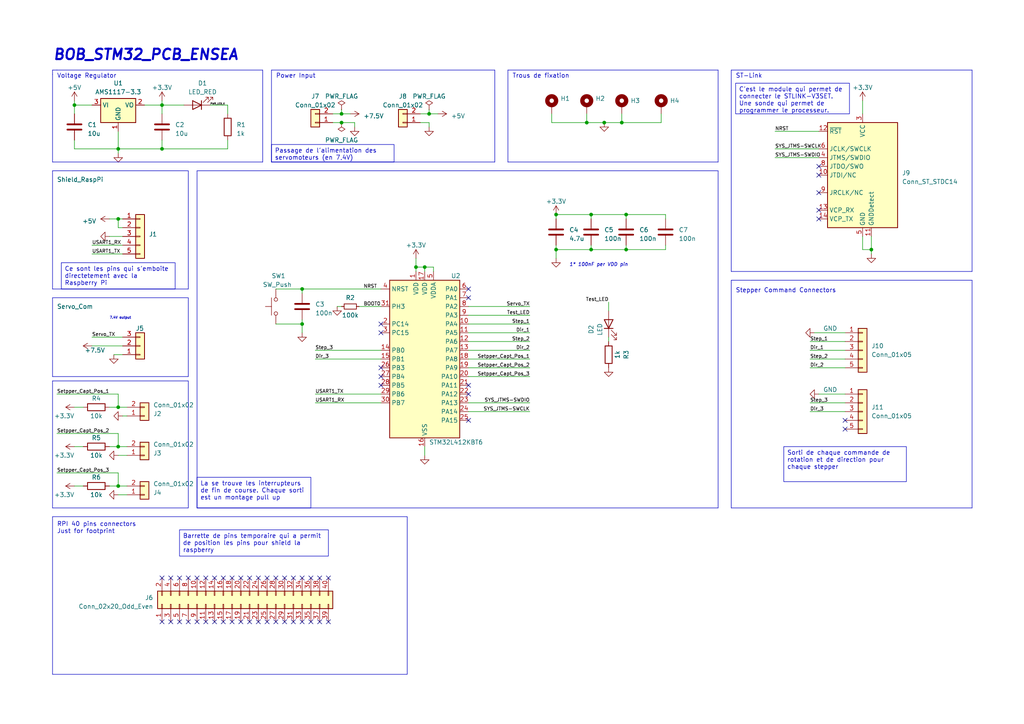
<source format=kicad_sch>
(kicad_sch (version 20230121) (generator eeschema)

  (uuid 7ac2432f-f03e-4bda-912d-2a3d66301e44)

  (paper "A4")

  (title_block
    (title "BOB Project STM32 PCB ENSEA")
    (date "2023-03-20")
    (rev "0.2")
    (company "DESSAGNE Timothée ")
  )

  (lib_symbols
    (symbol "Connector:Conn_ST_STDC14" (in_bom yes) (on_board yes)
      (property "Reference" "J" (at -8.89 16.51 0)
        (effects (font (size 1.27 1.27)) (justify right))
      )
      (property "Value" "Conn_ST_STDC14" (at 17.78 16.51 0)
        (effects (font (size 1.27 1.27)) (justify right bottom))
      )
      (property "Footprint" "" (at 0 0 0)
        (effects (font (size 1.27 1.27)) hide)
      )
      (property "Datasheet" "https://www.st.com/content/ccc/resource/technical/document/user_manual/group1/99/49/91/b6/b2/3a/46/e5/DM00526767/files/DM00526767.pdf/jcr:content/translations/en.DM00526767.pdf" (at -8.89 -31.75 90)
        (effects (font (size 1.27 1.27)) hide)
      )
      (property "ki_keywords" "ST STM32 Cortex Debug Connector ARM SWD JTAG" (at 0 0 0)
        (effects (font (size 1.27 1.27)) hide)
      )
      (property "ki_description" "ST Debug Connector, standard ARM Cortex-M SWD and JTAG interface plus UART" (at 0 0 0)
        (effects (font (size 1.27 1.27)) hide)
      )
      (property "ki_fp_filters" "PinHeader?2x07?P1.27mm*" (at 0 0 0)
        (effects (font (size 1.27 1.27)) hide)
      )
      (symbol "Conn_ST_STDC14_0_1"
        (rectangle (start -10.16 15.24) (end 10.16 -15.24)
          (stroke (width 0.254) (type default))
          (fill (type background))
        )
      )
      (symbol "Conn_ST_STDC14_1_1"
        (pin no_connect line (at -10.16 5.08 0) (length 2.54) hide
          (name "NC" (effects (font (size 1.27 1.27))))
          (number "1" (effects (font (size 1.27 1.27))))
        )
        (pin output line (at 12.7 0 180) (length 2.54)
          (name "JTDI/NC" (effects (font (size 1.27 1.27))))
          (number "10" (effects (font (size 1.27 1.27))))
        )
        (pin passive line (at -2.54 -17.78 90) (length 2.54)
          (name "GNDDetect" (effects (font (size 1.27 1.27))))
          (number "11" (effects (font (size 1.27 1.27))))
        )
        (pin open_collector line (at 12.7 12.7 180) (length 2.54)
          (name "~{RST}" (effects (font (size 1.27 1.27))))
          (number "12" (effects (font (size 1.27 1.27))))
        )
        (pin output line (at 12.7 -10.16 180) (length 2.54)
          (name "VCP_RX" (effects (font (size 1.27 1.27))))
          (number "13" (effects (font (size 1.27 1.27))))
        )
        (pin input line (at 12.7 -12.7 180) (length 2.54)
          (name "VCP_TX" (effects (font (size 1.27 1.27))))
          (number "14" (effects (font (size 1.27 1.27))))
        )
        (pin no_connect line (at -10.16 2.54 0) (length 2.54) hide
          (name "NC" (effects (font (size 1.27 1.27))))
          (number "2" (effects (font (size 1.27 1.27))))
        )
        (pin power_in line (at 0 17.78 270) (length 2.54)
          (name "VCC" (effects (font (size 1.27 1.27))))
          (number "3" (effects (font (size 1.27 1.27))))
        )
        (pin bidirectional line (at 12.7 5.08 180) (length 2.54)
          (name "JTMS/SWDIO" (effects (font (size 1.27 1.27))))
          (number "4" (effects (font (size 1.27 1.27))))
        )
        (pin power_in line (at 0 -17.78 90) (length 2.54)
          (name "GND" (effects (font (size 1.27 1.27))))
          (number "5" (effects (font (size 1.27 1.27))))
        )
        (pin output line (at 12.7 7.62 180) (length 2.54)
          (name "JCLK/SWCLK" (effects (font (size 1.27 1.27))))
          (number "6" (effects (font (size 1.27 1.27))))
        )
        (pin passive line (at 0 -17.78 90) (length 2.54) hide
          (name "GND" (effects (font (size 1.27 1.27))))
          (number "7" (effects (font (size 1.27 1.27))))
        )
        (pin input line (at 12.7 2.54 180) (length 2.54)
          (name "JTDO/SWO" (effects (font (size 1.27 1.27))))
          (number "8" (effects (font (size 1.27 1.27))))
        )
        (pin input line (at 12.7 -5.08 180) (length 2.54)
          (name "JRCLK/NC" (effects (font (size 1.27 1.27))))
          (number "9" (effects (font (size 1.27 1.27))))
        )
      )
    )
    (symbol "Connector_Generic:Conn_01x02" (pin_names (offset 1.016) hide) (in_bom yes) (on_board yes)
      (property "Reference" "J" (at 0 2.54 0)
        (effects (font (size 1.27 1.27)))
      )
      (property "Value" "Conn_01x02" (at 0 -5.08 0)
        (effects (font (size 1.27 1.27)))
      )
      (property "Footprint" "" (at 0 0 0)
        (effects (font (size 1.27 1.27)) hide)
      )
      (property "Datasheet" "~" (at 0 0 0)
        (effects (font (size 1.27 1.27)) hide)
      )
      (property "ki_keywords" "connector" (at 0 0 0)
        (effects (font (size 1.27 1.27)) hide)
      )
      (property "ki_description" "Generic connector, single row, 01x02, script generated (kicad-library-utils/schlib/autogen/connector/)" (at 0 0 0)
        (effects (font (size 1.27 1.27)) hide)
      )
      (property "ki_fp_filters" "Connector*:*_1x??_*" (at 0 0 0)
        (effects (font (size 1.27 1.27)) hide)
      )
      (symbol "Conn_01x02_1_1"
        (rectangle (start -1.27 -2.413) (end 0 -2.667)
          (stroke (width 0.1524) (type default))
          (fill (type none))
        )
        (rectangle (start -1.27 0.127) (end 0 -0.127)
          (stroke (width 0.1524) (type default))
          (fill (type none))
        )
        (rectangle (start -1.27 1.27) (end 1.27 -3.81)
          (stroke (width 0.254) (type default))
          (fill (type background))
        )
        (pin passive line (at -5.08 0 0) (length 3.81)
          (name "Pin_1" (effects (font (size 1.27 1.27))))
          (number "1" (effects (font (size 1.27 1.27))))
        )
        (pin passive line (at -5.08 -2.54 0) (length 3.81)
          (name "Pin_2" (effects (font (size 1.27 1.27))))
          (number "2" (effects (font (size 1.27 1.27))))
        )
      )
    )
    (symbol "Connector_Generic:Conn_01x03" (pin_names (offset 1.016) hide) (in_bom yes) (on_board yes)
      (property "Reference" "J" (at 0 5.08 0)
        (effects (font (size 1.27 1.27)))
      )
      (property "Value" "Conn_01x03" (at 0 -5.08 0)
        (effects (font (size 1.27 1.27)))
      )
      (property "Footprint" "" (at 0 0 0)
        (effects (font (size 1.27 1.27)) hide)
      )
      (property "Datasheet" "~" (at 0 0 0)
        (effects (font (size 1.27 1.27)) hide)
      )
      (property "ki_keywords" "connector" (at 0 0 0)
        (effects (font (size 1.27 1.27)) hide)
      )
      (property "ki_description" "Generic connector, single row, 01x03, script generated (kicad-library-utils/schlib/autogen/connector/)" (at 0 0 0)
        (effects (font (size 1.27 1.27)) hide)
      )
      (property "ki_fp_filters" "Connector*:*_1x??_*" (at 0 0 0)
        (effects (font (size 1.27 1.27)) hide)
      )
      (symbol "Conn_01x03_1_1"
        (rectangle (start -1.27 -2.413) (end 0 -2.667)
          (stroke (width 0.1524) (type default))
          (fill (type none))
        )
        (rectangle (start -1.27 0.127) (end 0 -0.127)
          (stroke (width 0.1524) (type default))
          (fill (type none))
        )
        (rectangle (start -1.27 2.667) (end 0 2.413)
          (stroke (width 0.1524) (type default))
          (fill (type none))
        )
        (rectangle (start -1.27 3.81) (end 1.27 -3.81)
          (stroke (width 0.254) (type default))
          (fill (type background))
        )
        (pin passive line (at -5.08 2.54 0) (length 3.81)
          (name "Pin_1" (effects (font (size 1.27 1.27))))
          (number "1" (effects (font (size 1.27 1.27))))
        )
        (pin passive line (at -5.08 0 0) (length 3.81)
          (name "Pin_2" (effects (font (size 1.27 1.27))))
          (number "2" (effects (font (size 1.27 1.27))))
        )
        (pin passive line (at -5.08 -2.54 0) (length 3.81)
          (name "Pin_3" (effects (font (size 1.27 1.27))))
          (number "3" (effects (font (size 1.27 1.27))))
        )
      )
    )
    (symbol "Connector_Generic:Conn_01x05" (pin_names (offset 1.016) hide) (in_bom yes) (on_board yes)
      (property "Reference" "J" (at 0 7.62 0)
        (effects (font (size 1.27 1.27)))
      )
      (property "Value" "Conn_01x05" (at 0 -7.62 0)
        (effects (font (size 1.27 1.27)))
      )
      (property "Footprint" "" (at 0 0 0)
        (effects (font (size 1.27 1.27)) hide)
      )
      (property "Datasheet" "~" (at 0 0 0)
        (effects (font (size 1.27 1.27)) hide)
      )
      (property "ki_keywords" "connector" (at 0 0 0)
        (effects (font (size 1.27 1.27)) hide)
      )
      (property "ki_description" "Generic connector, single row, 01x05, script generated (kicad-library-utils/schlib/autogen/connector/)" (at 0 0 0)
        (effects (font (size 1.27 1.27)) hide)
      )
      (property "ki_fp_filters" "Connector*:*_1x??_*" (at 0 0 0)
        (effects (font (size 1.27 1.27)) hide)
      )
      (symbol "Conn_01x05_1_1"
        (rectangle (start -1.27 -4.953) (end 0 -5.207)
          (stroke (width 0.1524) (type default))
          (fill (type none))
        )
        (rectangle (start -1.27 -2.413) (end 0 -2.667)
          (stroke (width 0.1524) (type default))
          (fill (type none))
        )
        (rectangle (start -1.27 0.127) (end 0 -0.127)
          (stroke (width 0.1524) (type default))
          (fill (type none))
        )
        (rectangle (start -1.27 2.667) (end 0 2.413)
          (stroke (width 0.1524) (type default))
          (fill (type none))
        )
        (rectangle (start -1.27 5.207) (end 0 4.953)
          (stroke (width 0.1524) (type default))
          (fill (type none))
        )
        (rectangle (start -1.27 6.35) (end 1.27 -6.35)
          (stroke (width 0.254) (type default))
          (fill (type background))
        )
        (pin passive line (at -5.08 5.08 0) (length 3.81)
          (name "Pin_1" (effects (font (size 1.27 1.27))))
          (number "1" (effects (font (size 1.27 1.27))))
        )
        (pin passive line (at -5.08 2.54 0) (length 3.81)
          (name "Pin_2" (effects (font (size 1.27 1.27))))
          (number "2" (effects (font (size 1.27 1.27))))
        )
        (pin passive line (at -5.08 0 0) (length 3.81)
          (name "Pin_3" (effects (font (size 1.27 1.27))))
          (number "3" (effects (font (size 1.27 1.27))))
        )
        (pin passive line (at -5.08 -2.54 0) (length 3.81)
          (name "Pin_4" (effects (font (size 1.27 1.27))))
          (number "4" (effects (font (size 1.27 1.27))))
        )
        (pin passive line (at -5.08 -5.08 0) (length 3.81)
          (name "Pin_5" (effects (font (size 1.27 1.27))))
          (number "5" (effects (font (size 1.27 1.27))))
        )
      )
    )
    (symbol "Connector_Generic:Conn_02x20_Odd_Even" (pin_names (offset 1.016) hide) (in_bom yes) (on_board yes)
      (property "Reference" "J" (at 1.27 25.4 0)
        (effects (font (size 1.27 1.27)))
      )
      (property "Value" "Conn_02x20_Odd_Even" (at 1.27 -27.94 0)
        (effects (font (size 1.27 1.27)))
      )
      (property "Footprint" "" (at 0 0 0)
        (effects (font (size 1.27 1.27)) hide)
      )
      (property "Datasheet" "~" (at 0 0 0)
        (effects (font (size 1.27 1.27)) hide)
      )
      (property "ki_keywords" "connector" (at 0 0 0)
        (effects (font (size 1.27 1.27)) hide)
      )
      (property "ki_description" "Generic connector, double row, 02x20, odd/even pin numbering scheme (row 1 odd numbers, row 2 even numbers), script generated (kicad-library-utils/schlib/autogen/connector/)" (at 0 0 0)
        (effects (font (size 1.27 1.27)) hide)
      )
      (property "ki_fp_filters" "Connector*:*_2x??_*" (at 0 0 0)
        (effects (font (size 1.27 1.27)) hide)
      )
      (symbol "Conn_02x20_Odd_Even_1_1"
        (rectangle (start -1.27 -25.273) (end 0 -25.527)
          (stroke (width 0.1524) (type default))
          (fill (type none))
        )
        (rectangle (start -1.27 -22.733) (end 0 -22.987)
          (stroke (width 0.1524) (type default))
          (fill (type none))
        )
        (rectangle (start -1.27 -20.193) (end 0 -20.447)
          (stroke (width 0.1524) (type default))
          (fill (type none))
        )
        (rectangle (start -1.27 -17.653) (end 0 -17.907)
          (stroke (width 0.1524) (type default))
          (fill (type none))
        )
        (rectangle (start -1.27 -15.113) (end 0 -15.367)
          (stroke (width 0.1524) (type default))
          (fill (type none))
        )
        (rectangle (start -1.27 -12.573) (end 0 -12.827)
          (stroke (width 0.1524) (type default))
          (fill (type none))
        )
        (rectangle (start -1.27 -10.033) (end 0 -10.287)
          (stroke (width 0.1524) (type default))
          (fill (type none))
        )
        (rectangle (start -1.27 -7.493) (end 0 -7.747)
          (stroke (width 0.1524) (type default))
          (fill (type none))
        )
        (rectangle (start -1.27 -4.953) (end 0 -5.207)
          (stroke (width 0.1524) (type default))
          (fill (type none))
        )
        (rectangle (start -1.27 -2.413) (end 0 -2.667)
          (stroke (width 0.1524) (type default))
          (fill (type none))
        )
        (rectangle (start -1.27 0.127) (end 0 -0.127)
          (stroke (width 0.1524) (type default))
          (fill (type none))
        )
        (rectangle (start -1.27 2.667) (end 0 2.413)
          (stroke (width 0.1524) (type default))
          (fill (type none))
        )
        (rectangle (start -1.27 5.207) (end 0 4.953)
          (stroke (width 0.1524) (type default))
          (fill (type none))
        )
        (rectangle (start -1.27 7.747) (end 0 7.493)
          (stroke (width 0.1524) (type default))
          (fill (type none))
        )
        (rectangle (start -1.27 10.287) (end 0 10.033)
          (stroke (width 0.1524) (type default))
          (fill (type none))
        )
        (rectangle (start -1.27 12.827) (end 0 12.573)
          (stroke (width 0.1524) (type default))
          (fill (type none))
        )
        (rectangle (start -1.27 15.367) (end 0 15.113)
          (stroke (width 0.1524) (type default))
          (fill (type none))
        )
        (rectangle (start -1.27 17.907) (end 0 17.653)
          (stroke (width 0.1524) (type default))
          (fill (type none))
        )
        (rectangle (start -1.27 20.447) (end 0 20.193)
          (stroke (width 0.1524) (type default))
          (fill (type none))
        )
        (rectangle (start -1.27 22.987) (end 0 22.733)
          (stroke (width 0.1524) (type default))
          (fill (type none))
        )
        (rectangle (start -1.27 24.13) (end 3.81 -26.67)
          (stroke (width 0.254) (type default))
          (fill (type background))
        )
        (rectangle (start 3.81 -25.273) (end 2.54 -25.527)
          (stroke (width 0.1524) (type default))
          (fill (type none))
        )
        (rectangle (start 3.81 -22.733) (end 2.54 -22.987)
          (stroke (width 0.1524) (type default))
          (fill (type none))
        )
        (rectangle (start 3.81 -20.193) (end 2.54 -20.447)
          (stroke (width 0.1524) (type default))
          (fill (type none))
        )
        (rectangle (start 3.81 -17.653) (end 2.54 -17.907)
          (stroke (width 0.1524) (type default))
          (fill (type none))
        )
        (rectangle (start 3.81 -15.113) (end 2.54 -15.367)
          (stroke (width 0.1524) (type default))
          (fill (type none))
        )
        (rectangle (start 3.81 -12.573) (end 2.54 -12.827)
          (stroke (width 0.1524) (type default))
          (fill (type none))
        )
        (rectangle (start 3.81 -10.033) (end 2.54 -10.287)
          (stroke (width 0.1524) (type default))
          (fill (type none))
        )
        (rectangle (start 3.81 -7.493) (end 2.54 -7.747)
          (stroke (width 0.1524) (type default))
          (fill (type none))
        )
        (rectangle (start 3.81 -4.953) (end 2.54 -5.207)
          (stroke (width 0.1524) (type default))
          (fill (type none))
        )
        (rectangle (start 3.81 -2.413) (end 2.54 -2.667)
          (stroke (width 0.1524) (type default))
          (fill (type none))
        )
        (rectangle (start 3.81 0.127) (end 2.54 -0.127)
          (stroke (width 0.1524) (type default))
          (fill (type none))
        )
        (rectangle (start 3.81 2.667) (end 2.54 2.413)
          (stroke (width 0.1524) (type default))
          (fill (type none))
        )
        (rectangle (start 3.81 5.207) (end 2.54 4.953)
          (stroke (width 0.1524) (type default))
          (fill (type none))
        )
        (rectangle (start 3.81 7.747) (end 2.54 7.493)
          (stroke (width 0.1524) (type default))
          (fill (type none))
        )
        (rectangle (start 3.81 10.287) (end 2.54 10.033)
          (stroke (width 0.1524) (type default))
          (fill (type none))
        )
        (rectangle (start 3.81 12.827) (end 2.54 12.573)
          (stroke (width 0.1524) (type default))
          (fill (type none))
        )
        (rectangle (start 3.81 15.367) (end 2.54 15.113)
          (stroke (width 0.1524) (type default))
          (fill (type none))
        )
        (rectangle (start 3.81 17.907) (end 2.54 17.653)
          (stroke (width 0.1524) (type default))
          (fill (type none))
        )
        (rectangle (start 3.81 20.447) (end 2.54 20.193)
          (stroke (width 0.1524) (type default))
          (fill (type none))
        )
        (rectangle (start 3.81 22.987) (end 2.54 22.733)
          (stroke (width 0.1524) (type default))
          (fill (type none))
        )
        (pin passive line (at -5.08 22.86 0) (length 3.81)
          (name "Pin_1" (effects (font (size 1.27 1.27))))
          (number "1" (effects (font (size 1.27 1.27))))
        )
        (pin passive line (at 7.62 12.7 180) (length 3.81)
          (name "Pin_10" (effects (font (size 1.27 1.27))))
          (number "10" (effects (font (size 1.27 1.27))))
        )
        (pin passive line (at -5.08 10.16 0) (length 3.81)
          (name "Pin_11" (effects (font (size 1.27 1.27))))
          (number "11" (effects (font (size 1.27 1.27))))
        )
        (pin passive line (at 7.62 10.16 180) (length 3.81)
          (name "Pin_12" (effects (font (size 1.27 1.27))))
          (number "12" (effects (font (size 1.27 1.27))))
        )
        (pin passive line (at -5.08 7.62 0) (length 3.81)
          (name "Pin_13" (effects (font (size 1.27 1.27))))
          (number "13" (effects (font (size 1.27 1.27))))
        )
        (pin passive line (at 7.62 7.62 180) (length 3.81)
          (name "Pin_14" (effects (font (size 1.27 1.27))))
          (number "14" (effects (font (size 1.27 1.27))))
        )
        (pin passive line (at -5.08 5.08 0) (length 3.81)
          (name "Pin_15" (effects (font (size 1.27 1.27))))
          (number "15" (effects (font (size 1.27 1.27))))
        )
        (pin passive line (at 7.62 5.08 180) (length 3.81)
          (name "Pin_16" (effects (font (size 1.27 1.27))))
          (number "16" (effects (font (size 1.27 1.27))))
        )
        (pin passive line (at -5.08 2.54 0) (length 3.81)
          (name "Pin_17" (effects (font (size 1.27 1.27))))
          (number "17" (effects (font (size 1.27 1.27))))
        )
        (pin passive line (at 7.62 2.54 180) (length 3.81)
          (name "Pin_18" (effects (font (size 1.27 1.27))))
          (number "18" (effects (font (size 1.27 1.27))))
        )
        (pin passive line (at -5.08 0 0) (length 3.81)
          (name "Pin_19" (effects (font (size 1.27 1.27))))
          (number "19" (effects (font (size 1.27 1.27))))
        )
        (pin passive line (at 7.62 22.86 180) (length 3.81)
          (name "Pin_2" (effects (font (size 1.27 1.27))))
          (number "2" (effects (font (size 1.27 1.27))))
        )
        (pin passive line (at 7.62 0 180) (length 3.81)
          (name "Pin_20" (effects (font (size 1.27 1.27))))
          (number "20" (effects (font (size 1.27 1.27))))
        )
        (pin passive line (at -5.08 -2.54 0) (length 3.81)
          (name "Pin_21" (effects (font (size 1.27 1.27))))
          (number "21" (effects (font (size 1.27 1.27))))
        )
        (pin passive line (at 7.62 -2.54 180) (length 3.81)
          (name "Pin_22" (effects (font (size 1.27 1.27))))
          (number "22" (effects (font (size 1.27 1.27))))
        )
        (pin passive line (at -5.08 -5.08 0) (length 3.81)
          (name "Pin_23" (effects (font (size 1.27 1.27))))
          (number "23" (effects (font (size 1.27 1.27))))
        )
        (pin passive line (at 7.62 -5.08 180) (length 3.81)
          (name "Pin_24" (effects (font (size 1.27 1.27))))
          (number "24" (effects (font (size 1.27 1.27))))
        )
        (pin passive line (at -5.08 -7.62 0) (length 3.81)
          (name "Pin_25" (effects (font (size 1.27 1.27))))
          (number "25" (effects (font (size 1.27 1.27))))
        )
        (pin passive line (at 7.62 -7.62 180) (length 3.81)
          (name "Pin_26" (effects (font (size 1.27 1.27))))
          (number "26" (effects (font (size 1.27 1.27))))
        )
        (pin passive line (at -5.08 -10.16 0) (length 3.81)
          (name "Pin_27" (effects (font (size 1.27 1.27))))
          (number "27" (effects (font (size 1.27 1.27))))
        )
        (pin passive line (at 7.62 -10.16 180) (length 3.81)
          (name "Pin_28" (effects (font (size 1.27 1.27))))
          (number "28" (effects (font (size 1.27 1.27))))
        )
        (pin passive line (at -5.08 -12.7 0) (length 3.81)
          (name "Pin_29" (effects (font (size 1.27 1.27))))
          (number "29" (effects (font (size 1.27 1.27))))
        )
        (pin passive line (at -5.08 20.32 0) (length 3.81)
          (name "Pin_3" (effects (font (size 1.27 1.27))))
          (number "3" (effects (font (size 1.27 1.27))))
        )
        (pin passive line (at 7.62 -12.7 180) (length 3.81)
          (name "Pin_30" (effects (font (size 1.27 1.27))))
          (number "30" (effects (font (size 1.27 1.27))))
        )
        (pin passive line (at -5.08 -15.24 0) (length 3.81)
          (name "Pin_31" (effects (font (size 1.27 1.27))))
          (number "31" (effects (font (size 1.27 1.27))))
        )
        (pin passive line (at 7.62 -15.24 180) (length 3.81)
          (name "Pin_32" (effects (font (size 1.27 1.27))))
          (number "32" (effects (font (size 1.27 1.27))))
        )
        (pin passive line (at -5.08 -17.78 0) (length 3.81)
          (name "Pin_33" (effects (font (size 1.27 1.27))))
          (number "33" (effects (font (size 1.27 1.27))))
        )
        (pin passive line (at 7.62 -17.78 180) (length 3.81)
          (name "Pin_34" (effects (font (size 1.27 1.27))))
          (number "34" (effects (font (size 1.27 1.27))))
        )
        (pin passive line (at -5.08 -20.32 0) (length 3.81)
          (name "Pin_35" (effects (font (size 1.27 1.27))))
          (number "35" (effects (font (size 1.27 1.27))))
        )
        (pin passive line (at 7.62 -20.32 180) (length 3.81)
          (name "Pin_36" (effects (font (size 1.27 1.27))))
          (number "36" (effects (font (size 1.27 1.27))))
        )
        (pin passive line (at -5.08 -22.86 0) (length 3.81)
          (name "Pin_37" (effects (font (size 1.27 1.27))))
          (number "37" (effects (font (size 1.27 1.27))))
        )
        (pin passive line (at 7.62 -22.86 180) (length 3.81)
          (name "Pin_38" (effects (font (size 1.27 1.27))))
          (number "38" (effects (font (size 1.27 1.27))))
        )
        (pin passive line (at -5.08 -25.4 0) (length 3.81)
          (name "Pin_39" (effects (font (size 1.27 1.27))))
          (number "39" (effects (font (size 1.27 1.27))))
        )
        (pin passive line (at 7.62 20.32 180) (length 3.81)
          (name "Pin_4" (effects (font (size 1.27 1.27))))
          (number "4" (effects (font (size 1.27 1.27))))
        )
        (pin passive line (at 7.62 -25.4 180) (length 3.81)
          (name "Pin_40" (effects (font (size 1.27 1.27))))
          (number "40" (effects (font (size 1.27 1.27))))
        )
        (pin passive line (at -5.08 17.78 0) (length 3.81)
          (name "Pin_5" (effects (font (size 1.27 1.27))))
          (number "5" (effects (font (size 1.27 1.27))))
        )
        (pin passive line (at 7.62 17.78 180) (length 3.81)
          (name "Pin_6" (effects (font (size 1.27 1.27))))
          (number "6" (effects (font (size 1.27 1.27))))
        )
        (pin passive line (at -5.08 15.24 0) (length 3.81)
          (name "Pin_7" (effects (font (size 1.27 1.27))))
          (number "7" (effects (font (size 1.27 1.27))))
        )
        (pin passive line (at 7.62 15.24 180) (length 3.81)
          (name "Pin_8" (effects (font (size 1.27 1.27))))
          (number "8" (effects (font (size 1.27 1.27))))
        )
        (pin passive line (at -5.08 12.7 0) (length 3.81)
          (name "Pin_9" (effects (font (size 1.27 1.27))))
          (number "9" (effects (font (size 1.27 1.27))))
        )
      )
    )
    (symbol "Device:C" (pin_numbers hide) (pin_names (offset 0.254)) (in_bom yes) (on_board yes)
      (property "Reference" "C" (at 0.635 2.54 0)
        (effects (font (size 1.27 1.27)) (justify left))
      )
      (property "Value" "C" (at 0.635 -2.54 0)
        (effects (font (size 1.27 1.27)) (justify left))
      )
      (property "Footprint" "" (at 0.9652 -3.81 0)
        (effects (font (size 1.27 1.27)) hide)
      )
      (property "Datasheet" "~" (at 0 0 0)
        (effects (font (size 1.27 1.27)) hide)
      )
      (property "ki_keywords" "cap capacitor" (at 0 0 0)
        (effects (font (size 1.27 1.27)) hide)
      )
      (property "ki_description" "Unpolarized capacitor" (at 0 0 0)
        (effects (font (size 1.27 1.27)) hide)
      )
      (property "ki_fp_filters" "C_*" (at 0 0 0)
        (effects (font (size 1.27 1.27)) hide)
      )
      (symbol "C_0_1"
        (polyline
          (pts
            (xy -2.032 -0.762)
            (xy 2.032 -0.762)
          )
          (stroke (width 0.508) (type default))
          (fill (type none))
        )
        (polyline
          (pts
            (xy -2.032 0.762)
            (xy 2.032 0.762)
          )
          (stroke (width 0.508) (type default))
          (fill (type none))
        )
      )
      (symbol "C_1_1"
        (pin passive line (at 0 3.81 270) (length 2.794)
          (name "~" (effects (font (size 1.27 1.27))))
          (number "1" (effects (font (size 1.27 1.27))))
        )
        (pin passive line (at 0 -3.81 90) (length 2.794)
          (name "~" (effects (font (size 1.27 1.27))))
          (number "2" (effects (font (size 1.27 1.27))))
        )
      )
    )
    (symbol "Device:LED" (pin_numbers hide) (pin_names (offset 1.016) hide) (in_bom yes) (on_board yes)
      (property "Reference" "D" (at 0 2.54 0)
        (effects (font (size 1.27 1.27)))
      )
      (property "Value" "LED" (at 0 -2.54 0)
        (effects (font (size 1.27 1.27)))
      )
      (property "Footprint" "" (at 0 0 0)
        (effects (font (size 1.27 1.27)) hide)
      )
      (property "Datasheet" "~" (at 0 0 0)
        (effects (font (size 1.27 1.27)) hide)
      )
      (property "ki_keywords" "LED diode" (at 0 0 0)
        (effects (font (size 1.27 1.27)) hide)
      )
      (property "ki_description" "Light emitting diode" (at 0 0 0)
        (effects (font (size 1.27 1.27)) hide)
      )
      (property "ki_fp_filters" "LED* LED_SMD:* LED_THT:*" (at 0 0 0)
        (effects (font (size 1.27 1.27)) hide)
      )
      (symbol "LED_0_1"
        (polyline
          (pts
            (xy -1.27 -1.27)
            (xy -1.27 1.27)
          )
          (stroke (width 0.254) (type default))
          (fill (type none))
        )
        (polyline
          (pts
            (xy -1.27 0)
            (xy 1.27 0)
          )
          (stroke (width 0) (type default))
          (fill (type none))
        )
        (polyline
          (pts
            (xy 1.27 -1.27)
            (xy 1.27 1.27)
            (xy -1.27 0)
            (xy 1.27 -1.27)
          )
          (stroke (width 0.254) (type default))
          (fill (type none))
        )
        (polyline
          (pts
            (xy -3.048 -0.762)
            (xy -4.572 -2.286)
            (xy -3.81 -2.286)
            (xy -4.572 -2.286)
            (xy -4.572 -1.524)
          )
          (stroke (width 0) (type default))
          (fill (type none))
        )
        (polyline
          (pts
            (xy -1.778 -0.762)
            (xy -3.302 -2.286)
            (xy -2.54 -2.286)
            (xy -3.302 -2.286)
            (xy -3.302 -1.524)
          )
          (stroke (width 0) (type default))
          (fill (type none))
        )
      )
      (symbol "LED_1_1"
        (pin passive line (at -3.81 0 0) (length 2.54)
          (name "K" (effects (font (size 1.27 1.27))))
          (number "1" (effects (font (size 1.27 1.27))))
        )
        (pin passive line (at 3.81 0 180) (length 2.54)
          (name "A" (effects (font (size 1.27 1.27))))
          (number "2" (effects (font (size 1.27 1.27))))
        )
      )
    )
    (symbol "Device:R" (pin_numbers hide) (pin_names (offset 0)) (in_bom yes) (on_board yes)
      (property "Reference" "R" (at 2.032 0 90)
        (effects (font (size 1.27 1.27)))
      )
      (property "Value" "R" (at 0 0 90)
        (effects (font (size 1.27 1.27)))
      )
      (property "Footprint" "" (at -1.778 0 90)
        (effects (font (size 1.27 1.27)) hide)
      )
      (property "Datasheet" "~" (at 0 0 0)
        (effects (font (size 1.27 1.27)) hide)
      )
      (property "ki_keywords" "R res resistor" (at 0 0 0)
        (effects (font (size 1.27 1.27)) hide)
      )
      (property "ki_description" "Resistor" (at 0 0 0)
        (effects (font (size 1.27 1.27)) hide)
      )
      (property "ki_fp_filters" "R_*" (at 0 0 0)
        (effects (font (size 1.27 1.27)) hide)
      )
      (symbol "R_0_1"
        (rectangle (start -1.016 -2.54) (end 1.016 2.54)
          (stroke (width 0.254) (type default))
          (fill (type none))
        )
      )
      (symbol "R_1_1"
        (pin passive line (at 0 3.81 270) (length 1.27)
          (name "~" (effects (font (size 1.27 1.27))))
          (number "1" (effects (font (size 1.27 1.27))))
        )
        (pin passive line (at 0 -3.81 90) (length 1.27)
          (name "~" (effects (font (size 1.27 1.27))))
          (number "2" (effects (font (size 1.27 1.27))))
        )
      )
    )
    (symbol "Device:R_Small" (pin_numbers hide) (pin_names (offset 0.254) hide) (in_bom yes) (on_board yes)
      (property "Reference" "R" (at 0.762 0.508 0)
        (effects (font (size 1.27 1.27)) (justify left))
      )
      (property "Value" "R_Small" (at 0.762 -1.016 0)
        (effects (font (size 1.27 1.27)) (justify left))
      )
      (property "Footprint" "" (at 0 0 0)
        (effects (font (size 1.27 1.27)) hide)
      )
      (property "Datasheet" "~" (at 0 0 0)
        (effects (font (size 1.27 1.27)) hide)
      )
      (property "ki_keywords" "R resistor" (at 0 0 0)
        (effects (font (size 1.27 1.27)) hide)
      )
      (property "ki_description" "Resistor, small symbol" (at 0 0 0)
        (effects (font (size 1.27 1.27)) hide)
      )
      (property "ki_fp_filters" "R_*" (at 0 0 0)
        (effects (font (size 1.27 1.27)) hide)
      )
      (symbol "R_Small_0_1"
        (rectangle (start -0.762 1.778) (end 0.762 -1.778)
          (stroke (width 0.2032) (type default))
          (fill (type none))
        )
      )
      (symbol "R_Small_1_1"
        (pin passive line (at 0 2.54 270) (length 0.762)
          (name "~" (effects (font (size 1.27 1.27))))
          (number "1" (effects (font (size 1.27 1.27))))
        )
        (pin passive line (at 0 -2.54 90) (length 0.762)
          (name "~" (effects (font (size 1.27 1.27))))
          (number "2" (effects (font (size 1.27 1.27))))
        )
      )
    )
    (symbol "MCU_ST_STM32L4:STM32L412KBTx" (in_bom yes) (on_board yes)
      (property "Reference" "U" (at -10.16 24.13 0)
        (effects (font (size 1.27 1.27)) (justify left))
      )
      (property "Value" "STM32L412KBTx" (at 5.08 24.13 0)
        (effects (font (size 1.27 1.27)) (justify left))
      )
      (property "Footprint" "Package_QFP:LQFP-32_7x7mm_P0.8mm" (at -10.16 -22.86 0)
        (effects (font (size 1.27 1.27)) (justify right) hide)
      )
      (property "Datasheet" "https://www.st.com/resource/en/datasheet/stm32l412kb.pdf" (at 0 0 0)
        (effects (font (size 1.27 1.27)) hide)
      )
      (property "ki_locked" "" (at 0 0 0)
        (effects (font (size 1.27 1.27)))
      )
      (property "ki_keywords" "Arm Cortex-M4 STM32L4 STM32L4x2" (at 0 0 0)
        (effects (font (size 1.27 1.27)) hide)
      )
      (property "ki_description" "STMicroelectronics Arm Cortex-M4 MCU, 128KB flash, 40KB RAM, 80 MHz, 1.71-3.6V, 26 GPIO, LQFP32" (at 0 0 0)
        (effects (font (size 1.27 1.27)) hide)
      )
      (property "ki_fp_filters" "LQFP*7x7mm*P0.8mm*" (at 0 0 0)
        (effects (font (size 1.27 1.27)) hide)
      )
      (symbol "STM32L412KBTx_0_1"
        (rectangle (start -10.16 -22.86) (end 10.16 22.86)
          (stroke (width 0.254) (type default))
          (fill (type background))
        )
      )
      (symbol "STM32L412KBTx_1_1"
        (pin power_in line (at -2.54 25.4 270) (length 2.54)
          (name "VDD" (effects (font (size 1.27 1.27))))
          (number "1" (effects (font (size 1.27 1.27))))
        )
        (pin bidirectional line (at 12.7 10.16 180) (length 2.54)
          (name "PA4" (effects (font (size 1.27 1.27))))
          (number "10" (effects (font (size 1.27 1.27))))
          (alternate "ADC1_IN9" bidirectional line)
          (alternate "ADC2_IN9" bidirectional line)
          (alternate "COMP1_INM" bidirectional line)
          (alternate "LPTIM2_OUT" bidirectional line)
          (alternate "SPI1_NSS" bidirectional line)
          (alternate "USART2_CK" bidirectional line)
        )
        (pin bidirectional line (at 12.7 7.62 180) (length 2.54)
          (name "PA5" (effects (font (size 1.27 1.27))))
          (number "11" (effects (font (size 1.27 1.27))))
          (alternate "ADC1_IN10" bidirectional line)
          (alternate "ADC2_IN10" bidirectional line)
          (alternate "COMP1_INM" bidirectional line)
          (alternate "LPTIM2_ETR" bidirectional line)
          (alternate "SPI1_SCK" bidirectional line)
          (alternate "TIM2_CH1" bidirectional line)
          (alternate "TIM2_ETR" bidirectional line)
        )
        (pin bidirectional line (at 12.7 5.08 180) (length 2.54)
          (name "PA6" (effects (font (size 1.27 1.27))))
          (number "12" (effects (font (size 1.27 1.27))))
          (alternate "ADC1_IN11" bidirectional line)
          (alternate "ADC2_IN11" bidirectional line)
          (alternate "COMP1_OUT" bidirectional line)
          (alternate "LPUART1_CTS" bidirectional line)
          (alternate "QUADSPI_BK1_IO3" bidirectional line)
          (alternate "SPI1_MISO" bidirectional line)
          (alternate "TIM16_CH1" bidirectional line)
          (alternate "TIM1_BKIN" bidirectional line)
        )
        (pin bidirectional line (at 12.7 2.54 180) (length 2.54)
          (name "PA7" (effects (font (size 1.27 1.27))))
          (number "13" (effects (font (size 1.27 1.27))))
          (alternate "ADC1_IN12" bidirectional line)
          (alternate "ADC2_IN12" bidirectional line)
          (alternate "I2C3_SCL" bidirectional line)
          (alternate "QUADSPI_BK1_IO2" bidirectional line)
          (alternate "SPI1_MOSI" bidirectional line)
          (alternate "TIM1_CH1N" bidirectional line)
        )
        (pin bidirectional line (at -12.7 2.54 0) (length 2.54)
          (name "PB0" (effects (font (size 1.27 1.27))))
          (number "14" (effects (font (size 1.27 1.27))))
          (alternate "ADC1_IN15" bidirectional line)
          (alternate "ADC2_IN15" bidirectional line)
          (alternate "COMP1_OUT" bidirectional line)
          (alternate "QUADSPI_BK1_IO1" bidirectional line)
          (alternate "SPI1_NSS" bidirectional line)
          (alternate "SYS_TRACED0" bidirectional line)
          (alternate "TIM1_CH2N" bidirectional line)
        )
        (pin bidirectional line (at -12.7 0 0) (length 2.54)
          (name "PB1" (effects (font (size 1.27 1.27))))
          (number "15" (effects (font (size 1.27 1.27))))
          (alternate "ADC1_IN16" bidirectional line)
          (alternate "ADC2_IN16" bidirectional line)
          (alternate "COMP1_INM" bidirectional line)
          (alternate "LPTIM2_IN1" bidirectional line)
          (alternate "LPUART1_DE" bidirectional line)
          (alternate "LPUART1_RTS" bidirectional line)
          (alternate "QUADSPI_BK1_IO0" bidirectional line)
          (alternate "SYS_TRACED1" bidirectional line)
          (alternate "TIM1_CH3N" bidirectional line)
        )
        (pin power_in line (at 0 -25.4 90) (length 2.54)
          (name "VSS" (effects (font (size 1.27 1.27))))
          (number "16" (effects (font (size 1.27 1.27))))
        )
        (pin power_in line (at 0 25.4 270) (length 2.54)
          (name "VDD" (effects (font (size 1.27 1.27))))
          (number "17" (effects (font (size 1.27 1.27))))
        )
        (pin bidirectional line (at 12.7 0 180) (length 2.54)
          (name "PA8" (effects (font (size 1.27 1.27))))
          (number "18" (effects (font (size 1.27 1.27))))
          (alternate "LPTIM2_OUT" bidirectional line)
          (alternate "RCC_MCO" bidirectional line)
          (alternate "TIM1_CH1" bidirectional line)
          (alternate "USART1_CK" bidirectional line)
        )
        (pin bidirectional line (at 12.7 -2.54 180) (length 2.54)
          (name "PA9" (effects (font (size 1.27 1.27))))
          (number "19" (effects (font (size 1.27 1.27))))
          (alternate "I2C1_SCL" bidirectional line)
          (alternate "TIM15_BKIN" bidirectional line)
          (alternate "TIM1_CH2" bidirectional line)
          (alternate "USART1_TX" bidirectional line)
        )
        (pin bidirectional line (at -12.7 10.16 0) (length 2.54)
          (name "PC14" (effects (font (size 1.27 1.27))))
          (number "2" (effects (font (size 1.27 1.27))))
          (alternate "RCC_OSC32_IN" bidirectional line)
        )
        (pin bidirectional line (at 12.7 -5.08 180) (length 2.54)
          (name "PA10" (effects (font (size 1.27 1.27))))
          (number "20" (effects (font (size 1.27 1.27))))
          (alternate "CRS_SYNC" bidirectional line)
          (alternate "I2C1_SDA" bidirectional line)
          (alternate "TIM1_CH3" bidirectional line)
          (alternate "USART1_RX" bidirectional line)
        )
        (pin bidirectional line (at 12.7 -7.62 180) (length 2.54)
          (name "PA11" (effects (font (size 1.27 1.27))))
          (number "21" (effects (font (size 1.27 1.27))))
          (alternate "ADC1_EXTI11" bidirectional line)
          (alternate "ADC2_EXTI11" bidirectional line)
          (alternate "COMP1_OUT" bidirectional line)
          (alternate "SPI1_MISO" bidirectional line)
          (alternate "TIM1_BKIN2" bidirectional line)
          (alternate "TIM1_BKIN2_COMP1" bidirectional line)
          (alternate "TIM1_CH4" bidirectional line)
          (alternate "USART1_CTS" bidirectional line)
          (alternate "USB_DM" bidirectional line)
        )
        (pin bidirectional line (at 12.7 -10.16 180) (length 2.54)
          (name "PA12" (effects (font (size 1.27 1.27))))
          (number "22" (effects (font (size 1.27 1.27))))
          (alternate "SPI1_MOSI" bidirectional line)
          (alternate "TIM1_ETR" bidirectional line)
          (alternate "USART1_DE" bidirectional line)
          (alternate "USART1_RTS" bidirectional line)
          (alternate "USB_DP" bidirectional line)
        )
        (pin bidirectional line (at 12.7 -12.7 180) (length 2.54)
          (name "PA13" (effects (font (size 1.27 1.27))))
          (number "23" (effects (font (size 1.27 1.27))))
          (alternate "IR_OUT" bidirectional line)
          (alternate "SYS_JTMS-SWDIO" bidirectional line)
          (alternate "USB_NOE" bidirectional line)
        )
        (pin bidirectional line (at 12.7 -15.24 180) (length 2.54)
          (name "PA14" (effects (font (size 1.27 1.27))))
          (number "24" (effects (font (size 1.27 1.27))))
          (alternate "I2C1_SMBA" bidirectional line)
          (alternate "LPTIM1_OUT" bidirectional line)
          (alternate "SYS_JTCK-SWCLK" bidirectional line)
        )
        (pin bidirectional line (at 12.7 -17.78 180) (length 2.54)
          (name "PA15" (effects (font (size 1.27 1.27))))
          (number "25" (effects (font (size 1.27 1.27))))
          (alternate "ADC1_EXTI15" bidirectional line)
          (alternate "ADC2_EXTI15" bidirectional line)
          (alternate "SPI1_NSS" bidirectional line)
          (alternate "SYS_JTDI" bidirectional line)
          (alternate "TIM2_CH1" bidirectional line)
          (alternate "TIM2_ETR" bidirectional line)
          (alternate "USART2_RX" bidirectional line)
        )
        (pin bidirectional line (at -12.7 -2.54 0) (length 2.54)
          (name "PB3" (effects (font (size 1.27 1.27))))
          (number "26" (effects (font (size 1.27 1.27))))
          (alternate "SPI1_SCK" bidirectional line)
          (alternate "SYS_JTDO-SWO" bidirectional line)
          (alternate "TIM2_CH2" bidirectional line)
          (alternate "USART1_DE" bidirectional line)
          (alternate "USART1_RTS" bidirectional line)
        )
        (pin bidirectional line (at -12.7 -5.08 0) (length 2.54)
          (name "PB4" (effects (font (size 1.27 1.27))))
          (number "27" (effects (font (size 1.27 1.27))))
          (alternate "I2C3_SDA" bidirectional line)
          (alternate "SPI1_MISO" bidirectional line)
          (alternate "SYS_JTRST" bidirectional line)
          (alternate "TSC_G2_IO1" bidirectional line)
          (alternate "USART1_CTS" bidirectional line)
        )
        (pin bidirectional line (at -12.7 -7.62 0) (length 2.54)
          (name "PB5" (effects (font (size 1.27 1.27))))
          (number "28" (effects (font (size 1.27 1.27))))
          (alternate "I2C1_SMBA" bidirectional line)
          (alternate "LPTIM1_IN1" bidirectional line)
          (alternate "SPI1_MOSI" bidirectional line)
          (alternate "SYS_TRACED2" bidirectional line)
          (alternate "TIM16_BKIN" bidirectional line)
          (alternate "TSC_G2_IO2" bidirectional line)
          (alternate "USART1_CK" bidirectional line)
        )
        (pin bidirectional line (at -12.7 -10.16 0) (length 2.54)
          (name "PB6" (effects (font (size 1.27 1.27))))
          (number "29" (effects (font (size 1.27 1.27))))
          (alternate "I2C1_SCL" bidirectional line)
          (alternate "LPTIM1_ETR" bidirectional line)
          (alternate "SYS_TRACED3" bidirectional line)
          (alternate "TIM16_CH1N" bidirectional line)
          (alternate "TSC_G2_IO3" bidirectional line)
          (alternate "USART1_TX" bidirectional line)
        )
        (pin bidirectional line (at -12.7 7.62 0) (length 2.54)
          (name "PC15" (effects (font (size 1.27 1.27))))
          (number "3" (effects (font (size 1.27 1.27))))
          (alternate "ADC1_EXTI15" bidirectional line)
          (alternate "ADC2_EXTI15" bidirectional line)
          (alternate "RCC_OSC32_OUT" bidirectional line)
        )
        (pin bidirectional line (at -12.7 -12.7 0) (length 2.54)
          (name "PB7" (effects (font (size 1.27 1.27))))
          (number "30" (effects (font (size 1.27 1.27))))
          (alternate "I2C1_SDA" bidirectional line)
          (alternate "LPTIM1_IN2" bidirectional line)
          (alternate "SYS_PVD_IN" bidirectional line)
          (alternate "SYS_TRACECLK" bidirectional line)
          (alternate "TSC_G2_IO4" bidirectional line)
          (alternate "USART1_RX" bidirectional line)
        )
        (pin bidirectional line (at -12.7 15.24 0) (length 2.54)
          (name "PH3" (effects (font (size 1.27 1.27))))
          (number "31" (effects (font (size 1.27 1.27))))
        )
        (pin passive line (at 0 -25.4 90) (length 2.54) hide
          (name "VSS" (effects (font (size 1.27 1.27))))
          (number "32" (effects (font (size 1.27 1.27))))
        )
        (pin input line (at -12.7 20.32 0) (length 2.54)
          (name "NRST" (effects (font (size 1.27 1.27))))
          (number "4" (effects (font (size 1.27 1.27))))
        )
        (pin power_in line (at 2.54 25.4 270) (length 2.54)
          (name "VDDA" (effects (font (size 1.27 1.27))))
          (number "5" (effects (font (size 1.27 1.27))))
        )
        (pin bidirectional line (at 12.7 20.32 180) (length 2.54)
          (name "PA0" (effects (font (size 1.27 1.27))))
          (number "6" (effects (font (size 1.27 1.27))))
          (alternate "ADC1_IN5" bidirectional line)
          (alternate "COMP1_INM" bidirectional line)
          (alternate "COMP1_OUT" bidirectional line)
          (alternate "OPAMP1_VINP" bidirectional line)
          (alternate "RCC_CK_IN" bidirectional line)
          (alternate "RTC_TAMP2" bidirectional line)
          (alternate "SYS_WKUP1" bidirectional line)
          (alternate "TIM2_CH1" bidirectional line)
          (alternate "TIM2_ETR" bidirectional line)
          (alternate "USART2_CTS" bidirectional line)
        )
        (pin bidirectional line (at 12.7 17.78 180) (length 2.54)
          (name "PA1" (effects (font (size 1.27 1.27))))
          (number "7" (effects (font (size 1.27 1.27))))
          (alternate "ADC1_IN6" bidirectional line)
          (alternate "COMP1_INP" bidirectional line)
          (alternate "I2C1_SMBA" bidirectional line)
          (alternate "OPAMP1_VINM" bidirectional line)
          (alternate "SPI1_SCK" bidirectional line)
          (alternate "TIM15_CH1N" bidirectional line)
          (alternate "TIM2_CH2" bidirectional line)
          (alternate "USART2_DE" bidirectional line)
          (alternate "USART2_RTS" bidirectional line)
        )
        (pin bidirectional line (at 12.7 15.24 180) (length 2.54)
          (name "PA2" (effects (font (size 1.27 1.27))))
          (number "8" (effects (font (size 1.27 1.27))))
          (alternate "ADC1_IN7" bidirectional line)
          (alternate "ADC2_IN7" bidirectional line)
          (alternate "LPUART1_TX" bidirectional line)
          (alternate "QUADSPI_BK1_NCS" bidirectional line)
          (alternate "RCC_LSCO" bidirectional line)
          (alternate "SYS_WKUP4" bidirectional line)
          (alternate "TIM15_CH1" bidirectional line)
          (alternate "TIM2_CH3" bidirectional line)
          (alternate "USART2_TX" bidirectional line)
        )
        (pin bidirectional line (at 12.7 12.7 180) (length 2.54)
          (name "PA3" (effects (font (size 1.27 1.27))))
          (number "9" (effects (font (size 1.27 1.27))))
          (alternate "ADC1_IN8" bidirectional line)
          (alternate "ADC2_IN8" bidirectional line)
          (alternate "LPUART1_RX" bidirectional line)
          (alternate "OPAMP1_VOUT" bidirectional line)
          (alternate "QUADSPI_CLK" bidirectional line)
          (alternate "TIM15_CH2" bidirectional line)
          (alternate "TIM2_CH4" bidirectional line)
          (alternate "USART2_RX" bidirectional line)
        )
      )
    )
    (symbol "Mechanical:MountingHole_Pad" (pin_numbers hide) (pin_names (offset 1.016) hide) (in_bom yes) (on_board yes)
      (property "Reference" "H" (at 0 6.35 0)
        (effects (font (size 1.27 1.27)))
      )
      (property "Value" "MountingHole_Pad" (at 0 4.445 0)
        (effects (font (size 1.27 1.27)))
      )
      (property "Footprint" "" (at 0 0 0)
        (effects (font (size 1.27 1.27)) hide)
      )
      (property "Datasheet" "~" (at 0 0 0)
        (effects (font (size 1.27 1.27)) hide)
      )
      (property "ki_keywords" "mounting hole" (at 0 0 0)
        (effects (font (size 1.27 1.27)) hide)
      )
      (property "ki_description" "Mounting Hole with connection" (at 0 0 0)
        (effects (font (size 1.27 1.27)) hide)
      )
      (property "ki_fp_filters" "MountingHole*Pad*" (at 0 0 0)
        (effects (font (size 1.27 1.27)) hide)
      )
      (symbol "MountingHole_Pad_0_1"
        (circle (center 0 1.27) (radius 1.27)
          (stroke (width 1.27) (type default))
          (fill (type none))
        )
      )
      (symbol "MountingHole_Pad_1_1"
        (pin input line (at 0 -2.54 90) (length 2.54)
          (name "1" (effects (font (size 1.27 1.27))))
          (number "1" (effects (font (size 1.27 1.27))))
        )
      )
    )
    (symbol "Regulator_Linear:AMS1117-3.3" (in_bom yes) (on_board yes)
      (property "Reference" "U" (at -3.81 3.175 0)
        (effects (font (size 1.27 1.27)))
      )
      (property "Value" "AMS1117-3.3" (at 0 3.175 0)
        (effects (font (size 1.27 1.27)) (justify left))
      )
      (property "Footprint" "Package_TO_SOT_SMD:SOT-223-3_TabPin2" (at 0 5.08 0)
        (effects (font (size 1.27 1.27)) hide)
      )
      (property "Datasheet" "http://www.advanced-monolithic.com/pdf/ds1117.pdf" (at 2.54 -6.35 0)
        (effects (font (size 1.27 1.27)) hide)
      )
      (property "ki_keywords" "linear regulator ldo fixed positive" (at 0 0 0)
        (effects (font (size 1.27 1.27)) hide)
      )
      (property "ki_description" "1A Low Dropout regulator, positive, 3.3V fixed output, SOT-223" (at 0 0 0)
        (effects (font (size 1.27 1.27)) hide)
      )
      (property "ki_fp_filters" "SOT?223*TabPin2*" (at 0 0 0)
        (effects (font (size 1.27 1.27)) hide)
      )
      (symbol "AMS1117-3.3_0_1"
        (rectangle (start -5.08 -5.08) (end 5.08 1.905)
          (stroke (width 0.254) (type default))
          (fill (type background))
        )
      )
      (symbol "AMS1117-3.3_1_1"
        (pin power_in line (at 0 -7.62 90) (length 2.54)
          (name "GND" (effects (font (size 1.27 1.27))))
          (number "1" (effects (font (size 1.27 1.27))))
        )
        (pin power_out line (at 7.62 0 180) (length 2.54)
          (name "VO" (effects (font (size 1.27 1.27))))
          (number "2" (effects (font (size 1.27 1.27))))
        )
        (pin power_in line (at -7.62 0 0) (length 2.54)
          (name "VI" (effects (font (size 1.27 1.27))))
          (number "3" (effects (font (size 1.27 1.27))))
        )
      )
    )
    (symbol "Switch:SW_Push" (pin_numbers hide) (pin_names (offset 1.016) hide) (in_bom yes) (on_board yes)
      (property "Reference" "SW" (at 1.27 2.54 0)
        (effects (font (size 1.27 1.27)) (justify left))
      )
      (property "Value" "SW_Push" (at 0 -1.524 0)
        (effects (font (size 1.27 1.27)))
      )
      (property "Footprint" "" (at 0 5.08 0)
        (effects (font (size 1.27 1.27)) hide)
      )
      (property "Datasheet" "~" (at 0 5.08 0)
        (effects (font (size 1.27 1.27)) hide)
      )
      (property "ki_keywords" "switch normally-open pushbutton push-button" (at 0 0 0)
        (effects (font (size 1.27 1.27)) hide)
      )
      (property "ki_description" "Push button switch, generic, two pins" (at 0 0 0)
        (effects (font (size 1.27 1.27)) hide)
      )
      (symbol "SW_Push_0_1"
        (circle (center -2.032 0) (radius 0.508)
          (stroke (width 0) (type default))
          (fill (type none))
        )
        (polyline
          (pts
            (xy 0 1.27)
            (xy 0 3.048)
          )
          (stroke (width 0) (type default))
          (fill (type none))
        )
        (polyline
          (pts
            (xy 2.54 1.27)
            (xy -2.54 1.27)
          )
          (stroke (width 0) (type default))
          (fill (type none))
        )
        (circle (center 2.032 0) (radius 0.508)
          (stroke (width 0) (type default))
          (fill (type none))
        )
        (pin passive line (at -5.08 0 0) (length 2.54)
          (name "1" (effects (font (size 1.27 1.27))))
          (number "1" (effects (font (size 1.27 1.27))))
        )
        (pin passive line (at 5.08 0 180) (length 2.54)
          (name "2" (effects (font (size 1.27 1.27))))
          (number "2" (effects (font (size 1.27 1.27))))
        )
      )
    )
    (symbol "power:+3.3V" (power) (pin_names (offset 0)) (in_bom yes) (on_board yes)
      (property "Reference" "#PWR" (at 0 -3.81 0)
        (effects (font (size 1.27 1.27)) hide)
      )
      (property "Value" "+3.3V" (at 0 3.556 0)
        (effects (font (size 1.27 1.27)))
      )
      (property "Footprint" "" (at 0 0 0)
        (effects (font (size 1.27 1.27)) hide)
      )
      (property "Datasheet" "" (at 0 0 0)
        (effects (font (size 1.27 1.27)) hide)
      )
      (property "ki_keywords" "global power" (at 0 0 0)
        (effects (font (size 1.27 1.27)) hide)
      )
      (property "ki_description" "Power symbol creates a global label with name \"+3.3V\"" (at 0 0 0)
        (effects (font (size 1.27 1.27)) hide)
      )
      (symbol "+3.3V_0_1"
        (polyline
          (pts
            (xy -0.762 1.27)
            (xy 0 2.54)
          )
          (stroke (width 0) (type default))
          (fill (type none))
        )
        (polyline
          (pts
            (xy 0 0)
            (xy 0 2.54)
          )
          (stroke (width 0) (type default))
          (fill (type none))
        )
        (polyline
          (pts
            (xy 0 2.54)
            (xy 0.762 1.27)
          )
          (stroke (width 0) (type default))
          (fill (type none))
        )
      )
      (symbol "+3.3V_1_1"
        (pin power_in line (at 0 0 90) (length 0) hide
          (name "+3.3V" (effects (font (size 1.27 1.27))))
          (number "1" (effects (font (size 1.27 1.27))))
        )
      )
    )
    (symbol "power:+5V" (power) (pin_names (offset 0)) (in_bom yes) (on_board yes)
      (property "Reference" "#PWR" (at 0 -3.81 0)
        (effects (font (size 1.27 1.27)) hide)
      )
      (property "Value" "+5V" (at 0 3.556 0)
        (effects (font (size 1.27 1.27)))
      )
      (property "Footprint" "" (at 0 0 0)
        (effects (font (size 1.27 1.27)) hide)
      )
      (property "Datasheet" "" (at 0 0 0)
        (effects (font (size 1.27 1.27)) hide)
      )
      (property "ki_keywords" "global power" (at 0 0 0)
        (effects (font (size 1.27 1.27)) hide)
      )
      (property "ki_description" "Power symbol creates a global label with name \"+5V\"" (at 0 0 0)
        (effects (font (size 1.27 1.27)) hide)
      )
      (symbol "+5V_0_1"
        (polyline
          (pts
            (xy -0.762 1.27)
            (xy 0 2.54)
          )
          (stroke (width 0) (type default))
          (fill (type none))
        )
        (polyline
          (pts
            (xy 0 0)
            (xy 0 2.54)
          )
          (stroke (width 0) (type default))
          (fill (type none))
        )
        (polyline
          (pts
            (xy 0 2.54)
            (xy 0.762 1.27)
          )
          (stroke (width 0) (type default))
          (fill (type none))
        )
      )
      (symbol "+5V_1_1"
        (pin power_in line (at 0 0 90) (length 0) hide
          (name "+5V" (effects (font (size 1.27 1.27))))
          (number "1" (effects (font (size 1.27 1.27))))
        )
      )
    )
    (symbol "power:+7.5V" (power) (pin_names (offset 0)) (in_bom yes) (on_board yes)
      (property "Reference" "#PWR" (at 0 -3.81 0)
        (effects (font (size 1.27 1.27)) hide)
      )
      (property "Value" "+7.5V" (at 0 3.556 0)
        (effects (font (size 1.27 1.27)))
      )
      (property "Footprint" "" (at 0 0 0)
        (effects (font (size 1.27 1.27)) hide)
      )
      (property "Datasheet" "" (at 0 0 0)
        (effects (font (size 1.27 1.27)) hide)
      )
      (property "ki_keywords" "global power" (at 0 0 0)
        (effects (font (size 1.27 1.27)) hide)
      )
      (property "ki_description" "Power symbol creates a global label with name \"+7.5V\"" (at 0 0 0)
        (effects (font (size 1.27 1.27)) hide)
      )
      (symbol "+7.5V_0_1"
        (polyline
          (pts
            (xy -0.762 1.27)
            (xy 0 2.54)
          )
          (stroke (width 0) (type default))
          (fill (type none))
        )
        (polyline
          (pts
            (xy 0 0)
            (xy 0 2.54)
          )
          (stroke (width 0) (type default))
          (fill (type none))
        )
        (polyline
          (pts
            (xy 0 2.54)
            (xy 0.762 1.27)
          )
          (stroke (width 0) (type default))
          (fill (type none))
        )
      )
      (symbol "+7.5V_1_1"
        (pin power_in line (at 0 0 90) (length 0) hide
          (name "+7.5V" (effects (font (size 1.27 1.27))))
          (number "1" (effects (font (size 1.27 1.27))))
        )
      )
    )
    (symbol "power:GND" (power) (pin_names (offset 0)) (in_bom yes) (on_board yes)
      (property "Reference" "#PWR" (at 0 -6.35 0)
        (effects (font (size 1.27 1.27)) hide)
      )
      (property "Value" "GND" (at 0 -3.81 0)
        (effects (font (size 1.27 1.27)))
      )
      (property "Footprint" "" (at 0 0 0)
        (effects (font (size 1.27 1.27)) hide)
      )
      (property "Datasheet" "" (at 0 0 0)
        (effects (font (size 1.27 1.27)) hide)
      )
      (property "ki_keywords" "global power" (at 0 0 0)
        (effects (font (size 1.27 1.27)) hide)
      )
      (property "ki_description" "Power symbol creates a global label with name \"GND\" , ground" (at 0 0 0)
        (effects (font (size 1.27 1.27)) hide)
      )
      (symbol "GND_0_1"
        (polyline
          (pts
            (xy 0 0)
            (xy 0 -1.27)
            (xy 1.27 -1.27)
            (xy 0 -2.54)
            (xy -1.27 -1.27)
            (xy 0 -1.27)
          )
          (stroke (width 0) (type default))
          (fill (type none))
        )
      )
      (symbol "GND_1_1"
        (pin power_in line (at 0 0 270) (length 0) hide
          (name "GND" (effects (font (size 1.27 1.27))))
          (number "1" (effects (font (size 1.27 1.27))))
        )
      )
    )
    (symbol "power:PWR_FLAG" (power) (pin_numbers hide) (pin_names (offset 0) hide) (in_bom yes) (on_board yes)
      (property "Reference" "#FLG" (at 0 1.905 0)
        (effects (font (size 1.27 1.27)) hide)
      )
      (property "Value" "PWR_FLAG" (at 0 3.81 0)
        (effects (font (size 1.27 1.27)))
      )
      (property "Footprint" "" (at 0 0 0)
        (effects (font (size 1.27 1.27)) hide)
      )
      (property "Datasheet" "~" (at 0 0 0)
        (effects (font (size 1.27 1.27)) hide)
      )
      (property "ki_keywords" "flag power" (at 0 0 0)
        (effects (font (size 1.27 1.27)) hide)
      )
      (property "ki_description" "Special symbol for telling ERC where power comes from" (at 0 0 0)
        (effects (font (size 1.27 1.27)) hide)
      )
      (symbol "PWR_FLAG_0_0"
        (pin power_out line (at 0 0 90) (length 0)
          (name "pwr" (effects (font (size 1.27 1.27))))
          (number "1" (effects (font (size 1.27 1.27))))
        )
      )
      (symbol "PWR_FLAG_0_1"
        (polyline
          (pts
            (xy 0 0)
            (xy 0 1.27)
            (xy -1.016 1.905)
            (xy 0 2.54)
            (xy 1.016 1.905)
            (xy 0 1.27)
          )
          (stroke (width 0) (type default))
          (fill (type none))
        )
      )
    )
  )

  (junction (at 87.63 83.82) (diameter 0) (color 0 0 0 0)
    (uuid 0048a616-351d-4790-ab20-5c827fe3afbd)
  )
  (junction (at 34.29 129.54) (diameter 0) (color 0 0 0 0)
    (uuid 0f9e2546-0f09-46f9-9b17-5685fe615856)
  )
  (junction (at 120.65 77.47) (diameter 0) (color 0 0 0 0)
    (uuid 1bdc1f8b-187a-4aed-a5cd-a28c094eb7d6)
  )
  (junction (at 46.99 30.48) (diameter 0) (color 0 0 0 0)
    (uuid 204d05b8-be4f-407e-a450-7d76d12eb235)
  )
  (junction (at 124.46 33.02) (diameter 0) (color 0 0 0 0)
    (uuid 20bc34da-7176-40ac-8e4e-6540854436d9)
  )
  (junction (at 34.29 140.97) (diameter 0) (color 0 0 0 0)
    (uuid 32c7f393-e1b0-47f5-9a37-47347a67d122)
  )
  (junction (at 161.29 62.23) (diameter 0) (color 0 0 0 0)
    (uuid 3594f8cd-e509-4dd5-80ea-c31f687b521c)
  )
  (junction (at 170.18 35.56) (diameter 0) (color 0 0 0 0)
    (uuid 37093c88-9766-4be7-99fe-09836414c4b2)
  )
  (junction (at 180.34 35.56) (diameter 0) (color 0 0 0 0)
    (uuid 4783f8f8-1658-4344-ac51-23df11adf76a)
  )
  (junction (at 34.29 43.18) (diameter 0) (color 0 0 0 0)
    (uuid 4fb28a85-15c5-4ed9-a22e-c6a048c89661)
  )
  (junction (at 181.61 62.23) (diameter 0) (color 0 0 0 0)
    (uuid 539c33d7-e5eb-4011-b79a-43f985c39661)
  )
  (junction (at 34.29 63.5) (diameter 0) (color 0 0 0 0)
    (uuid 558cb285-82a1-488b-a78f-6b9755166e0a)
  )
  (junction (at 99.06 35.56) (diameter 0) (color 0 0 0 0)
    (uuid 6bbea441-0aa7-401b-873b-b4149ad2d789)
  )
  (junction (at 21.59 30.48) (diameter 0) (color 0 0 0 0)
    (uuid 6fe81c94-78e4-4f25-a498-17178208b283)
  )
  (junction (at 171.45 72.39) (diameter 0) (color 0 0 0 0)
    (uuid 797939ce-ebaa-493c-abcb-ba950d678bb2)
  )
  (junction (at 252.73 72.39) (diameter 0) (color 0 0 0 0)
    (uuid 7a1a76df-952d-4051-8c76-8f682215dfe0)
  )
  (junction (at 87.63 93.98) (diameter 0) (color 0 0 0 0)
    (uuid 80f73335-ae67-40d1-8765-605d2327e852)
  )
  (junction (at 161.29 72.39) (diameter 0) (color 0 0 0 0)
    (uuid 873b2b09-629e-453d-bfab-9bcf3c1b04ba)
  )
  (junction (at 99.06 33.02) (diameter 0) (color 0 0 0 0)
    (uuid 8f31e9a0-e496-4dff-aa84-5ff317d6e6cf)
  )
  (junction (at 46.99 43.18) (diameter 0) (color 0 0 0 0)
    (uuid 91c7da44-f1e4-4bec-b84d-412d9045915b)
  )
  (junction (at 123.19 77.47) (diameter 0) (color 0 0 0 0)
    (uuid 981f2700-f87b-467e-97b9-68185b534c18)
  )
  (junction (at 175.26 35.56) (diameter 0) (color 0 0 0 0)
    (uuid a3a37858-cf97-453c-a2d6-5dc31a0c7173)
  )
  (junction (at 181.61 72.39) (diameter 0) (color 0 0 0 0)
    (uuid d2aed573-04a9-46d2-b2da-e4fa240dd521)
  )
  (junction (at 34.29 118.11) (diameter 0) (color 0 0 0 0)
    (uuid f2712ed4-1ea5-4444-afd8-1a57ef3db601)
  )
  (junction (at 171.45 62.23) (diameter 0) (color 0 0 0 0)
    (uuid f96534a5-505a-47e6-a6a9-3d307ec862bf)
  )

  (no_connect (at 74.93 167.64) (uuid 01a41899-32a0-431b-b758-0c0f915f817c))
  (no_connect (at 237.49 55.88) (uuid 01aad5f6-ad4a-448c-b6a2-a6d45630834b))
  (no_connect (at 135.89 86.36) (uuid 022d0bec-5814-41df-a8e9-2d62d02c39bf))
  (no_connect (at 72.39 167.64) (uuid 06be2fa1-7384-4e69-9d93-3af00b977c2c))
  (no_connect (at 80.01 167.64) (uuid 071a1d7f-288b-49e0-86ab-eee0bd4b8cb8))
  (no_connect (at 90.17 180.34) (uuid 1e2ef2c3-d86c-44c6-83b2-cab852307984))
  (no_connect (at 49.53 180.34) (uuid 1e9c4341-065e-4571-86e8-1cc8dc549d53))
  (no_connect (at 92.71 167.64) (uuid 1f7e9243-8d79-47b1-805d-eb41a1ed17ef))
  (no_connect (at 245.11 121.92) (uuid 252a5d73-77a2-4b15-9b26-001043b964cd))
  (no_connect (at 92.71 180.34) (uuid 2e24198c-f75c-44ce-9499-2cad96be8c7c))
  (no_connect (at 237.49 50.8) (uuid 2e965904-dbf8-45b3-9c6b-9f008d105201))
  (no_connect (at 74.93 180.34) (uuid 2fb97467-0236-4b66-9943-2fbc59aa40f0))
  (no_connect (at 135.89 111.76) (uuid 3c6bfde6-d6fb-4771-b8df-2ac235540d8c))
  (no_connect (at 57.15 180.34) (uuid 3dbb57ca-e681-4736-a5d9-05b2a749f4a5))
  (no_connect (at 135.89 121.92) (uuid 3ed5eee4-2917-4aaa-8dda-04e7b26a37c6))
  (no_connect (at 237.49 60.96) (uuid 3fdf777b-533e-45f1-8c39-3b5b278fdb99))
  (no_connect (at 90.17 167.64) (uuid 40771b91-c21e-4f26-a295-b0ed8a266433))
  (no_connect (at 57.15 167.64) (uuid 42beb544-cdb2-4cf2-b118-a2f4fb53e193))
  (no_connect (at 95.25 180.34) (uuid 4495fcc8-6073-41a5-93b0-7ab200c2d114))
  (no_connect (at 110.49 106.68) (uuid 464213c8-b687-46bd-8851-ae6b0952bfce))
  (no_connect (at 49.53 167.64) (uuid 480a2971-f921-46a2-a283-a15c33e131c3))
  (no_connect (at 82.55 180.34) (uuid 493c479a-162d-449a-b015-e1d8a34df32c))
  (no_connect (at 69.85 167.64) (uuid 4e8ba1b3-c1b6-4798-b092-8fe1fe39f127))
  (no_connect (at 67.31 167.64) (uuid 5817bee6-06cf-4fb3-bcae-ff8c1f9aaa57))
  (no_connect (at 110.49 93.98) (uuid 5ccc5d77-24f7-4bf5-9383-33187635f41b))
  (no_connect (at 95.25 167.64) (uuid 5f18d9b4-14ba-4225-ab91-3bfd3c3b90b5))
  (no_connect (at 110.49 96.52) (uuid 64aee8ee-95a6-4efa-aa52-3aca28004b06))
  (no_connect (at 85.09 180.34) (uuid 65be4da7-21b2-433c-878f-b9fe0d950709))
  (no_connect (at 52.07 180.34) (uuid 69b5c97f-70e9-4815-921b-0751665cdf44))
  (no_connect (at 85.09 167.64) (uuid 6ce58f45-cf4f-4058-89b1-7e5cd3a9cc3c))
  (no_connect (at 64.77 180.34) (uuid 79eac623-43ec-4d6e-91da-4bff4517e991))
  (no_connect (at 77.47 167.64) (uuid 8176c19a-0216-4ca4-9388-4009a2979848))
  (no_connect (at 110.49 109.22) (uuid 83d31e2f-3d08-40a6-a8b3-755a02eec9e8))
  (no_connect (at 67.31 180.34) (uuid 87e74c78-4005-457d-a5a8-96bd72ad62b6))
  (no_connect (at 82.55 167.64) (uuid 8812ab71-0098-4ae2-8dcb-b8d8a5abf56e))
  (no_connect (at 110.49 111.76) (uuid 93bd4265-3e59-44de-bd6e-6a4343d747f3))
  (no_connect (at 237.49 48.26) (uuid 9835866f-9041-48ef-ad29-777325901072))
  (no_connect (at 69.85 180.34) (uuid 99ac3967-d945-41b8-8c44-81e6ca68062c))
  (no_connect (at 62.23 180.34) (uuid 9a964eac-d822-44a7-8991-4f709c37aac0))
  (no_connect (at 52.07 167.64) (uuid ac6cea8c-b856-4777-a23c-d5ebacd20efb))
  (no_connect (at 59.69 180.34) (uuid b2616537-d308-47cd-8a30-48e20f68b503))
  (no_connect (at 80.01 180.34) (uuid b4952f02-c8a5-4fb6-94c4-95368d359a79))
  (no_connect (at 54.61 167.64) (uuid beea8c39-38f1-4e6e-a09f-9c5fab07221e))
  (no_connect (at 46.99 180.34) (uuid bf1968ab-be6d-4458-9ea2-ff4d463c8ce7))
  (no_connect (at 135.89 114.3) (uuid c7c87671-732e-4a83-9878-4debce46f715))
  (no_connect (at 54.61 180.34) (uuid c9105fd9-c1a6-4352-a5da-dfd028cb8f65))
  (no_connect (at 62.23 167.64) (uuid d185f98b-e4f0-48d2-8f3f-abe90bc8b777))
  (no_connect (at 77.47 180.34) (uuid d2501c93-5e95-4ce2-a4ac-f62f19f41235))
  (no_connect (at 87.63 167.64) (uuid d4835cd0-20f2-4fee-b180-2242a489ec5a))
  (no_connect (at 245.11 124.46) (uuid db69d7e0-2494-4809-9d4a-e5a02c16eeaf))
  (no_connect (at 46.99 167.64) (uuid dc7dd8bd-16a5-4c8d-b3dc-928de11da981))
  (no_connect (at 72.39 180.34) (uuid e7fa04a7-a77c-4041-8996-d392a173b694))
  (no_connect (at 59.69 167.64) (uuid e8a23206-8b08-4551-948d-7c98133d87a6))
  (no_connect (at 64.77 167.64) (uuid ea41bcfc-b981-4bbe-973d-54feed7bfa6b))
  (no_connect (at 237.49 63.5) (uuid ee33f66b-b894-423a-a8c2-ab241b678ac7))
  (no_connect (at 135.89 83.82) (uuid f09c1570-40d1-4fcc-8e32-363afd3ca71e))
  (no_connect (at 87.63 180.34) (uuid f5c91a38-4b0e-4b4a-9137-1cf9718ed0aa))

  (wire (pts (xy 21.59 29.21) (xy 21.59 30.48))
    (stroke (width 0) (type default))
    (uuid 006ab62f-7e70-47c4-9050-1d6c1921da77)
  )
  (wire (pts (xy 224.79 38.1) (xy 237.49 38.1))
    (stroke (width 0) (type default))
    (uuid 02d43ee9-c175-49ae-afde-f0ba48bf9965)
  )
  (wire (pts (xy 87.63 93.98) (xy 87.63 92.71))
    (stroke (width 0) (type default))
    (uuid 0312a90a-1f60-4856-9ba2-4186bea97618)
  )
  (wire (pts (xy 87.63 83.82) (xy 87.63 85.09))
    (stroke (width 0) (type default))
    (uuid 057acf81-a161-4b22-99e4-8de8e4c3e1a8)
  )
  (wire (pts (xy 252.73 68.58) (xy 252.73 72.39))
    (stroke (width 0) (type default))
    (uuid 06503bad-6004-4e19-afe4-4776cf2f2855)
  )
  (polyline (pts (xy 212.09 81.28) (xy 212.09 147.32))
    (stroke (width 0) (type default))
    (uuid 07a0bae9-b226-439c-b23c-2c826ea7d37d)
  )

  (wire (pts (xy 21.59 118.11) (xy 24.13 118.11))
    (stroke (width 0) (type default))
    (uuid 0c861a1d-9f92-4fc4-8507-6ec909de33c7)
  )
  (wire (pts (xy 153.67 93.98) (xy 135.89 93.98))
    (stroke (width 0) (type default))
    (uuid 113d0565-2732-40a0-8360-da668b1703ee)
  )
  (wire (pts (xy 153.67 96.52) (xy 135.89 96.52))
    (stroke (width 0) (type default))
    (uuid 11808e16-1ce5-47ba-bff2-9c20a47473d2)
  )
  (wire (pts (xy 36.83 143.51) (xy 34.29 143.51))
    (stroke (width 0) (type default))
    (uuid 149e4ce3-a569-4ba0-be99-acd4cd28091e)
  )
  (polyline (pts (xy 212.09 20.32) (xy 212.09 78.74))
    (stroke (width 0) (type default))
    (uuid 14f4f243-7d71-4430-9a6d-2df2c7b1c1fb)
  )

  (wire (pts (xy 124.46 36.83) (xy 124.46 35.56))
    (stroke (width 0) (type default))
    (uuid 15b42c41-7f29-4347-87eb-18f5a4baddfc)
  )
  (wire (pts (xy 66.04 40.64) (xy 66.04 43.18))
    (stroke (width 0) (type default))
    (uuid 189df1b1-2105-4659-a751-31a4101a64dd)
  )
  (wire (pts (xy 170.18 35.56) (xy 175.26 35.56))
    (stroke (width 0) (type default))
    (uuid 189ff5fb-044e-41ce-b238-9ea02c49cbd3)
  )
  (wire (pts (xy 26.67 73.66) (xy 35.56 73.66))
    (stroke (width 0) (type default))
    (uuid 1a8a0266-765a-4dab-8f24-34e96727191f)
  )
  (wire (pts (xy 234.95 104.14) (xy 245.11 104.14))
    (stroke (width 0) (type default))
    (uuid 1c7d5a73-95ce-4885-83f9-e3f3f92fd094)
  )
  (wire (pts (xy 21.59 140.97) (xy 24.13 140.97))
    (stroke (width 0) (type default))
    (uuid 1dbdfe89-273e-428e-9173-1195b3b7c0b6)
  )
  (polyline (pts (xy 147.32 20.32) (xy 147.32 46.99))
    (stroke (width 0) (type default))
    (uuid 1e814bee-2a18-43cc-9275-46b1225ab1de)
  )
  (polyline (pts (xy 57.15 49.53) (xy 57.15 147.32))
    (stroke (width 0) (type default))
    (uuid 1f503abc-88bf-4874-bbb2-160b2a309205)
  )

  (wire (pts (xy 176.53 90.17) (xy 176.53 87.63))
    (stroke (width 0) (type default))
    (uuid 219af81d-f19f-4cfd-a52b-1de931fc08d2)
  )
  (wire (pts (xy 193.04 63.5) (xy 193.04 62.23))
    (stroke (width 0) (type default))
    (uuid 22d0bba3-d682-4ce8-a6e3-fa4fd5279fbe)
  )
  (wire (pts (xy 234.95 101.6) (xy 245.11 101.6))
    (stroke (width 0) (type default))
    (uuid 24cd0882-d054-4418-9711-550d5a11d9ec)
  )
  (wire (pts (xy 171.45 72.39) (xy 181.61 72.39))
    (stroke (width 0) (type default))
    (uuid 24ff50ac-ed68-4b74-974c-bcbf1374df90)
  )
  (polyline (pts (xy 54.61 110.49) (xy 54.61 147.32))
    (stroke (width 0) (type default))
    (uuid 259ca51c-8fd0-4a6c-b540-db51116cf364)
  )

  (wire (pts (xy 31.75 129.54) (xy 34.29 129.54))
    (stroke (width 0) (type default))
    (uuid 26205fdf-b25c-404f-9d42-75228568c696)
  )
  (polyline (pts (xy 15.24 86.36) (xy 54.61 86.36))
    (stroke (width 0) (type default))
    (uuid 262506dc-cac4-41b3-99df-3df11425b7af)
  )

  (wire (pts (xy 46.99 30.48) (xy 53.34 30.48))
    (stroke (width 0) (type default))
    (uuid 27646c8f-43dd-4dd7-95a4-6fa780b8060e)
  )
  (polyline (pts (xy 15.24 46.99) (xy 15.24 21.59))
    (stroke (width 0) (type default))
    (uuid 2927eda6-b5e8-4480-9a1b-1b6156d85826)
  )
  (polyline (pts (xy 281.94 147.32) (xy 212.09 147.32))
    (stroke (width 0) (type default))
    (uuid 2b9aacdd-e159-4863-a452-3630d9f40148)
  )

  (wire (pts (xy 34.29 129.54) (xy 36.83 129.54))
    (stroke (width 0) (type default))
    (uuid 30609b8e-2447-4afe-b7a6-6fdd9a9e0ddd)
  )
  (wire (pts (xy 170.18 33.02) (xy 170.18 35.56))
    (stroke (width 0) (type default))
    (uuid 30e5e85b-e1e9-476a-9665-9a0e94658f26)
  )
  (wire (pts (xy 153.67 106.68) (xy 135.89 106.68))
    (stroke (width 0) (type default))
    (uuid 31e5e7ff-de68-4ea7-a8d9-ce93ac7b887a)
  )
  (wire (pts (xy 121.92 33.02) (xy 124.46 33.02))
    (stroke (width 0) (type default))
    (uuid 34eede22-008f-4c2d-be27-1393f1b32e18)
  )
  (polyline (pts (xy 147.32 20.32) (xy 208.28 20.32))
    (stroke (width 0) (type default))
    (uuid 36693c2f-cac7-49b3-a568-517a0d2d36b8)
  )
  (polyline (pts (xy 78.74 20.32) (xy 78.74 46.99))
    (stroke (width 0) (type default))
    (uuid 383e445e-1f0d-403e-81c4-d6124a59b582)
  )

  (wire (pts (xy 193.04 62.23) (xy 181.61 62.23))
    (stroke (width 0) (type default))
    (uuid 385071aa-44e4-4108-b748-7161635a9ea9)
  )
  (wire (pts (xy 125.73 77.47) (xy 123.19 77.47))
    (stroke (width 0) (type default))
    (uuid 3aaa8f52-a743-4e25-aba7-1e1fc495ae3c)
  )
  (wire (pts (xy 234.95 116.84) (xy 245.11 116.84))
    (stroke (width 0) (type default))
    (uuid 3ae0631b-f806-45c1-baa4-ecc459ba7dbc)
  )
  (polyline (pts (xy 15.24 110.49) (xy 54.61 110.49))
    (stroke (width 0) (type default))
    (uuid 3cbd8e30-3218-4339-ab04-00dfe60519a8)
  )

  (wire (pts (xy 99.06 33.02) (xy 101.6 33.02))
    (stroke (width 0) (type default))
    (uuid 3d2a2e99-a651-4084-9503-8c6c81cdc46f)
  )
  (wire (pts (xy 123.19 129.54) (xy 123.19 132.08))
    (stroke (width 0) (type default))
    (uuid 3ff0e5a6-80a2-4d23-99e0-9bfd6ad512fa)
  )
  (polyline (pts (xy 15.24 86.36) (xy 15.24 109.22))
    (stroke (width 0) (type default))
    (uuid 40f5be0b-a784-4987-8671-14bf708d34c7)
  )

  (wire (pts (xy 153.67 104.14) (xy 135.89 104.14))
    (stroke (width 0) (type default))
    (uuid 40fb1e74-c0d0-4a2c-af17-e2c558cc55cd)
  )
  (wire (pts (xy 193.04 71.12) (xy 193.04 72.39))
    (stroke (width 0) (type default))
    (uuid 421741e9-171b-49ea-ae88-434a32714b34)
  )
  (polyline (pts (xy 15.24 49.53) (xy 54.61 49.53))
    (stroke (width 0) (type default))
    (uuid 42413238-d9f8-45f8-9995-1cedbed00dfd)
  )

  (wire (pts (xy 135.89 91.44) (xy 153.67 91.44))
    (stroke (width 0) (type default))
    (uuid 42bfc80e-d05e-4084-bee5-aef118359881)
  )
  (wire (pts (xy 87.63 83.82) (xy 110.49 83.82))
    (stroke (width 0) (type default))
    (uuid 42cd0dfc-5e62-4a25-af0d-d45ec257fac3)
  )
  (wire (pts (xy 34.29 137.16) (xy 34.29 140.97))
    (stroke (width 0) (type default))
    (uuid 4393205b-5c2c-4d0c-ac8e-8794bec51030)
  )
  (wire (pts (xy 26.67 71.12) (xy 35.56 71.12))
    (stroke (width 0) (type default))
    (uuid 44eebed8-5f1f-4372-ab43-6d0d16a501dc)
  )
  (polyline (pts (xy 15.24 49.53) (xy 15.24 83.82))
    (stroke (width 0) (type default))
    (uuid 4749be2e-c975-49a2-8dd9-ad25c7af3c92)
  )
  (polyline (pts (xy 208.28 46.99) (xy 147.32 46.99))
    (stroke (width 0) (type default))
    (uuid 4b668d3d-5d34-4e1d-b235-6f0bf0ca9a9c)
  )

  (wire (pts (xy 21.59 30.48) (xy 26.67 30.48))
    (stroke (width 0) (type default))
    (uuid 4c270afc-b9cb-4ab2-8480-4b6c2f9f2307)
  )
  (wire (pts (xy 34.29 38.1) (xy 34.29 43.18))
    (stroke (width 0) (type default))
    (uuid 4cc3e548-c380-4a65-966d-982a3e73bc5d)
  )
  (wire (pts (xy 224.79 43.18) (xy 237.49 43.18))
    (stroke (width 0) (type default))
    (uuid 4d798ecc-2d80-4224-a8d7-fe756e4de977)
  )
  (wire (pts (xy 34.29 125.73) (xy 34.29 129.54))
    (stroke (width 0) (type default))
    (uuid 4fb39cb6-40da-4ab3-be09-c1ee31eaf803)
  )
  (wire (pts (xy 34.29 43.18) (xy 21.59 43.18))
    (stroke (width 0) (type default))
    (uuid 52463b40-3d03-49eb-8dd0-dd421433f61f)
  )
  (polyline (pts (xy 15.24 149.86) (xy 15.24 195.58))
    (stroke (width 0) (type default))
    (uuid 528add1b-60df-4c55-8a3c-85674c74df33)
  )

  (wire (pts (xy 153.67 119.38) (xy 135.89 119.38))
    (stroke (width 0) (type default))
    (uuid 531b6ce5-275d-42b2-a04b-9593d31098cd)
  )
  (wire (pts (xy 135.89 109.22) (xy 153.67 109.22))
    (stroke (width 0) (type default))
    (uuid 535d3ced-9956-4908-ace2-5e5edc1b8f8e)
  )
  (wire (pts (xy 224.79 45.72) (xy 237.49 45.72))
    (stroke (width 0) (type default))
    (uuid 54de9982-8792-4287-b4c6-a479a97e305b)
  )
  (wire (pts (xy 91.44 101.6) (xy 110.49 101.6))
    (stroke (width 0) (type default))
    (uuid 55bbd087-1834-4c31-ad26-c43792040058)
  )
  (wire (pts (xy 96.52 33.02) (xy 99.06 33.02))
    (stroke (width 0) (type default))
    (uuid 58ad6f39-72ad-4cfe-b725-f96cbd13d78e)
  )
  (wire (pts (xy 41.91 30.48) (xy 46.99 30.48))
    (stroke (width 0) (type default))
    (uuid 59f02703-7949-4dce-9975-5faf88c7e50b)
  )
  (wire (pts (xy 153.67 99.06) (xy 135.89 99.06))
    (stroke (width 0) (type default))
    (uuid 5d3b9c65-c5e8-42b7-83ef-eae10e180655)
  )
  (polyline (pts (xy 54.61 147.32) (xy 15.24 147.32))
    (stroke (width 0) (type default))
    (uuid 5e428db8-54b0-458a-9f33-c1ed19d036e3)
  )

  (wire (pts (xy 26.67 97.79) (xy 35.56 97.79))
    (stroke (width 0) (type default))
    (uuid 607a528b-6e11-4400-8077-566f05cfe0b6)
  )
  (wire (pts (xy 97.79 88.9) (xy 99.06 88.9))
    (stroke (width 0) (type default))
    (uuid 6818db06-59d4-4ba0-9bb9-c9ca1e3fafe8)
  )
  (wire (pts (xy 234.95 99.06) (xy 245.11 99.06))
    (stroke (width 0) (type default))
    (uuid 694aa5b7-1a94-48ea-9cda-7c51a5466f35)
  )
  (polyline (pts (xy 212.09 81.28) (xy 281.94 81.28))
    (stroke (width 0) (type default))
    (uuid 6ceed78d-9f62-4eed-a2e0-77330ddbcd36)
  )
  (polyline (pts (xy 16.51 20.32) (xy 76.2 20.32))
    (stroke (width 0) (type default))
    (uuid 6e6f5e94-845a-4d65-aaee-54fb73251c7c)
  )

  (wire (pts (xy 87.63 96.52) (xy 87.63 93.98))
    (stroke (width 0) (type default))
    (uuid 6f953d86-4c49-4b8b-8648-f316375cee4b)
  )
  (polyline (pts (xy 118.11 195.58) (xy 15.24 195.58))
    (stroke (width 0) (type default))
    (uuid 71290fec-f827-4989-88bf-454c6d6c8a25)
  )

  (wire (pts (xy 160.02 35.56) (xy 170.18 35.56))
    (stroke (width 0) (type default))
    (uuid 72a0b0dc-91e6-41c3-97c9-17e6613f4eb9)
  )
  (wire (pts (xy 250.19 72.39) (xy 252.73 72.39))
    (stroke (width 0) (type default))
    (uuid 72f0a632-ae86-473b-83c1-334e6cb033a0)
  )
  (wire (pts (xy 46.99 29.21) (xy 46.99 30.48))
    (stroke (width 0) (type default))
    (uuid 75bfec6a-602e-4aa3-b473-85eecee7298b)
  )
  (wire (pts (xy 46.99 30.48) (xy 46.99 33.02))
    (stroke (width 0) (type default))
    (uuid 77973052-6ce5-4b04-bd52-8340d0ef14ec)
  )
  (wire (pts (xy 161.29 62.23) (xy 161.29 63.5))
    (stroke (width 0) (type default))
    (uuid 789bb066-59ef-4a3f-b845-f9ec356e05ea)
  )
  (wire (pts (xy 124.46 31.75) (xy 124.46 33.02))
    (stroke (width 0) (type default))
    (uuid 793a9a0c-0cc1-44cf-b512-bed8efd3e2f3)
  )
  (polyline (pts (xy 15.24 110.49) (xy 15.24 147.32))
    (stroke (width 0) (type default))
    (uuid 7bc50b1a-92f9-43f8-b755-1afd8c47b736)
  )

  (wire (pts (xy 176.53 97.79) (xy 176.53 99.06))
    (stroke (width 0) (type default))
    (uuid 7ddcfb6e-9a3f-4cb8-b89d-d1937a41fa76)
  )
  (wire (pts (xy 181.61 72.39) (xy 193.04 72.39))
    (stroke (width 0) (type default))
    (uuid 7de0bc22-dfea-41de-92a1-057e9ff8b296)
  )
  (wire (pts (xy 120.65 77.47) (xy 120.65 78.74))
    (stroke (width 0) (type default))
    (uuid 7e6fb7b6-fb0d-468d-b894-dc19fb6380a4)
  )
  (wire (pts (xy 120.65 74.93) (xy 120.65 77.47))
    (stroke (width 0) (type default))
    (uuid 80b220d3-ca62-4364-b9b9-abd6cb7d1f85)
  )
  (polyline (pts (xy 78.74 20.32) (xy 143.51 20.32))
    (stroke (width 0) (type default))
    (uuid 8308eac1-e7e9-4586-a57c-02cca3991d3e)
  )

  (wire (pts (xy 191.77 35.56) (xy 191.77 33.02))
    (stroke (width 0) (type default))
    (uuid 848a1164-3e43-439b-afea-69a587071765)
  )
  (wire (pts (xy 180.34 33.02) (xy 180.34 35.56))
    (stroke (width 0) (type default))
    (uuid 84e1688e-1ae2-47b2-8dc0-e809e759c7e1)
  )
  (wire (pts (xy 26.67 100.33) (xy 35.56 100.33))
    (stroke (width 0) (type default))
    (uuid 84fb2684-1d5b-4c1b-8db5-bcdf547d05fe)
  )
  (polyline (pts (xy 143.51 46.99) (xy 78.74 46.99))
    (stroke (width 0) (type default))
    (uuid 8517b287-0540-4f9e-8bde-5fcbd2d6106c)
  )

  (wire (pts (xy 250.19 68.58) (xy 250.19 72.39))
    (stroke (width 0) (type default))
    (uuid 881ade6e-e61a-4fbb-8892-f29bbcf84960)
  )
  (wire (pts (xy 21.59 33.02) (xy 21.59 30.48))
    (stroke (width 0) (type default))
    (uuid 88bccaf0-c7bc-4373-85fc-6ee27bcca0f1)
  )
  (wire (pts (xy 181.61 62.23) (xy 181.61 63.5))
    (stroke (width 0) (type default))
    (uuid 89d9dae0-7d7c-4c77-863c-42752e8606a5)
  )
  (wire (pts (xy 31.75 63.5) (xy 34.29 63.5))
    (stroke (width 0) (type default))
    (uuid 89ffa08e-6409-41ff-9ccf-bc8ca7de06d0)
  )
  (wire (pts (xy 171.45 72.39) (xy 171.45 71.12))
    (stroke (width 0) (type default))
    (uuid 8a2f18ff-3970-470b-9b30-47d781732f93)
  )
  (wire (pts (xy 161.29 72.39) (xy 171.45 72.39))
    (stroke (width 0) (type default))
    (uuid 8d241ae0-61ed-4067-9a9b-63927cb6bfda)
  )
  (wire (pts (xy 153.67 88.9) (xy 135.89 88.9))
    (stroke (width 0) (type default))
    (uuid 9c12d49e-1b0a-4697-ab0a-1f7d896511bf)
  )
  (wire (pts (xy 16.51 125.73) (xy 34.29 125.73))
    (stroke (width 0) (type default))
    (uuid 9cfc01c7-0c61-4e1d-b3b0-3847b9165dbf)
  )
  (wire (pts (xy 125.73 77.47) (xy 125.73 78.74))
    (stroke (width 0) (type default))
    (uuid 9e31bb7b-b2c8-4476-ab6b-d67b09a68bbc)
  )
  (wire (pts (xy 66.04 30.48) (xy 60.96 30.48))
    (stroke (width 0) (type default))
    (uuid a078d489-0507-4ddc-a85d-c86c6f834d06)
  )
  (polyline (pts (xy 118.11 149.86) (xy 118.11 195.58))
    (stroke (width 0) (type default))
    (uuid a0829934-d109-496d-9ad3-96fbc2c2d981)
  )
  (polyline (pts (xy 15.24 149.86) (xy 118.11 149.86))
    (stroke (width 0) (type default))
    (uuid a2315ab5-7df4-47bf-b9e7-ddb8bcf90303)
  )
  (polyline (pts (xy 54.61 109.22) (xy 15.24 109.22))
    (stroke (width 0) (type default))
    (uuid a2493294-e773-4e60-97bb-1dfdedaf2e55)
  )

  (wire (pts (xy 161.29 72.39) (xy 161.29 71.12))
    (stroke (width 0) (type default))
    (uuid a279b6ac-6fda-46db-baae-fe3c5144ec51)
  )
  (wire (pts (xy 35.56 120.65) (xy 36.83 120.65))
    (stroke (width 0) (type default))
    (uuid a27fc7af-7155-4e23-b71a-27a8a046cb3d)
  )
  (polyline (pts (xy 54.61 86.36) (xy 54.61 109.22))
    (stroke (width 0) (type default))
    (uuid a2d561e3-27dc-4aef-837b-50fe7a31a74a)
  )

  (wire (pts (xy 34.29 118.11) (xy 36.83 118.11))
    (stroke (width 0) (type default))
    (uuid a32de9c7-cac4-4d7c-971e-10d1b6248a27)
  )
  (wire (pts (xy 31.75 118.11) (xy 34.29 118.11))
    (stroke (width 0) (type default))
    (uuid a39f230b-6a6a-4c55-96b3-881cfad009d4)
  )
  (wire (pts (xy 234.95 106.68) (xy 245.11 106.68))
    (stroke (width 0) (type default))
    (uuid a439eecd-4c0c-4a99-8df8-44f37d28513e)
  )
  (wire (pts (xy 102.87 36.83) (xy 102.87 35.56))
    (stroke (width 0) (type default))
    (uuid a7982a1b-5603-487a-acb3-d3ec09553558)
  )
  (wire (pts (xy 80.01 83.82) (xy 87.63 83.82))
    (stroke (width 0) (type default))
    (uuid a80588b3-7455-421a-861b-ad299854eb9e)
  )
  (polyline (pts (xy 212.09 20.32) (xy 281.94 20.32))
    (stroke (width 0) (type default))
    (uuid aaa465f5-6a0c-4c44-94e1-14146460a749)
  )
  (polyline (pts (xy 76.2 46.99) (xy 15.24 46.99))
    (stroke (width 0) (type default))
    (uuid ac60c67f-5a76-4ddd-9bfb-525328f612f7)
  )

  (wire (pts (xy 31.75 68.58) (xy 35.56 68.58))
    (stroke (width 0) (type default))
    (uuid ae10eeb9-bec4-462a-b337-f8f1b32003e1)
  )
  (wire (pts (xy 123.19 77.47) (xy 120.65 77.47))
    (stroke (width 0) (type default))
    (uuid b28dca92-367b-4761-8fa8-c91d153425ed)
  )
  (wire (pts (xy 160.02 33.02) (xy 160.02 35.56))
    (stroke (width 0) (type default))
    (uuid b3d3c359-65ed-4e15-a928-3e477f05fa6b)
  )
  (wire (pts (xy 234.95 119.38) (xy 245.11 119.38))
    (stroke (width 0) (type default))
    (uuid b66c2920-ff36-4416-a96f-174478c4ae94)
  )
  (wire (pts (xy 181.61 72.39) (xy 181.61 71.12))
    (stroke (width 0) (type default))
    (uuid b7238750-3ad3-49ce-bc76-42b206081291)
  )
  (polyline (pts (xy 143.51 20.32) (xy 143.51 46.99))
    (stroke (width 0) (type default))
    (uuid b7950d49-32d6-46d5-ba4c-a06efa655760)
  )

  (wire (pts (xy 237.49 114.3) (xy 245.11 114.3))
    (stroke (width 0) (type default))
    (uuid b961a6b8-fa78-4617-99ae-f0fbcb52a6fa)
  )
  (wire (pts (xy 21.59 43.18) (xy 21.59 40.64))
    (stroke (width 0) (type default))
    (uuid bc2ef891-4646-4684-a494-31cdd3ceb2fd)
  )
  (polyline (pts (xy 208.28 147.32) (xy 57.15 147.32))
    (stroke (width 0) (type default))
    (uuid bcaea2d6-554e-483c-bfa3-00462107e9dd)
  )
  (polyline (pts (xy 54.61 49.53) (xy 54.61 83.82))
    (stroke (width 0) (type default))
    (uuid bdb94020-e4f2-4b9c-b59e-da0755aaf384)
  )

  (wire (pts (xy 46.99 43.18) (xy 34.29 43.18))
    (stroke (width 0) (type default))
    (uuid c0945db5-6888-4bd5-abf8-8f62885bf99d)
  )
  (wire (pts (xy 180.34 35.56) (xy 191.77 35.56))
    (stroke (width 0) (type default))
    (uuid c152d30e-e16a-483f-8996-716f2098bdc1)
  )
  (wire (pts (xy 34.29 114.3) (xy 16.51 114.3))
    (stroke (width 0) (type default))
    (uuid c3c78118-099e-4e28-8b3d-5b97bab84f98)
  )
  (wire (pts (xy 16.51 137.16) (xy 34.29 137.16))
    (stroke (width 0) (type default))
    (uuid c48a8286-1a5e-4810-b846-50aa266951ed)
  )
  (wire (pts (xy 161.29 72.39) (xy 161.29 74.93))
    (stroke (width 0) (type default))
    (uuid c648e989-d814-46be-abbc-7c68d2e1bbc8)
  )
  (polyline (pts (xy 212.09 78.74) (xy 281.94 78.74))
    (stroke (width 0) (type default))
    (uuid c92f26cb-e5f0-4f66-bee0-cbec0742bbf9)
  )

  (wire (pts (xy 34.29 63.5) (xy 34.29 66.04))
    (stroke (width 0) (type default))
    (uuid cbfd806f-14e1-4e41-98a8-d9210088b12b)
  )
  (wire (pts (xy 102.87 35.56) (xy 99.06 35.56))
    (stroke (width 0) (type default))
    (uuid cca525a6-ea6c-4335-a679-0f519bd49821)
  )
  (wire (pts (xy 124.46 33.02) (xy 127 33.02))
    (stroke (width 0) (type default))
    (uuid ccc3e913-2b33-4c42-b2df-a6088453742e)
  )
  (wire (pts (xy 34.29 63.5) (xy 35.56 63.5))
    (stroke (width 0) (type default))
    (uuid cd45d8c8-9123-4e00-8c7e-3caf20b07aad)
  )
  (polyline (pts (xy 15.24 20.32) (xy 15.24 21.59))
    (stroke (width 0) (type default))
    (uuid cded6a92-363b-41cc-aead-dab66c1976cb)
  )
  (polyline (pts (xy 281.94 81.28) (xy 281.94 147.32))
    (stroke (width 0) (type default))
    (uuid cebc6f55-1de5-4e69-a348-b7fbf5eeb04e)
  )

  (wire (pts (xy 252.73 73.66) (xy 252.73 72.39))
    (stroke (width 0) (type default))
    (uuid cf2f93f0-a949-494f-a1ae-6a3ebd2e927e)
  )
  (wire (pts (xy 171.45 62.23) (xy 171.45 63.5))
    (stroke (width 0) (type default))
    (uuid cfe6d48b-442b-4822-a200-eb03b58d09d5)
  )
  (wire (pts (xy 33.02 102.87) (xy 35.56 102.87))
    (stroke (width 0) (type default))
    (uuid d2aa293a-06c0-4a8b-8c9d-f5df782e9a2e)
  )
  (wire (pts (xy 91.44 104.14) (xy 110.49 104.14))
    (stroke (width 0) (type default))
    (uuid d47471d0-7975-4759-94fe-c5672c02933b)
  )
  (polyline (pts (xy 54.61 83.82) (xy 15.24 83.82))
    (stroke (width 0) (type default))
    (uuid d652c310-9934-4785-94f8-f3b419bad32c)
  )

  (wire (pts (xy 46.99 40.64) (xy 46.99 43.18))
    (stroke (width 0) (type default))
    (uuid d6796938-36d0-4db7-a78e-8961793a4aa1)
  )
  (wire (pts (xy 66.04 33.02) (xy 66.04 30.48))
    (stroke (width 0) (type default))
    (uuid d67f1d32-9886-4ae4-849c-0f5a61ac2e38)
  )
  (wire (pts (xy 80.01 93.98) (xy 87.63 93.98))
    (stroke (width 0) (type default))
    (uuid d6d138a8-8494-4bcd-9cce-a15d77a2b894)
  )
  (wire (pts (xy 236.22 96.52) (xy 245.11 96.52))
    (stroke (width 0) (type default))
    (uuid d97a0f8f-993b-4b15-8a1b-d7727a9815f5)
  )
  (polyline (pts (xy 208.28 20.32) (xy 208.28 46.99))
    (stroke (width 0) (type default))
    (uuid dae4fb1b-020a-434b-aa2f-60a7b42a2e34)
  )
  (polyline (pts (xy 76.2 20.32) (xy 76.2 46.99))
    (stroke (width 0) (type default))
    (uuid dc576242-1b8c-4f91-8a1c-f7df4222e6c3)
  )
  (polyline (pts (xy 281.94 78.74) (xy 281.94 20.32))
    (stroke (width 0) (type default))
    (uuid dd3213a2-978c-4aa7-958e-647b0cd6c9ac)
  )

  (wire (pts (xy 34.29 140.97) (xy 36.83 140.97))
    (stroke (width 0) (type default))
    (uuid ddaa12ce-35bc-4eab-9a04-7d90d61b3107)
  )
  (wire (pts (xy 250.19 29.21) (xy 250.19 33.02))
    (stroke (width 0) (type default))
    (uuid e2283826-48f6-4ef3-b8e0-faa6ae7c1f4d)
  )
  (wire (pts (xy 171.45 62.23) (xy 181.61 62.23))
    (stroke (width 0) (type default))
    (uuid e6ac5860-5d7f-4761-8eca-fcd784fc3d4b)
  )
  (polyline (pts (xy 57.15 49.53) (xy 208.28 49.53))
    (stroke (width 0) (type default))
    (uuid e6d0f93c-f92d-495c-9ef4-c28d53231352)
  )

  (wire (pts (xy 34.29 132.08) (xy 36.83 132.08))
    (stroke (width 0) (type default))
    (uuid e7695cca-7040-4e6a-b32e-e606d8aee542)
  )
  (wire (pts (xy 175.26 35.56) (xy 180.34 35.56))
    (stroke (width 0) (type default))
    (uuid e812bb49-415e-4d61-914e-4a72b7129e75)
  )
  (wire (pts (xy 104.14 88.9) (xy 110.49 88.9))
    (stroke (width 0) (type default))
    (uuid ea1ab49f-ff18-4da2-93f1-cd0695fbaa95)
  )
  (polyline (pts (xy 208.28 49.53) (xy 208.28 147.32))
    (stroke (width 0) (type default))
    (uuid eea56348-4b93-4751-802f-65528f86ed94)
  )

  (wire (pts (xy 35.56 66.04) (xy 34.29 66.04))
    (stroke (width 0) (type default))
    (uuid eed6e589-c0f8-4a23-ac2c-673b0e9877da)
  )
  (wire (pts (xy 99.06 35.56) (xy 96.52 35.56))
    (stroke (width 0) (type default))
    (uuid ef3a6ab5-d13e-4648-8afe-46857c6d3bc0)
  )
  (wire (pts (xy 123.19 78.74) (xy 123.19 77.47))
    (stroke (width 0) (type default))
    (uuid eff38a52-956e-4122-9924-811cffd2d95e)
  )
  (wire (pts (xy 34.29 43.18) (xy 34.29 44.45))
    (stroke (width 0) (type default))
    (uuid f041d415-1ae1-4167-a070-5059c5017962)
  )
  (wire (pts (xy 153.67 116.84) (xy 135.89 116.84))
    (stroke (width 0) (type default))
    (uuid f056bbbd-8fa3-453d-a19e-b0ca847a54d4)
  )
  (wire (pts (xy 34.29 118.11) (xy 34.29 114.3))
    (stroke (width 0) (type default))
    (uuid f0b11df0-3143-47a1-bc24-aab4adbe2c1d)
  )
  (wire (pts (xy 91.44 116.84) (xy 110.49 116.84))
    (stroke (width 0) (type default))
    (uuid f4e28f3b-b1bd-4941-9a17-d4a349ec098a)
  )
  (wire (pts (xy 161.29 62.23) (xy 171.45 62.23))
    (stroke (width 0) (type default))
    (uuid f5116e1b-c56f-41be-b844-4828fd464ce9)
  )
  (wire (pts (xy 91.44 114.3) (xy 110.49 114.3))
    (stroke (width 0) (type default))
    (uuid f618ffb2-c763-402a-b795-b2c5f51359ec)
  )
  (polyline (pts (xy 15.24 20.32) (xy 16.51 20.32))
    (stroke (width 0) (type default))
    (uuid f668a3a5-3f3a-444b-b3b4-a353fb06f1db)
  )

  (wire (pts (xy 99.06 31.75) (xy 99.06 33.02))
    (stroke (width 0) (type default))
    (uuid f937c5c8-80d9-45a2-ad64-946d5e9529cc)
  )
  (wire (pts (xy 31.75 140.97) (xy 34.29 140.97))
    (stroke (width 0) (type default))
    (uuid f97ea3f1-edec-49e1-b2d8-4858aaeb8555)
  )
  (wire (pts (xy 46.99 43.18) (xy 66.04 43.18))
    (stroke (width 0) (type default))
    (uuid fb30b89d-e9c4-4e0f-8b12-b86c483f566d)
  )
  (wire (pts (xy 21.59 129.54) (xy 24.13 129.54))
    (stroke (width 0) (type default))
    (uuid fd03b702-ae13-48be-bb9f-5ae00102bdbc)
  )
  (wire (pts (xy 135.89 101.6) (xy 153.67 101.6))
    (stroke (width 0) (type default))
    (uuid fd7e282a-0402-4ff8-bb1c-900d6a82ae71)
  )
  (wire (pts (xy 124.46 35.56) (xy 121.92 35.56))
    (stroke (width 0) (type default))
    (uuid ff56c76e-f924-4569-9d40-716dcfcccc6c)
  )

  (text_box "Ce sont les pins qui s'emboite directetement avec la Raspberry Pi"
    (at 17.78 76.2 0) (size 33.02 7.62)
    (stroke (width 0) (type default))
    (fill (type none))
    (effects (font (size 1.27 1.27)) (justify left top))
    (uuid 23fcc220-3c76-4ade-a1b7-97b02f59396b)
  )
  (text_box "Passage de l'alimentation des servomoteurs (en 7,4V)"
    (at 78.74 41.91 0) (size 35.56 5.08)
    (stroke (width 0) (type default))
    (fill (type none))
    (effects (font (size 1.27 1.27)) (justify left top))
    (uuid 56f80357-7d56-42c0-86f5-426f375e6ecb)
  )
  (text_box "La se trouve les interrupteurs de fin de course. Chaque sorti est un montage pull up"
    (at 57.15 138.43 0) (size 33.02 8.89)
    (stroke (width 0) (type default))
    (fill (type none))
    (effects (font (size 1.27 1.27)) (justify left top))
    (uuid 5eef9847-a11b-4d3c-936e-823b1ff849c1)
  )
  (text_box "Sorti de chaque commande de rotation et de direction pour chaque stepper"
    (at 227.33 129.54 0) (size 35.56 10.16)
    (stroke (width 0) (type default))
    (fill (type none))
    (effects (font (size 1.27 1.27)) (justify left top))
    (uuid 8f341e62-6569-4382-8ef3-489a403e36bc)
  )
  (text_box "Barrette de pins temporaire qui a permit de position les pins pour shield la raspberry"
    (at 52.07 153.67 0) (size 43.18 7.62)
    (stroke (width 0) (type default))
    (fill (type none))
    (effects (font (size 1.27 1.27)) (justify left top))
    (uuid c22dc40b-beec-4da8-a6f7-99e529cec969)
  )
  (text_box "C'est le module qui permet de connecter le STLINK-V3SET. Une sonde qui permet de programmer le processeur."
    (at 213.36 24.13 0) (size 33.02 8.89)
    (stroke (width 0) (type default))
    (fill (type none))
    (effects (font (size 1.27 1.27)) (justify left top))
    (uuid dadb58fa-0604-4a01-a735-9a1820cf648b)
  )

  (text "7.4V output" (at 31.75 92.71 0)
    (effects (font (size 0.7 0.7)) (justify left bottom))
    (uuid 0725bf83-7c41-4129-a516-343845ee3010)
  )
  (text "BOB_STM32_PCB_ENSEA" (at 15.24 17.78 0)
    (effects (font (size 3 3) (thickness 0.6) bold italic) (justify left bottom))
    (uuid 141014c2-8b1d-4ad9-a3c1-72154564e781)
  )
  (text "ST-Link\n" (at 213.36 22.86 0)
    (effects (font (size 1.27 1.27)) (justify left bottom))
    (uuid 4e74421c-86b1-443c-b6cf-45ea366ade22)
  )
  (text "Stepper Command Connectors\n" (at 213.36 85.09 0)
    (effects (font (size 1.27 1.27)) (justify left bottom))
    (uuid 72d20c00-6438-4458-bf5d-a7ace9cd485a)
  )
  (text "Power Input" (at 80.01 22.86 0)
    (effects (font (size 1.27 1.27)) (justify left bottom))
    (uuid 73259430-d176-4372-a53f-7cb72cb29968)
  )
  (text "Trous de fixation" (at 148.59 22.86 0)
    (effects (font (size 1.27 1.27)) (justify left bottom))
    (uuid 8994bd80-1120-4d99-b8ec-b6d007f4999b)
  )
  (text "1* 100nF per VDD pin" (at 165.1 77.47 0)
    (effects (font (size 1 1) italic) (justify left bottom))
    (uuid 9044ba90-06d6-467b-a0a7-33b82e02fbe3)
  )
  (text "RPI 40 pins connectors\nJust for footprint" (at 16.51 154.94 0)
    (effects (font (size 1.27 1.27)) (justify left bottom))
    (uuid cd9738f7-b122-4e84-974a-4e3812dd04ce)
  )
  (text "Voltage Regulator\n" (at 16.51 22.86 0)
    (effects (font (size 1.27 1.27)) (justify left bottom))
    (uuid ed5c3cc7-2eb1-4f31-ad29-f260f4027998)
  )

  (label "SYS_JTMS-SWDIO" (at 224.79 45.72 0) (fields_autoplaced)
    (effects (font (size 1 1)) (justify left bottom))
    (uuid 06255aa8-4870-482c-88d5-30cefc013534)
  )
  (label "Servo_TX" (at 153.67 88.9 180) (fields_autoplaced)
    (effects (font (size 1 1)) (justify right bottom))
    (uuid 1f6b41ab-bc2a-411f-9922-cbfff2e59bc4)
  )
  (label "Dir_3" (at 234.95 119.38 0) (fields_autoplaced)
    (effects (font (size 1 1)) (justify left bottom))
    (uuid 22c6e9f2-cce9-487d-a1b6-4e195238fd46)
  )
  (label "NRST" (at 224.79 38.1 0) (fields_autoplaced)
    (effects (font (size 1 1)) (justify left bottom))
    (uuid 2365f417-a181-443d-b494-1b0d6c66968b)
  )
  (label "Setpper_Capt_Pos_3" (at 153.67 109.22 180) (fields_autoplaced)
    (effects (font (size 1 1)) (justify right bottom))
    (uuid 238ec469-0b92-4646-bd20-02275e5fa8ab)
  )
  (label "Setpper_Capt_Pos_1" (at 16.51 114.3 0) (fields_autoplaced)
    (effects (font (size 1 1)) (justify left bottom))
    (uuid 2a616aaa-8f30-439a-b9a0-417584a0150c)
  )
  (label "Step_3" (at 91.44 101.6 0) (fields_autoplaced)
    (effects (font (size 1 1)) (justify left bottom))
    (uuid 310cd8e8-392f-45ef-9b06-deea38f6a014)
  )
  (label "USART1_RX" (at 91.44 116.84 0) (fields_autoplaced)
    (effects (font (size 1 1)) (justify left bottom))
    (uuid 4dc81588-c211-4004-aa1d-b743a226f4a5)
  )
  (label "Step_1" (at 234.95 99.06 0) (fields_autoplaced)
    (effects (font (size 1 1)) (justify left bottom))
    (uuid 5cb69f88-42df-4301-b2c1-4f89e3f28ed5)
  )
  (label "USART1_TX" (at 26.67 73.66 0) (fields_autoplaced)
    (effects (font (size 1 1)) (justify left bottom))
    (uuid 5eeeddc8-d4f0-4f10-a609-095b69526f56)
  )
  (label "Setpper_Capt_Pos_1" (at 153.67 104.14 180) (fields_autoplaced)
    (effects (font (size 1 1)) (justify right bottom))
    (uuid 674f12d1-1ba4-4741-b699-8b80ff11dcf3)
  )
  (label "Test_LED" (at 153.67 91.44 180) (fields_autoplaced)
    (effects (font (size 1 1)) (justify right bottom))
    (uuid 7c62debc-0446-4847-a032-0ad55d21edb1)
  )
  (label "USART1_TX" (at 91.44 114.3 0) (fields_autoplaced)
    (effects (font (size 1 1)) (justify left bottom))
    (uuid 84b791d1-3f03-4923-a69c-b379b0bfab14)
  )
  (label "Dir_2" (at 234.95 106.68 0) (fields_autoplaced)
    (effects (font (size 1 1)) (justify left bottom))
    (uuid 903545f6-bdd9-4e57-b071-c9de0e8f7901)
  )
  (label "Dir_3" (at 91.44 104.14 0) (fields_autoplaced)
    (effects (font (size 1 1)) (justify left bottom))
    (uuid 9743efa0-fc46-4502-8754-268aaf128bab)
  )
  (label "NRST" (at 105.41 83.82 0) (fields_autoplaced)
    (effects (font (size 1 1)) (justify left bottom))
    (uuid 9e26dc0c-e44e-4d5f-af25-933c843c6d10)
  )
  (label "USART1_RX" (at 26.67 71.12 0) (fields_autoplaced)
    (effects (font (size 1 1)) (justify left bottom))
    (uuid a7940a2b-de17-4274-9584-bd3ed11182bf)
  )
  (label "SYS_JTMS-SWCLK" (at 153.67 119.38 180) (fields_autoplaced)
    (effects (font (size 1 1)) (justify right bottom))
    (uuid a7e88305-52a5-47e6-9285-0c4f1d7cc58a)
  )
  (label "Test_LED" (at 176.53 87.63 180) (fields_autoplaced)
    (effects (font (size 1 1)) (justify right bottom))
    (uuid c1f56f9e-d8cd-49ac-8547-a7cf13f24dfb)
  )
  (label "Servo_TX" (at 26.67 97.79 0) (fields_autoplaced)
    (effects (font (size 1 1)) (justify left bottom))
    (uuid c37998fa-f5ea-4225-bd20-b4f95368a431)
  )
  (label "Setpper_Capt_Pos_2" (at 153.67 106.68 180) (fields_autoplaced)
    (effects (font (size 1 1)) (justify right bottom))
    (uuid c4d6af53-87c0-4701-bc06-a26713ca970b)
  )
  (label "Setpper_Capt_Pos_2" (at 16.51 125.73 0) (fields_autoplaced)
    (effects (font (size 1 1)) (justify left bottom))
    (uuid c6e2fb66-46e3-4f15-aef7-3fec4b48f5c6)
  )
  (label "Dir_1" (at 234.95 101.6 0) (fields_autoplaced)
    (effects (font (size 1 1)) (justify left bottom))
    (uuid cf9b2b6a-eadd-42b8-9d92-b50f2df83631)
  )
  (label "SYS_JTMS-SWDIO" (at 153.67 116.84 180) (fields_autoplaced)
    (effects (font (size 1 1)) (justify right bottom))
    (uuid d20d21d6-8ab5-44d4-9b87-b4cd6d7e5150)
  )
  (label "Setpper_Capt_Pos_3" (at 16.51 137.16 0) (fields_autoplaced)
    (effects (font (size 1 1)) (justify left bottom))
    (uuid d6a9a1d5-d21e-490e-ad5c-e1439c33e534)
  )
  (label "PWR_LED_K" (at 60.96 30.48 0) (fields_autoplaced)
    (effects (font (size 0.5 0.5)) (justify left bottom))
    (uuid e148720a-ea3c-4f99-baa4-ddd7cac730bb)
  )
  (label "SYS_JTMS-SWCLK" (at 224.79 43.18 0) (fields_autoplaced)
    (effects (font (size 1 1)) (justify left bottom))
    (uuid e258b62b-9e76-4cec-bfbb-a049a0b5acaf)
  )
  (label "Step_2" (at 234.95 104.14 0) (fields_autoplaced)
    (effects (font (size 1 1)) (justify left bottom))
    (uuid ee9d83cc-c465-469a-8d9c-5e59ee2990c1)
  )
  (label "BOOT0" (at 105.41 88.9 0) (fields_autoplaced)
    (effects (font (size 1 1)) (justify left bottom))
    (uuid eed4d65b-2f9c-4662-831f-69208a2b3196)
  )
  (label "Step_1" (at 153.67 93.98 180) (fields_autoplaced)
    (effects (font (size 1 1)) (justify right bottom))
    (uuid f0f74007-fe0f-4e7e-b491-e36368a58941)
  )
  (label "Dir_1" (at 153.67 96.52 180) (fields_autoplaced)
    (effects (font (size 1 1)) (justify right bottom))
    (uuid f28b0d85-a2b3-4367-9183-44244b5b8298)
  )
  (label "Step_3" (at 234.95 116.84 0) (fields_autoplaced)
    (effects (font (size 1 1)) (justify left bottom))
    (uuid f5acb259-32a6-4d8f-b155-64063429ac83)
  )
  (label "Dir_2" (at 153.67 101.6 180) (fields_autoplaced)
    (effects (font (size 1 1)) (justify right bottom))
    (uuid f882bf5e-106f-4f72-b386-b55a25ddf1aa)
  )
  (label "Step_2" (at 153.67 99.06 180) (fields_autoplaced)
    (effects (font (size 1 1)) (justify right bottom))
    (uuid ffc1f9c0-9f1d-4c70-a631-aefb964c12b8)
  )

  (symbol (lib_id "power:GND") (at 237.49 114.3 270) (unit 1)
    (in_bom yes) (on_board yes) (dnp no)
    (uuid 072480d4-2d1d-4f39-b9db-63e3256a9b9c)
    (property "Reference" "#PWR024" (at 231.14 114.3 0)
      (effects (font (size 1.27 1.27)) hide)
    )
    (property "Value" "GND" (at 238.76 113.03 90)
      (effects (font (size 1.27 1.27)) (justify left))
    )
    (property "Footprint" "" (at 237.49 114.3 0)
      (effects (font (size 1.27 1.27)) hide)
    )
    (property "Datasheet" "" (at 237.49 114.3 0)
      (effects (font (size 1.27 1.27)) hide)
    )
    (pin "1" (uuid 1b3122e5-cdd5-4e78-9661-e32cb3f556aa))
    (instances
      (project "Stm32BoB"
        (path "/7ac2432f-f03e-4bda-912d-2a3d66301e44"
          (reference "#PWR024") (unit 1)
        )
      )
      (project "Stepper_Driver_TMC2225-SA-Tx4"
        (path "/a031aa78-d790-43a4-a088-0db3a8a65c76"
          (reference "#PWR?") (unit 1)
        )
      )
    )
  )

  (symbol (lib_id "power:GND") (at 31.75 68.58 270) (unit 1)
    (in_bom yes) (on_board yes) (dnp no) (fields_autoplaced)
    (uuid 08e1fdbe-13ab-4b4c-b1f8-b5dc75dacabf)
    (property "Reference" "#PWR04" (at 25.4 68.58 0)
      (effects (font (size 1.27 1.27)) hide)
    )
    (property "Value" "GND" (at 26.67 68.58 0)
      (effects (font (size 1.27 1.27)) hide)
    )
    (property "Footprint" "" (at 31.75 68.58 0)
      (effects (font (size 1.27 1.27)) hide)
    )
    (property "Datasheet" "" (at 31.75 68.58 0)
      (effects (font (size 1.27 1.27)) hide)
    )
    (pin "1" (uuid 7fa81d99-c4cd-435a-b87b-e93a933ed79e))
    (instances
      (project "Stm32BoB"
        (path "/7ac2432f-f03e-4bda-912d-2a3d66301e44"
          (reference "#PWR04") (unit 1)
        )
      )
    )
  )

  (symbol (lib_id "power:GND") (at 161.29 74.93 0) (unit 1)
    (in_bom yes) (on_board yes) (dnp no) (fields_autoplaced)
    (uuid 0d2d311f-b9dd-4a6c-8472-87da7bd86b7d)
    (property "Reference" "#PWR020" (at 161.29 81.28 0)
      (effects (font (size 1.27 1.27)) hide)
    )
    (property "Value" "GND" (at 161.29 80.01 0)
      (effects (font (size 1.27 1.27)) hide)
    )
    (property "Footprint" "" (at 161.29 74.93 0)
      (effects (font (size 1.27 1.27)) hide)
    )
    (property "Datasheet" "" (at 161.29 74.93 0)
      (effects (font (size 1.27 1.27)) hide)
    )
    (pin "1" (uuid 877376e2-2ad1-42d3-a717-ae185ae2b8b6))
    (instances
      (project "Stm32BoB"
        (path "/7ac2432f-f03e-4bda-912d-2a3d66301e44"
          (reference "#PWR020") (unit 1)
        )
      )
    )
  )

  (symbol (lib_id "Connector_Generic:Conn_01x05") (at 250.19 119.38 0) (unit 1)
    (in_bom yes) (on_board yes) (dnp no) (fields_autoplaced)
    (uuid 106749d5-4089-46c4-b84c-6d4401c4369f)
    (property "Reference" "J11" (at 252.73 118.1099 0)
      (effects (font (size 1.27 1.27)) (justify left))
    )
    (property "Value" "Conn_01x05" (at 252.73 120.6499 0)
      (effects (font (size 1.27 1.27)) (justify left))
    )
    (property "Footprint" "Connector_JST:JST_XH_B5B-XH-A_1x05_P2.50mm_Vertical" (at 250.19 119.38 0)
      (effects (font (size 1.27 1.27)) hide)
    )
    (property "Datasheet" "~" (at 250.19 119.38 0)
      (effects (font (size 1.27 1.27)) hide)
    )
    (pin "1" (uuid 03edbe09-173d-4574-890a-45c8a501d734))
    (pin "2" (uuid 2c894c06-ff7d-4340-b6f8-bf6fd545136e))
    (pin "3" (uuid 788f4cfd-f06a-4052-8984-95f8694945ba))
    (pin "4" (uuid 7ca1f6c4-8c7b-465d-ac05-fe73e950ec5f))
    (pin "5" (uuid 230a450d-9ee9-4904-8fa6-c8c403f80898))
    (instances
      (project "Stm32BoB"
        (path "/7ac2432f-f03e-4bda-912d-2a3d66301e44"
          (reference "J11") (unit 1)
        )
      )
      (project "Stepper_Driver_TMC2225-SA-Tx4"
        (path "/a031aa78-d790-43a4-a088-0db3a8a65c76"
          (reference "J?") (unit 1)
        )
      )
    )
  )

  (symbol (lib_id "Device:C") (at 161.29 67.31 0) (unit 1)
    (in_bom yes) (on_board yes) (dnp no) (fields_autoplaced)
    (uuid 142de687-156d-4448-9372-2b958b269421)
    (property "Reference" "C4" (at 165.1 66.675 0)
      (effects (font (size 1.27 1.27)) (justify left))
    )
    (property "Value" "4.7u" (at 165.1 69.215 0)
      (effects (font (size 1.27 1.27)) (justify left))
    )
    (property "Footprint" "Capacitor_SMD:C_0603_1608Metric_Pad1.08x0.95mm_HandSolder" (at 162.2552 71.12 0)
      (effects (font (size 1.27 1.27)) hide)
    )
    (property "Datasheet" "~" (at 161.29 67.31 0)
      (effects (font (size 1.27 1.27)) hide)
    )
    (pin "1" (uuid 074de23d-e893-4c94-982c-5bad08fe26d9))
    (pin "2" (uuid df12647d-3a85-4761-85fe-9caba4553005))
    (instances
      (project "Stm32BoB"
        (path "/7ac2432f-f03e-4bda-912d-2a3d66301e44"
          (reference "C4") (unit 1)
        )
      )
    )
  )

  (symbol (lib_id "Device:C") (at 21.59 36.83 0) (unit 1)
    (in_bom yes) (on_board yes) (dnp no) (fields_autoplaced)
    (uuid 1da81679-9900-4e6a-b4ba-e8d3e5ba278f)
    (property "Reference" "C1" (at 25.4 36.195 0)
      (effects (font (size 1.27 1.27)) (justify left))
    )
    (property "Value" "10u" (at 25.4 38.735 0)
      (effects (font (size 1.27 1.27)) (justify left))
    )
    (property "Footprint" "Capacitor_SMD:C_0603_1608Metric_Pad1.08x0.95mm_HandSolder" (at 22.5552 40.64 0)
      (effects (font (size 1.27 1.27)) hide)
    )
    (property "Datasheet" "~" (at 21.59 36.83 0)
      (effects (font (size 1.27 1.27)) hide)
    )
    (pin "1" (uuid 1183a6e7-9d7d-49b2-a2e0-db72db15aeaf))
    (pin "2" (uuid 709647d6-9488-4c12-b368-9fc797274599))
    (instances
      (project "Stm32BoB"
        (path "/7ac2432f-f03e-4bda-912d-2a3d66301e44"
          (reference "C1") (unit 1)
        )
      )
    )
  )

  (symbol (lib_id "MCU_ST_STM32L4:STM32L412KBTx") (at 123.19 104.14 0) (unit 1)
    (in_bom yes) (on_board yes) (dnp no)
    (uuid 1db15ef0-5ea0-415d-afc7-6a53e4f9d261)
    (property "Reference" "U2" (at 130.81 80.01 0)
      (effects (font (size 1.27 1.27)) (justify left))
    )
    (property "Value" "STM32L412KBT6" (at 124.46 128.27 0)
      (effects (font (size 1.27 1.27)) (justify left))
    )
    (property "Footprint" "Package_QFP:LQFP-32_7x7mm_P0.8mm" (at 113.03 127 0)
      (effects (font (size 1.27 1.27)) (justify right) hide)
    )
    (property "Datasheet" "https://www.st.com/resource/en/datasheet/stm32l412kb.pdf" (at 123.19 104.14 0)
      (effects (font (size 1.27 1.27)) hide)
    )
    (pin "1" (uuid b8845f8e-e17d-4cfa-851b-03506707f0ff))
    (pin "10" (uuid 6753993e-0f6c-4da8-992d-2bb9e0c7db04))
    (pin "11" (uuid 38a43eed-a060-42a9-a286-e116a8e366e6))
    (pin "12" (uuid c862a866-2f6d-4d7d-9789-a23fcb9b01af))
    (pin "13" (uuid 57136070-d2d4-48f0-a9db-6da364f5e89f))
    (pin "14" (uuid 1690898e-6cc2-4386-8d96-0c77674aac6c))
    (pin "15" (uuid 33d812fa-736c-4e88-8e6e-38c7c4c42fb6))
    (pin "16" (uuid 4dc69ca7-2be3-4645-aaff-b96d8d897d9d))
    (pin "17" (uuid f6d10ea0-87fd-4f59-9015-686d21574e43))
    (pin "18" (uuid 7a890c32-183b-47d0-963c-dca7fe78daa7))
    (pin "19" (uuid 5aa2419b-3e80-4ca4-8ee3-f5180b583fed))
    (pin "2" (uuid cdd1cbb6-6e84-482e-b18a-1bb99be1cdb6))
    (pin "20" (uuid 33f70a69-8f3b-4f1b-9da6-1b106758f418))
    (pin "21" (uuid 69fa680c-151c-4da7-842f-9c852ba8b3c1))
    (pin "22" (uuid 498457f2-f8ad-4c16-a2fc-c4c4b6c1980e))
    (pin "23" (uuid 7d6c1b74-947a-4202-906a-e59242183d3f))
    (pin "24" (uuid fee77e34-edcd-4c0d-a79d-b6caa23bdd03))
    (pin "25" (uuid 9e804567-076d-4aac-8f7a-882626daba33))
    (pin "26" (uuid 44db5e15-f213-44eb-9aad-794447625b12))
    (pin "27" (uuid 5c9cbcdc-16cc-41b1-a396-940f214097aa))
    (pin "28" (uuid f815967d-5ccd-4ea0-815e-2f5343fd4bd5))
    (pin "29" (uuid c83995fd-790b-4392-9218-df7070682bba))
    (pin "3" (uuid cfb6ac0e-6ecf-48fe-818f-49d88b9a2b5e))
    (pin "30" (uuid d308a30b-0257-4ba3-8b63-3e22fae78b30))
    (pin "31" (uuid a780a875-4ca7-4c54-8193-95db59dd1e90))
    (pin "32" (uuid 670b437b-94dc-46b0-b6dc-8bf30be768e7))
    (pin "4" (uuid d8ac0f8e-2a14-4fb6-9c6e-706cb7fef46e))
    (pin "5" (uuid b7d8c319-7657-41c8-a1fa-6a1ee6e1caf8))
    (pin "6" (uuid e7ea71ba-2eec-4539-8827-eb5f05f4f2ae))
    (pin "7" (uuid 236a3919-81bd-4dd8-b70f-694e989a0d11))
    (pin "8" (uuid 428e90fb-59e2-477a-ae99-f0ada66d5d45))
    (pin "9" (uuid 617c7e28-ac63-45fa-958f-c901d9add563))
    (instances
      (project "Stm32BoB"
        (path "/7ac2432f-f03e-4bda-912d-2a3d66301e44"
          (reference "U2") (unit 1)
        )
      )
    )
  )

  (symbol (lib_id "Device:R") (at 27.94 140.97 270) (unit 1)
    (in_bom yes) (on_board yes) (dnp no)
    (uuid 30f5b6e8-71e0-4c16-93c2-1e11eb61b7ef)
    (property "Reference" "R6" (at 27.94 138.43 90)
      (effects (font (size 1.27 1.27)))
    )
    (property "Value" "10k" (at 27.94 143.51 90)
      (effects (font (size 1.27 1.27)))
    )
    (property "Footprint" "Resistor_SMD:R_0603_1608Metric_Pad0.98x0.95mm_HandSolder" (at 27.94 139.192 90)
      (effects (font (size 1.27 1.27)) hide)
    )
    (property "Datasheet" "~" (at 27.94 140.97 0)
      (effects (font (size 1.27 1.27)) hide)
    )
    (pin "1" (uuid b4460e35-6a25-45ae-aaaf-c6a62c948f47))
    (pin "2" (uuid 48b2c7c4-aa57-4bef-a627-08b39b49e552))
    (instances
      (project "Stm32BoB"
        (path "/7ac2432f-f03e-4bda-912d-2a3d66301e44"
          (reference "R6") (unit 1)
        )
      )
    )
  )

  (symbol (lib_id "Mechanical:MountingHole_Pad") (at 191.77 30.48 0) (unit 1)
    (in_bom yes) (on_board yes) (dnp no)
    (uuid 31c89d77-a4fe-46b0-b23e-0f3443559382)
    (property "Reference" "H4" (at 194.31 29.21 0)
      (effects (font (size 1.27 1.27)) (justify left))
    )
    (property "Value" "MountingHole_Pad" (at 194.31 31.115 0)
      (effects (font (size 1.27 1.27)) (justify left) hide)
    )
    (property "Footprint" "MountingHole:MountingHole_2.7mm_Pad_Via" (at 191.77 30.48 0)
      (effects (font (size 1.27 1.27)) hide)
    )
    (property "Datasheet" "~" (at 191.77 30.48 0)
      (effects (font (size 1.27 1.27)) hide)
    )
    (pin "1" (uuid 8f158ada-5479-4c8d-8c1c-d8958cc7b917))
    (instances
      (project "Stm32BoB"
        (path "/7ac2432f-f03e-4bda-912d-2a3d66301e44"
          (reference "H4") (unit 1)
        )
      )
    )
  )

  (symbol (lib_id "power:+3.3V") (at 120.65 74.93 0) (unit 1)
    (in_bom yes) (on_board yes) (dnp no) (fields_autoplaced)
    (uuid 35d30a09-c05c-48de-a8a5-798319b9c013)
    (property "Reference" "#PWR015" (at 120.65 78.74 0)
      (effects (font (size 1.27 1.27)) hide)
    )
    (property "Value" "+3.3V" (at 120.65 71.12 0)
      (effects (font (size 1.27 1.27)))
    )
    (property "Footprint" "" (at 120.65 74.93 0)
      (effects (font (size 1.27 1.27)) hide)
    )
    (property "Datasheet" "" (at 120.65 74.93 0)
      (effects (font (size 1.27 1.27)) hide)
    )
    (pin "1" (uuid 6e49c127-fdc8-483f-9e7e-d273e6de8ce1))
    (instances
      (project "Stm32BoB"
        (path "/7ac2432f-f03e-4bda-912d-2a3d66301e44"
          (reference "#PWR015") (unit 1)
        )
      )
    )
  )

  (symbol (lib_id "power:GND") (at 176.53 106.68 0) (unit 1)
    (in_bom yes) (on_board yes) (dnp no) (fields_autoplaced)
    (uuid 365ebe9c-3720-4780-990f-965d28b5a997)
    (property "Reference" "#PWR022" (at 176.53 113.03 0)
      (effects (font (size 1.27 1.27)) hide)
    )
    (property "Value" "GND" (at 176.53 111.76 0)
      (effects (font (size 1.27 1.27)) hide)
    )
    (property "Footprint" "" (at 176.53 106.68 0)
      (effects (font (size 1.27 1.27)) hide)
    )
    (property "Datasheet" "" (at 176.53 106.68 0)
      (effects (font (size 1.27 1.27)) hide)
    )
    (pin "1" (uuid 16dcb439-6db0-4235-b7d6-1f0e93c077aa))
    (instances
      (project "Stm32BoB"
        (path "/7ac2432f-f03e-4bda-912d-2a3d66301e44"
          (reference "#PWR022") (unit 1)
        )
      )
    )
  )

  (symbol (lib_id "power:GND") (at 35.56 120.65 270) (unit 1)
    (in_bom yes) (on_board yes) (dnp no) (fields_autoplaced)
    (uuid 41f5ef40-4de4-47ae-a5f3-3162e0d3c26a)
    (property "Reference" "#PWR05" (at 29.21 120.65 0)
      (effects (font (size 1.27 1.27)) hide)
    )
    (property "Value" "GND" (at 30.48 120.65 0)
      (effects (font (size 1.27 1.27)) hide)
    )
    (property "Footprint" "" (at 35.56 120.65 0)
      (effects (font (size 1.27 1.27)) hide)
    )
    (property "Datasheet" "" (at 35.56 120.65 0)
      (effects (font (size 1.27 1.27)) hide)
    )
    (pin "1" (uuid f0f6626c-a24b-4ccf-a827-504b33bff284))
    (instances
      (project "Stm32BoB"
        (path "/7ac2432f-f03e-4bda-912d-2a3d66301e44"
          (reference "#PWR05") (unit 1)
        )
      )
    )
  )

  (symbol (lib_id "Connector_Generic:Conn_01x02") (at 116.84 35.56 180) (unit 1)
    (in_bom yes) (on_board yes) (dnp no) (fields_autoplaced)
    (uuid 4597674b-05cc-49ca-baa0-90cacf86b134)
    (property "Reference" "J8" (at 116.84 27.94 0)
      (effects (font (size 1.27 1.27)))
    )
    (property "Value" "Conn_01x02" (at 116.84 30.48 0)
      (effects (font (size 1.27 1.27)))
    )
    (property "Footprint" "Connector_JST:JST_XH_B2B-XH-A_1x02_P2.50mm_Vertical" (at 116.84 35.56 0)
      (effects (font (size 1.27 1.27)) hide)
    )
    (property "Datasheet" "~" (at 116.84 35.56 0)
      (effects (font (size 1.27 1.27)) hide)
    )
    (pin "1" (uuid 74d91088-3c68-4319-90c8-a816c982a699))
    (pin "2" (uuid 081d099e-0b40-4c09-966d-8540bda6118d))
    (instances
      (project "Stm32BoB"
        (path "/7ac2432f-f03e-4bda-912d-2a3d66301e44"
          (reference "J8") (unit 1)
        )
      )
    )
  )

  (symbol (lib_id "Device:C") (at 46.99 36.83 0) (unit 1)
    (in_bom yes) (on_board yes) (dnp no) (fields_autoplaced)
    (uuid 4a6f812d-bde3-49b8-8a63-de6339cd14f4)
    (property "Reference" "C2" (at 50.8 36.195 0)
      (effects (font (size 1.27 1.27)) (justify left))
    )
    (property "Value" "10u" (at 50.8 38.735 0)
      (effects (font (size 1.27 1.27)) (justify left))
    )
    (property "Footprint" "Capacitor_SMD:C_0603_1608Metric_Pad1.08x0.95mm_HandSolder" (at 47.9552 40.64 0)
      (effects (font (size 1.27 1.27)) hide)
    )
    (property "Datasheet" "~" (at 46.99 36.83 0)
      (effects (font (size 1.27 1.27)) hide)
    )
    (pin "1" (uuid 544fa3fc-9715-469e-b115-2ce46197b268))
    (pin "2" (uuid 4cc9f409-25f8-46d2-b223-be402b3e9247))
    (instances
      (project "Stm32BoB"
        (path "/7ac2432f-f03e-4bda-912d-2a3d66301e44"
          (reference "C2") (unit 1)
        )
      )
    )
  )

  (symbol (lib_id "power:+5V") (at 21.59 29.21 0) (unit 1)
    (in_bom yes) (on_board yes) (dnp no) (fields_autoplaced)
    (uuid 4b5ab569-6a61-467c-9ebc-5c7e75fb5c34)
    (property "Reference" "#PWR01" (at 21.59 33.02 0)
      (effects (font (size 1.27 1.27)) hide)
    )
    (property "Value" "+5V" (at 21.59 25.4 0)
      (effects (font (size 1.27 1.27)))
    )
    (property "Footprint" "" (at 21.59 29.21 0)
      (effects (font (size 1.27 1.27)) hide)
    )
    (property "Datasheet" "" (at 21.59 29.21 0)
      (effects (font (size 1.27 1.27)) hide)
    )
    (pin "1" (uuid 59b9e14f-131e-452b-97f9-65c11ce1d351))
    (instances
      (project "Stm32BoB"
        (path "/7ac2432f-f03e-4bda-912d-2a3d66301e44"
          (reference "#PWR01") (unit 1)
        )
      )
    )
  )

  (symbol (lib_id "Mechanical:MountingHole_Pad") (at 180.34 30.48 0) (unit 1)
    (in_bom yes) (on_board yes) (dnp no)
    (uuid 4eb5df26-7f04-4ff8-b50c-8753d92a997a)
    (property "Reference" "H3" (at 182.88 29.21 0)
      (effects (font (size 1.27 1.27)) (justify left))
    )
    (property "Value" "MountingHole_Pad" (at 182.88 31.115 0)
      (effects (font (size 1.27 1.27)) (justify left) hide)
    )
    (property "Footprint" "MountingHole:MountingHole_2.7mm_Pad_Via" (at 180.34 30.48 0)
      (effects (font (size 1.27 1.27)) hide)
    )
    (property "Datasheet" "~" (at 180.34 30.48 0)
      (effects (font (size 1.27 1.27)) hide)
    )
    (pin "1" (uuid 4862aef1-61d0-4c36-8c1d-316274ec4b40))
    (instances
      (project "Stm32BoB"
        (path "/7ac2432f-f03e-4bda-912d-2a3d66301e44"
          (reference "H3") (unit 1)
        )
      )
    )
  )

  (symbol (lib_id "Device:R") (at 176.53 102.87 0) (unit 1)
    (in_bom yes) (on_board yes) (dnp no) (fields_autoplaced)
    (uuid 4ed39ffe-3bd9-4139-9ff6-4b435e05bbae)
    (property "Reference" "R3" (at 181.61 102.87 90)
      (effects (font (size 1.27 1.27)))
    )
    (property "Value" "1k" (at 179.07 102.87 90)
      (effects (font (size 1.27 1.27)))
    )
    (property "Footprint" "Resistor_SMD:R_0603_1608Metric_Pad0.98x0.95mm_HandSolder" (at 174.752 102.87 90)
      (effects (font (size 1.27 1.27)) hide)
    )
    (property "Datasheet" "~" (at 176.53 102.87 0)
      (effects (font (size 1.27 1.27)) hide)
    )
    (pin "1" (uuid a0c23c2b-8659-41a6-9cb7-e017806a5cf7))
    (pin "2" (uuid 218a6b93-c324-4746-9cdf-b2cb62ca6b18))
    (instances
      (project "Stm32BoB"
        (path "/7ac2432f-f03e-4bda-912d-2a3d66301e44"
          (reference "R3") (unit 1)
        )
      )
    )
  )

  (symbol (lib_id "Connector_Generic:Conn_01x05") (at 40.64 68.58 0) (unit 1)
    (in_bom yes) (on_board yes) (dnp no)
    (uuid 52bdeec8-0d08-49fd-8164-d7ed48ac8c62)
    (property "Reference" "J1" (at 43.18 67.945 0)
      (effects (font (size 1.27 1.27)) (justify left))
    )
    (property "Value" "Shield_RaspPi" (at 16.51 52.07 0)
      (effects (font (size 1.27 1.27)) (justify left))
    )
    (property "Footprint" "Connector_PinSocket_2.54mm:PinSocket_1x05_P2.54mm_Vertical" (at 40.64 68.58 0)
      (effects (font (size 1.27 1.27)) hide)
    )
    (property "Datasheet" "~" (at 40.64 68.58 0)
      (effects (font (size 1.27 1.27)) hide)
    )
    (pin "1" (uuid e79a3df1-6a66-4495-9bd8-cf16fa51ae95))
    (pin "2" (uuid 1aed3d9e-2854-45da-85d1-509ad9a9bdb2))
    (pin "3" (uuid 088dddd1-7198-4180-b00c-cfb83fa1ed07))
    (pin "4" (uuid 117a923b-3e92-494e-bb8e-06689b1f07f0))
    (pin "5" (uuid 4aac9c03-d3cd-4a7b-8932-14e7550015b0))
    (instances
      (project "Stm32BoB"
        (path "/7ac2432f-f03e-4bda-912d-2a3d66301e44"
          (reference "J1") (unit 1)
        )
      )
    )
  )

  (symbol (lib_id "Device:C") (at 193.04 67.31 0) (unit 1)
    (in_bom yes) (on_board yes) (dnp no) (fields_autoplaced)
    (uuid 54bf46b0-374a-439d-a050-a2af33dd1cf4)
    (property "Reference" "C7" (at 196.85 66.675 0)
      (effects (font (size 1.27 1.27)) (justify left))
    )
    (property "Value" "100n" (at 196.85 69.215 0)
      (effects (font (size 1.27 1.27)) (justify left))
    )
    (property "Footprint" "Capacitor_SMD:C_0603_1608Metric_Pad1.08x0.95mm_HandSolder" (at 194.0052 71.12 0)
      (effects (font (size 1.27 1.27)) hide)
    )
    (property "Datasheet" "~" (at 193.04 67.31 0)
      (effects (font (size 1.27 1.27)) hide)
    )
    (pin "1" (uuid f40d52e4-c481-4ec5-aaab-16c6e913ce9f))
    (pin "2" (uuid acee9c34-0534-4755-8421-1435ba22fca1))
    (instances
      (project "Stm32BoB"
        (path "/7ac2432f-f03e-4bda-912d-2a3d66301e44"
          (reference "C7") (unit 1)
        )
      )
    )
  )

  (symbol (lib_id "Device:R") (at 27.94 129.54 270) (unit 1)
    (in_bom yes) (on_board yes) (dnp no)
    (uuid 59b0a114-c6b4-4f79-9064-9e47ea84dbbb)
    (property "Reference" "R5" (at 27.94 127 90)
      (effects (font (size 1.27 1.27)))
    )
    (property "Value" "10k" (at 27.94 132.08 90)
      (effects (font (size 1.27 1.27)))
    )
    (property "Footprint" "Resistor_SMD:R_0603_1608Metric_Pad0.98x0.95mm_HandSolder" (at 27.94 127.762 90)
      (effects (font (size 1.27 1.27)) hide)
    )
    (property "Datasheet" "~" (at 27.94 129.54 0)
      (effects (font (size 1.27 1.27)) hide)
    )
    (pin "1" (uuid bd4b07c9-b707-4323-b92b-0dbb9871e736))
    (pin "2" (uuid cc2824f8-503f-482b-9d7e-f7d35b6f44ce))
    (instances
      (project "Stm32BoB"
        (path "/7ac2432f-f03e-4bda-912d-2a3d66301e44"
          (reference "R5") (unit 1)
        )
      )
    )
  )

  (symbol (lib_id "power:+3.3V") (at 46.99 29.21 0) (unit 1)
    (in_bom yes) (on_board yes) (dnp no) (fields_autoplaced)
    (uuid 5ad06af0-a2ba-4f2f-a40c-e35e628b6cfd)
    (property "Reference" "#PWR010" (at 46.99 33.02 0)
      (effects (font (size 1.27 1.27)) hide)
    )
    (property "Value" "+3.3V" (at 46.99 25.4 0)
      (effects (font (size 1.27 1.27)))
    )
    (property "Footprint" "" (at 46.99 29.21 0)
      (effects (font (size 1.27 1.27)) hide)
    )
    (property "Datasheet" "" (at 46.99 29.21 0)
      (effects (font (size 1.27 1.27)) hide)
    )
    (pin "1" (uuid b864eed8-0850-477d-9840-a0b3dc58956c))
    (instances
      (project "Stm32BoB"
        (path "/7ac2432f-f03e-4bda-912d-2a3d66301e44"
          (reference "#PWR010") (unit 1)
        )
      )
    )
  )

  (symbol (lib_id "power:+3.3V") (at 21.59 129.54 90) (unit 1)
    (in_bom yes) (on_board yes) (dnp no)
    (uuid 5d97963c-3796-465c-b623-a24b1dfc1bfd)
    (property "Reference" "#PWR028" (at 25.4 129.54 0)
      (effects (font (size 1.27 1.27)) hide)
    )
    (property "Value" "+3.3V" (at 21.59 132.08 90)
      (effects (font (size 1.27 1.27)) (justify left))
    )
    (property "Footprint" "" (at 21.59 129.54 0)
      (effects (font (size 1.27 1.27)) hide)
    )
    (property "Datasheet" "" (at 21.59 129.54 0)
      (effects (font (size 1.27 1.27)) hide)
    )
    (pin "1" (uuid f3a4e54d-5154-4527-8149-00c525c3bfd1))
    (instances
      (project "Stm32BoB"
        (path "/7ac2432f-f03e-4bda-912d-2a3d66301e44"
          (reference "#PWR028") (unit 1)
        )
      )
    )
  )

  (symbol (lib_id "power:GND") (at 97.79 88.9 0) (unit 1)
    (in_bom yes) (on_board yes) (dnp no) (fields_autoplaced)
    (uuid 5fbc576c-916e-4da3-a7fd-1e6c6ea667b8)
    (property "Reference" "#PWR012" (at 97.79 95.25 0)
      (effects (font (size 1.27 1.27)) hide)
    )
    (property "Value" "GND" (at 97.79 93.98 0)
      (effects (font (size 1.27 1.27)) hide)
    )
    (property "Footprint" "" (at 97.79 88.9 0)
      (effects (font (size 1.27 1.27)) hide)
    )
    (property "Datasheet" "" (at 97.79 88.9 0)
      (effects (font (size 1.27 1.27)) hide)
    )
    (pin "1" (uuid 6d66015b-bc6f-4ce5-9097-bc5c6201b5a1))
    (instances
      (project "Stm32BoB"
        (path "/7ac2432f-f03e-4bda-912d-2a3d66301e44"
          (reference "#PWR012") (unit 1)
        )
      )
    )
  )

  (symbol (lib_id "power:+7.5V") (at 101.6 33.02 270) (unit 1)
    (in_bom yes) (on_board yes) (dnp no) (fields_autoplaced)
    (uuid 75e35947-6f86-49e1-a0c3-4f56e64e88af)
    (property "Reference" "#PWR013" (at 97.79 33.02 0)
      (effects (font (size 1.27 1.27)) hide)
    )
    (property "Value" "+7.5V" (at 105.41 33.655 90)
      (effects (font (size 1.27 1.27)) (justify left))
    )
    (property "Footprint" "" (at 101.6 33.02 0)
      (effects (font (size 1.27 1.27)) hide)
    )
    (property "Datasheet" "" (at 101.6 33.02 0)
      (effects (font (size 1.27 1.27)) hide)
    )
    (pin "1" (uuid c1762639-7e2f-4362-a23d-a2de00e3814f))
    (instances
      (project "Stm32BoB"
        (path "/7ac2432f-f03e-4bda-912d-2a3d66301e44"
          (reference "#PWR013") (unit 1)
        )
      )
    )
  )

  (symbol (lib_id "power:+5V") (at 31.75 63.5 90) (unit 1)
    (in_bom yes) (on_board yes) (dnp no) (fields_autoplaced)
    (uuid 75e4ac2c-67ef-43f2-bcf0-956dd1aa6c5d)
    (property "Reference" "#PWR03" (at 35.56 63.5 0)
      (effects (font (size 1.27 1.27)) hide)
    )
    (property "Value" "+5V" (at 27.94 64.135 90)
      (effects (font (size 1.27 1.27)) (justify left))
    )
    (property "Footprint" "" (at 31.75 63.5 0)
      (effects (font (size 1.27 1.27)) hide)
    )
    (property "Datasheet" "" (at 31.75 63.5 0)
      (effects (font (size 1.27 1.27)) hide)
    )
    (pin "1" (uuid 4d5f152b-31b2-40b4-a3fc-b73edff5c2bc))
    (instances
      (project "Stm32BoB"
        (path "/7ac2432f-f03e-4bda-912d-2a3d66301e44"
          (reference "#PWR03") (unit 1)
        )
      )
    )
  )

  (symbol (lib_id "Regulator_Linear:AMS1117-3.3") (at 34.29 30.48 0) (unit 1)
    (in_bom yes) (on_board yes) (dnp no) (fields_autoplaced)
    (uuid 803d5a11-2e2d-492f-b173-f71551764dd7)
    (property "Reference" "U1" (at 34.29 24.13 0)
      (effects (font (size 1.27 1.27)))
    )
    (property "Value" "AMS1117-3.3" (at 34.29 26.67 0)
      (effects (font (size 1.27 1.27)))
    )
    (property "Footprint" "Package_TO_SOT_SMD:SOT-223-3_TabPin2" (at 34.29 25.4 0)
      (effects (font (size 1.27 1.27)) hide)
    )
    (property "Datasheet" "http://www.advanced-monolithic.com/pdf/ds1117.pdf" (at 36.83 36.83 0)
      (effects (font (size 1.27 1.27)) hide)
    )
    (pin "1" (uuid 4dc3e761-cc0f-48de-b82c-3aea2d309e9d))
    (pin "2" (uuid 3cde905d-2196-4dd2-855f-4554d615730a))
    (pin "3" (uuid 73d0369e-8a03-4339-a36b-59e526c9ce77))
    (instances
      (project "Stm32BoB"
        (path "/7ac2432f-f03e-4bda-912d-2a3d66301e44"
          (reference "U1") (unit 1)
        )
      )
    )
  )

  (symbol (lib_id "power:GND") (at 33.02 102.87 0) (unit 1)
    (in_bom yes) (on_board yes) (dnp no) (fields_autoplaced)
    (uuid 827dd511-63dd-46c1-9624-1a77b071ebc3)
    (property "Reference" "#PWR09" (at 33.02 109.22 0)
      (effects (font (size 1.27 1.27)) hide)
    )
    (property "Value" "GND" (at 33.02 107.95 0)
      (effects (font (size 1.27 1.27)) hide)
    )
    (property "Footprint" "" (at 33.02 102.87 0)
      (effects (font (size 1.27 1.27)) hide)
    )
    (property "Datasheet" "" (at 33.02 102.87 0)
      (effects (font (size 1.27 1.27)) hide)
    )
    (pin "1" (uuid 0688666a-c9eb-4ba8-a018-ca7530618093))
    (instances
      (project "Stm32BoB"
        (path "/7ac2432f-f03e-4bda-912d-2a3d66301e44"
          (reference "#PWR09") (unit 1)
        )
      )
    )
  )

  (symbol (lib_id "Mechanical:MountingHole_Pad") (at 170.18 30.48 0) (unit 1)
    (in_bom yes) (on_board yes) (dnp no) (fields_autoplaced)
    (uuid 83ce6aee-01cf-48c4-919b-7850296dfc76)
    (property "Reference" "H2" (at 172.72 28.575 0)
      (effects (font (size 1.27 1.27)) (justify left))
    )
    (property "Value" "MountingHole_Pad" (at 172.72 31.115 0)
      (effects (font (size 1.27 1.27)) (justify left) hide)
    )
    (property "Footprint" "MountingHole:MountingHole_2.7mm_Pad_Via" (at 170.18 30.48 0)
      (effects (font (size 1.27 1.27)) hide)
    )
    (property "Datasheet" "~" (at 170.18 30.48 0)
      (effects (font (size 1.27 1.27)) hide)
    )
    (pin "1" (uuid 52c0986d-5a2b-475f-9334-23182b191589))
    (instances
      (project "Stm32BoB"
        (path "/7ac2432f-f03e-4bda-912d-2a3d66301e44"
          (reference "H2") (unit 1)
        )
      )
    )
  )

  (symbol (lib_id "power:GND") (at 34.29 143.51 270) (unit 1)
    (in_bom yes) (on_board yes) (dnp no) (fields_autoplaced)
    (uuid 90014f96-900d-40c8-9a3e-b9852f9ccec3)
    (property "Reference" "#PWR07" (at 27.94 143.51 0)
      (effects (font (size 1.27 1.27)) hide)
    )
    (property "Value" "GND" (at 29.21 143.51 0)
      (effects (font (size 1.27 1.27)) hide)
    )
    (property "Footprint" "" (at 34.29 143.51 0)
      (effects (font (size 1.27 1.27)) hide)
    )
    (property "Datasheet" "" (at 34.29 143.51 0)
      (effects (font (size 1.27 1.27)) hide)
    )
    (pin "1" (uuid bb62f66c-7fe6-4bb1-beb4-dbcd94605b43))
    (instances
      (project "Stm32BoB"
        (path "/7ac2432f-f03e-4bda-912d-2a3d66301e44"
          (reference "#PWR07") (unit 1)
        )
      )
    )
  )

  (symbol (lib_id "power:+3.3V") (at 250.19 29.21 0) (unit 1)
    (in_bom yes) (on_board yes) (dnp no) (fields_autoplaced)
    (uuid 91b3448d-83bf-4631-8570-62a683a8d21b)
    (property "Reference" "#PWR025" (at 250.19 33.02 0)
      (effects (font (size 1.27 1.27)) hide)
    )
    (property "Value" "+3.3V" (at 250.19 25.4 0)
      (effects (font (size 1.27 1.27)))
    )
    (property "Footprint" "" (at 250.19 29.21 0)
      (effects (font (size 1.27 1.27)) hide)
    )
    (property "Datasheet" "" (at 250.19 29.21 0)
      (effects (font (size 1.27 1.27)) hide)
    )
    (pin "1" (uuid 4df61d70-d988-4f01-94d1-7fcec893babd))
    (instances
      (project "Stm32BoB"
        (path "/7ac2432f-f03e-4bda-912d-2a3d66301e44"
          (reference "#PWR025") (unit 1)
        )
      )
    )
  )

  (symbol (lib_id "power:PWR_FLAG") (at 99.06 31.75 0) (unit 1)
    (in_bom yes) (on_board yes) (dnp no) (fields_autoplaced)
    (uuid 929057d1-b155-4a8b-bb11-925b1729d609)
    (property "Reference" "#FLG01" (at 99.06 29.845 0)
      (effects (font (size 1.27 1.27)) hide)
    )
    (property "Value" "PWR_FLAG" (at 99.06 27.94 0)
      (effects (font (size 1.27 1.27)))
    )
    (property "Footprint" "" (at 99.06 31.75 0)
      (effects (font (size 1.27 1.27)) hide)
    )
    (property "Datasheet" "~" (at 99.06 31.75 0)
      (effects (font (size 1.27 1.27)) hide)
    )
    (pin "1" (uuid 6568af18-45fc-4595-a5d6-552791c4b9b3))
    (instances
      (project "Stm32BoB"
        (path "/7ac2432f-f03e-4bda-912d-2a3d66301e44"
          (reference "#FLG01") (unit 1)
        )
      )
    )
  )

  (symbol (lib_id "power:GND") (at 124.46 36.83 0) (unit 1)
    (in_bom yes) (on_board yes) (dnp no) (fields_autoplaced)
    (uuid 966b6f18-2ae5-4100-abe9-e24e8a20d693)
    (property "Reference" "#PWR017" (at 124.46 43.18 0)
      (effects (font (size 1.27 1.27)) hide)
    )
    (property "Value" "GND" (at 124.46 41.91 0)
      (effects (font (size 1.27 1.27)) hide)
    )
    (property "Footprint" "" (at 124.46 36.83 0)
      (effects (font (size 1.27 1.27)) hide)
    )
    (property "Datasheet" "" (at 124.46 36.83 0)
      (effects (font (size 1.27 1.27)) hide)
    )
    (pin "1" (uuid 7b5692c6-85cd-4db3-bb1e-d06a33767d99))
    (instances
      (project "Stm32BoB"
        (path "/7ac2432f-f03e-4bda-912d-2a3d66301e44"
          (reference "#PWR017") (unit 1)
        )
      )
    )
  )

  (symbol (lib_id "Device:C") (at 87.63 88.9 180) (unit 1)
    (in_bom yes) (on_board yes) (dnp no) (fields_autoplaced)
    (uuid 9ed9fd45-618c-4de5-a89d-5fac64c03cd9)
    (property "Reference" "C3" (at 91.44 88.265 0)
      (effects (font (size 1.27 1.27)) (justify right))
    )
    (property "Value" "100n" (at 91.44 90.805 0)
      (effects (font (size 1.27 1.27)) (justify right))
    )
    (property "Footprint" "Capacitor_SMD:C_0603_1608Metric_Pad1.08x0.95mm_HandSolder" (at 86.6648 85.09 0)
      (effects (font (size 1.27 1.27)) hide)
    )
    (property "Datasheet" "~" (at 87.63 88.9 0)
      (effects (font (size 1.27 1.27)) hide)
    )
    (pin "1" (uuid 93425517-39e1-4949-b8fa-60a09352f720))
    (pin "2" (uuid b6423881-4319-4db5-a2a0-a350c6f9ea3b))
    (instances
      (project "Stm32BoB"
        (path "/7ac2432f-f03e-4bda-912d-2a3d66301e44"
          (reference "C3") (unit 1)
        )
      )
    )
  )

  (symbol (lib_id "Connector_Generic:Conn_01x02") (at 91.44 35.56 180) (unit 1)
    (in_bom yes) (on_board yes) (dnp no) (fields_autoplaced)
    (uuid 9f91d651-1892-4e9c-ab57-054f6ab5f4e6)
    (property "Reference" "J7" (at 91.44 27.94 0)
      (effects (font (size 1.27 1.27)))
    )
    (property "Value" "Conn_01x02" (at 91.44 30.48 0)
      (effects (font (size 1.27 1.27)))
    )
    (property "Footprint" "Connector_JST:JST_XH_B2B-XH-A_1x02_P2.50mm_Vertical" (at 91.44 35.56 0)
      (effects (font (size 1.27 1.27)) hide)
    )
    (property "Datasheet" "~" (at 91.44 35.56 0)
      (effects (font (size 1.27 1.27)) hide)
    )
    (pin "1" (uuid 7db7c93f-e28f-4f69-a066-20ac5a810b7d))
    (pin "2" (uuid 114707ff-e5a8-41cc-bd18-f2fb0938cbc2))
    (instances
      (project "Stm32BoB"
        (path "/7ac2432f-f03e-4bda-912d-2a3d66301e44"
          (reference "J7") (unit 1)
        )
      )
    )
  )

  (symbol (lib_id "Connector:Conn_ST_STDC14") (at 250.19 50.8 0) (mirror y) (unit 1)
    (in_bom yes) (on_board yes) (dnp no) (fields_autoplaced)
    (uuid a2e0d87c-dceb-41d9-8ddf-5eed61a3c92e)
    (property "Reference" "J9" (at 261.62 50.165 0)
      (effects (font (size 1.27 1.27)) (justify right))
    )
    (property "Value" "Conn_ST_STDC14" (at 261.62 52.705 0)
      (effects (font (size 1.27 1.27)) (justify right))
    )
    (property "Footprint" "Connector_PinHeader_1.27mm:PinHeader_2x07_P1.27mm_Vertical_SMD" (at 250.19 50.8 0)
      (effects (font (size 1.27 1.27)) hide)
    )
    (property "Datasheet" "https://www.st.com/content/ccc/resource/technical/document/user_manual/group1/99/49/91/b6/b2/3a/46/e5/DM00526767/files/DM00526767.pdf/jcr:content/translations/en.DM00526767.pdf" (at 259.08 82.55 90)
      (effects (font (size 1.27 1.27)) hide)
    )
    (pin "1" (uuid 6dc8e88b-f3b1-4f52-86bd-8526570dd413))
    (pin "10" (uuid 07e69a1a-6f51-4b11-b5b3-1cd0a2c52777))
    (pin "11" (uuid 429236ea-eed3-4df9-98d6-7b9846b40ea2))
    (pin "12" (uuid bd3266b5-5d8f-4002-bd31-3943f7dcddf0))
    (pin "13" (uuid 005f52fa-f826-41ae-8b50-03f41cdc401c))
    (pin "14" (uuid c3d1dfb2-f6b5-4088-a4d4-fc779539ca0d))
    (pin "2" (uuid 411a5d8a-3911-4a1e-a91a-271a1774eee0))
    (pin "3" (uuid 7d48a81d-6070-409a-9464-7890278132e8))
    (pin "4" (uuid e6d9d050-898f-4d2c-b409-02538067cae1))
    (pin "5" (uuid 326cee89-9834-4e5d-9a46-3ce5c12bc5e7))
    (pin "6" (uuid 7cbefb86-eebf-431e-a761-9405adecec86))
    (pin "7" (uuid 8fe71a6d-7c15-4676-928f-f26325c061c5))
    (pin "8" (uuid 03071426-6802-48d6-8649-71c3fe52cd0a))
    (pin "9" (uuid 69495236-3b46-4bb9-abb2-ac622ec8ebaa))
    (instances
      (project "Stm32BoB"
        (path "/7ac2432f-f03e-4bda-912d-2a3d66301e44"
          (reference "J9") (unit 1)
        )
      )
    )
  )

  (symbol (lib_id "power:GND") (at 102.87 36.83 0) (unit 1)
    (in_bom yes) (on_board yes) (dnp no) (fields_autoplaced)
    (uuid a4232ac3-513d-430e-b3a8-52df44ed3693)
    (property "Reference" "#PWR014" (at 102.87 43.18 0)
      (effects (font (size 1.27 1.27)) hide)
    )
    (property "Value" "GND" (at 102.87 41.91 0)
      (effects (font (size 1.27 1.27)) hide)
    )
    (property "Footprint" "" (at 102.87 36.83 0)
      (effects (font (size 1.27 1.27)) hide)
    )
    (property "Datasheet" "" (at 102.87 36.83 0)
      (effects (font (size 1.27 1.27)) hide)
    )
    (pin "1" (uuid 230db2e1-731a-4397-9ebc-50d2f9d07e13))
    (instances
      (project "Stm32BoB"
        (path "/7ac2432f-f03e-4bda-912d-2a3d66301e44"
          (reference "#PWR014") (unit 1)
        )
      )
    )
  )

  (symbol (lib_id "power:GND") (at 236.22 96.52 270) (unit 1)
    (in_bom yes) (on_board yes) (dnp no)
    (uuid a6a3fe2d-424d-42e3-bf5e-f90b936722a2)
    (property "Reference" "#PWR023" (at 229.87 96.52 0)
      (effects (font (size 1.27 1.27)) hide)
    )
    (property "Value" "GND" (at 238.76 95.25 90)
      (effects (font (size 1.27 1.27)) (justify left))
    )
    (property "Footprint" "" (at 236.22 96.52 0)
      (effects (font (size 1.27 1.27)) hide)
    )
    (property "Datasheet" "" (at 236.22 96.52 0)
      (effects (font (size 1.27 1.27)) hide)
    )
    (pin "1" (uuid 16fb429f-b682-41c1-9ce6-1d63745fbd65))
    (instances
      (project "Stm32BoB"
        (path "/7ac2432f-f03e-4bda-912d-2a3d66301e44"
          (reference "#PWR023") (unit 1)
        )
      )
      (project "Stepper_Driver_TMC2225-SA-Tx4"
        (path "/a031aa78-d790-43a4-a088-0db3a8a65c76"
          (reference "#PWR?") (unit 1)
        )
      )
    )
  )

  (symbol (lib_id "Mechanical:MountingHole_Pad") (at 160.02 30.48 0) (unit 1)
    (in_bom yes) (on_board yes) (dnp no) (fields_autoplaced)
    (uuid a74574c5-ec7e-472f-9989-807de88bdd34)
    (property "Reference" "H1" (at 162.56 28.575 0)
      (effects (font (size 1.27 1.27)) (justify left))
    )
    (property "Value" "MountingHole_Pad" (at 162.56 31.115 0)
      (effects (font (size 1.27 1.27)) (justify left) hide)
    )
    (property "Footprint" "MountingHole:MountingHole_2.7mm_Pad_Via" (at 160.02 30.48 0)
      (effects (font (size 1.27 1.27)) hide)
    )
    (property "Datasheet" "~" (at 160.02 30.48 0)
      (effects (font (size 1.27 1.27)) hide)
    )
    (pin "1" (uuid 3bde3a14-21b2-4d43-b4c3-0d83e1729fd1))
    (instances
      (project "Stm32BoB"
        (path "/7ac2432f-f03e-4bda-912d-2a3d66301e44"
          (reference "H1") (unit 1)
        )
      )
    )
  )

  (symbol (lib_id "power:GND") (at 123.19 132.08 0) (unit 1)
    (in_bom yes) (on_board yes) (dnp no) (fields_autoplaced)
    (uuid af15e1e0-9693-40d1-b9cd-3977b4f78e4d)
    (property "Reference" "#PWR016" (at 123.19 138.43 0)
      (effects (font (size 1.27 1.27)) hide)
    )
    (property "Value" "GND" (at 123.19 137.16 0)
      (effects (font (size 1.27 1.27)) hide)
    )
    (property "Footprint" "" (at 123.19 132.08 0)
      (effects (font (size 1.27 1.27)) hide)
    )
    (property "Datasheet" "" (at 123.19 132.08 0)
      (effects (font (size 1.27 1.27)) hide)
    )
    (pin "1" (uuid 538dc660-0a09-4c30-8edf-ed49910b3044))
    (instances
      (project "Stm32BoB"
        (path "/7ac2432f-f03e-4bda-912d-2a3d66301e44"
          (reference "#PWR016") (unit 1)
        )
      )
    )
  )

  (symbol (lib_id "Device:C") (at 171.45 67.31 0) (unit 1)
    (in_bom yes) (on_board yes) (dnp no) (fields_autoplaced)
    (uuid b4c952e7-c493-4a9a-875b-059dbfbd1e64)
    (property "Reference" "C5" (at 175.26 66.675 0)
      (effects (font (size 1.27 1.27)) (justify left))
    )
    (property "Value" "100n" (at 175.26 69.215 0)
      (effects (font (size 1.27 1.27)) (justify left))
    )
    (property "Footprint" "Capacitor_SMD:C_0603_1608Metric_Pad1.08x0.95mm_HandSolder" (at 172.4152 71.12 0)
      (effects (font (size 1.27 1.27)) hide)
    )
    (property "Datasheet" "~" (at 171.45 67.31 0)
      (effects (font (size 1.27 1.27)) hide)
    )
    (pin "1" (uuid 8a000d1a-da0c-408f-9c0b-4d0187c7848f))
    (pin "2" (uuid 7a771d10-31f6-4d6f-aab3-cc58acb6dd46))
    (instances
      (project "Stm32BoB"
        (path "/7ac2432f-f03e-4bda-912d-2a3d66301e44"
          (reference "C5") (unit 1)
        )
      )
    )
  )

  (symbol (lib_id "power:+3.3V") (at 21.59 118.11 90) (unit 1)
    (in_bom yes) (on_board yes) (dnp no)
    (uuid b7cba4e6-dbe9-4a6f-b065-93668b6a9896)
    (property "Reference" "#PWR027" (at 25.4 118.11 0)
      (effects (font (size 1.27 1.27)) hide)
    )
    (property "Value" "+3.3V" (at 21.59 120.65 90)
      (effects (font (size 1.27 1.27)) (justify left))
    )
    (property "Footprint" "" (at 21.59 118.11 0)
      (effects (font (size 1.27 1.27)) hide)
    )
    (property "Datasheet" "" (at 21.59 118.11 0)
      (effects (font (size 1.27 1.27)) hide)
    )
    (pin "1" (uuid bdb9acb1-6eb8-4786-b053-bcbd460df523))
    (instances
      (project "Stm32BoB"
        (path "/7ac2432f-f03e-4bda-912d-2a3d66301e44"
          (reference "#PWR027") (unit 1)
        )
      )
    )
  )

  (symbol (lib_id "Device:R") (at 27.94 118.11 270) (unit 1)
    (in_bom yes) (on_board yes) (dnp no)
    (uuid b9fbf2d8-11d7-494a-a3ad-778d0389bba3)
    (property "Reference" "R4" (at 27.94 115.57 90)
      (effects (font (size 1.27 1.27)))
    )
    (property "Value" "10k" (at 27.94 120.65 90)
      (effects (font (size 1.27 1.27)))
    )
    (property "Footprint" "Resistor_SMD:R_0603_1608Metric_Pad0.98x0.95mm_HandSolder" (at 27.94 116.332 90)
      (effects (font (size 1.27 1.27)) hide)
    )
    (property "Datasheet" "~" (at 27.94 118.11 0)
      (effects (font (size 1.27 1.27)) hide)
    )
    (pin "1" (uuid b3cae7d8-8425-4732-85f3-63013fd14935))
    (pin "2" (uuid 38355dc1-0c77-4eb6-88fa-df5239634651))
    (instances
      (project "Stm32BoB"
        (path "/7ac2432f-f03e-4bda-912d-2a3d66301e44"
          (reference "R4") (unit 1)
        )
      )
    )
  )

  (symbol (lib_id "power:PWR_FLAG") (at 99.06 35.56 180) (unit 1)
    (in_bom yes) (on_board yes) (dnp no) (fields_autoplaced)
    (uuid bafc543b-e2c4-4a1d-9dbe-9471844b9eb4)
    (property "Reference" "#FLG02" (at 99.06 37.465 0)
      (effects (font (size 1.27 1.27)) hide)
    )
    (property "Value" "PWR_FLAG" (at 99.06 40.64 0)
      (effects (font (size 1.27 1.27)))
    )
    (property "Footprint" "" (at 99.06 35.56 0)
      (effects (font (size 1.27 1.27)) hide)
    )
    (property "Datasheet" "~" (at 99.06 35.56 0)
      (effects (font (size 1.27 1.27)) hide)
    )
    (pin "1" (uuid b5899189-6cb3-43d7-ba59-7606ace96a65))
    (instances
      (project "Stm32BoB"
        (path "/7ac2432f-f03e-4bda-912d-2a3d66301e44"
          (reference "#FLG02") (unit 1)
        )
      )
    )
  )

  (symbol (lib_id "power:GND") (at 252.73 73.66 0) (unit 1)
    (in_bom yes) (on_board yes) (dnp no) (fields_autoplaced)
    (uuid bd5ba267-27e2-4257-b18f-4efa1e9d74b8)
    (property "Reference" "#PWR026" (at 252.73 80.01 0)
      (effects (font (size 1.27 1.27)) hide)
    )
    (property "Value" "GND" (at 252.73 78.74 0)
      (effects (font (size 1.27 1.27)) hide)
    )
    (property "Footprint" "" (at 252.73 73.66 0)
      (effects (font (size 1.27 1.27)) hide)
    )
    (property "Datasheet" "" (at 252.73 73.66 0)
      (effects (font (size 1.27 1.27)) hide)
    )
    (pin "1" (uuid 5e8440da-954e-42d7-a914-d5a425fc907a))
    (instances
      (project "Stm32BoB"
        (path "/7ac2432f-f03e-4bda-912d-2a3d66301e44"
          (reference "#PWR026") (unit 1)
        )
      )
    )
  )

  (symbol (lib_id "power:PWR_FLAG") (at 124.46 31.75 0) (unit 1)
    (in_bom yes) (on_board yes) (dnp no) (fields_autoplaced)
    (uuid bf8ace0d-c051-4d87-9958-eb3dad52131b)
    (property "Reference" "#FLG03" (at 124.46 29.845 0)
      (effects (font (size 1.27 1.27)) hide)
    )
    (property "Value" "PWR_FLAG" (at 124.46 27.94 0)
      (effects (font (size 1.27 1.27)))
    )
    (property "Footprint" "" (at 124.46 31.75 0)
      (effects (font (size 1.27 1.27)) hide)
    )
    (property "Datasheet" "~" (at 124.46 31.75 0)
      (effects (font (size 1.27 1.27)) hide)
    )
    (pin "1" (uuid d6315081-7777-42a4-ace2-6a5011b3a48f))
    (instances
      (project "Stm32BoB"
        (path "/7ac2432f-f03e-4bda-912d-2a3d66301e44"
          (reference "#FLG03") (unit 1)
        )
      )
    )
  )

  (symbol (lib_id "Connector_Generic:Conn_01x02") (at 41.91 120.65 0) (mirror x) (unit 1)
    (in_bom yes) (on_board yes) (dnp no)
    (uuid c4f2c35e-1c86-4b43-b873-b9805ccc5d65)
    (property "Reference" "J2" (at 44.45 120.015 0)
      (effects (font (size 1.27 1.27)) (justify left))
    )
    (property "Value" "Conn_01x02" (at 44.45 117.475 0)
      (effects (font (size 1.27 1.27)) (justify left))
    )
    (property "Footprint" "Connector_JST:JST_XH_B2B-XH-A_1x02_P2.50mm_Vertical" (at 41.91 120.65 0)
      (effects (font (size 1.27 1.27)) hide)
    )
    (property "Datasheet" "~" (at 41.91 120.65 0)
      (effects (font (size 1.27 1.27)) hide)
    )
    (pin "1" (uuid a532f752-eefd-4926-8946-0d1b7ff4691c))
    (pin "2" (uuid 71226dda-a2cd-45b1-b1d8-8b5b15292d4f))
    (instances
      (project "Stm32BoB"
        (path "/7ac2432f-f03e-4bda-912d-2a3d66301e44"
          (reference "J2") (unit 1)
        )
      )
    )
  )

  (symbol (lib_id "power:+5V") (at 127 33.02 270) (unit 1)
    (in_bom yes) (on_board yes) (dnp no) (fields_autoplaced)
    (uuid c9f01d9d-6980-4c1b-90eb-69ce7996aae5)
    (property "Reference" "#PWR018" (at 123.19 33.02 0)
      (effects (font (size 1.27 1.27)) hide)
    )
    (property "Value" "+5V" (at 130.81 33.655 90)
      (effects (font (size 1.27 1.27)) (justify left))
    )
    (property "Footprint" "" (at 127 33.02 0)
      (effects (font (size 1.27 1.27)) hide)
    )
    (property "Datasheet" "" (at 127 33.02 0)
      (effects (font (size 1.27 1.27)) hide)
    )
    (pin "1" (uuid 26533da1-e0df-4189-81ef-5b40a34a83b2))
    (instances
      (project "Stm32BoB"
        (path "/7ac2432f-f03e-4bda-912d-2a3d66301e44"
          (reference "#PWR018") (unit 1)
        )
      )
    )
  )

  (symbol (lib_id "Device:LED") (at 176.53 93.98 90) (unit 1)
    (in_bom yes) (on_board yes) (dnp no)
    (uuid cec4d523-22ac-45e0-9a46-5df293e252e2)
    (property "Reference" "D2" (at 171.45 95.5675 0)
      (effects (font (size 1.27 1.27)))
    )
    (property "Value" "LED" (at 173.99 95.5675 0)
      (effects (font (size 1.27 1.27)))
    )
    (property "Footprint" "LED_SMD:LED_0603_1608Metric_Pad1.05x0.95mm_HandSolder" (at 176.53 93.98 0)
      (effects (font (size 1.27 1.27)) hide)
    )
    (property "Datasheet" "~" (at 176.53 93.98 0)
      (effects (font (size 1.27 1.27)) hide)
    )
    (pin "1" (uuid a65bd710-d5e9-473a-8efd-71443316198b))
    (pin "2" (uuid 231a5fde-eaf9-421f-963b-a032ac5bf951))
    (instances
      (project "Stm32BoB"
        (path "/7ac2432f-f03e-4bda-912d-2a3d66301e44"
          (reference "D2") (unit 1)
        )
      )
    )
  )

  (symbol (lib_id "Device:R") (at 66.04 36.83 0) (unit 1)
    (in_bom yes) (on_board yes) (dnp no) (fields_autoplaced)
    (uuid d2858975-0700-4411-abbf-87c06637e68f)
    (property "Reference" "R1" (at 68.58 36.195 0)
      (effects (font (size 1.27 1.27)) (justify left))
    )
    (property "Value" "1k" (at 68.58 38.735 0)
      (effects (font (size 1.27 1.27)) (justify left))
    )
    (property "Footprint" "Resistor_SMD:R_0603_1608Metric_Pad0.98x0.95mm_HandSolder" (at 64.262 36.83 90)
      (effects (font (size 1.27 1.27)) hide)
    )
    (property "Datasheet" "~" (at 66.04 36.83 0)
      (effects (font (size 1.27 1.27)) hide)
    )
    (pin "1" (uuid 14f91c7e-88f3-47b2-a9ac-94309258a8dd))
    (pin "2" (uuid b88dd5a3-2d76-47cf-9774-349838effee5))
    (instances
      (project "Stm32BoB"
        (path "/7ac2432f-f03e-4bda-912d-2a3d66301e44"
          (reference "R1") (unit 1)
        )
      )
    )
  )

  (symbol (lib_id "power:GND") (at 175.26 35.56 0) (unit 1)
    (in_bom yes) (on_board yes) (dnp no) (fields_autoplaced)
    (uuid da5f0b55-f185-4a74-8389-fe8d654efcef)
    (property "Reference" "#PWR021" (at 175.26 41.91 0)
      (effects (font (size 1.27 1.27)) hide)
    )
    (property "Value" "GND" (at 175.26 40.64 0)
      (effects (font (size 1.27 1.27)) hide)
    )
    (property "Footprint" "" (at 175.26 35.56 0)
      (effects (font (size 1.27 1.27)) hide)
    )
    (property "Datasheet" "" (at 175.26 35.56 0)
      (effects (font (size 1.27 1.27)) hide)
    )
    (pin "1" (uuid 6c44ec59-55d7-4879-bc14-8cb26a6473f2))
    (instances
      (project "Stm32BoB"
        (path "/7ac2432f-f03e-4bda-912d-2a3d66301e44"
          (reference "#PWR021") (unit 1)
        )
      )
    )
  )

  (symbol (lib_id "power:+3.3V") (at 21.59 140.97 90) (unit 1)
    (in_bom yes) (on_board yes) (dnp no)
    (uuid e19f536f-cbf2-401b-a3fc-d5df831a1b94)
    (property "Reference" "#PWR029" (at 25.4 140.97 0)
      (effects (font (size 1.27 1.27)) hide)
    )
    (property "Value" "+3.3V" (at 21.59 143.51 90)
      (effects (font (size 1.27 1.27)) (justify left))
    )
    (property "Footprint" "" (at 21.59 140.97 0)
      (effects (font (size 1.27 1.27)) hide)
    )
    (property "Datasheet" "" (at 21.59 140.97 0)
      (effects (font (size 1.27 1.27)) hide)
    )
    (pin "1" (uuid bf406750-9244-44b8-ae8d-8543f4685e8e))
    (instances
      (project "Stm32BoB"
        (path "/7ac2432f-f03e-4bda-912d-2a3d66301e44"
          (reference "#PWR029") (unit 1)
        )
      )
    )
  )

  (symbol (lib_id "Device:R_Small") (at 101.6 88.9 90) (unit 1)
    (in_bom yes) (on_board yes) (dnp no)
    (uuid e32be69d-81e7-4b05-8f80-e8606773e724)
    (property "Reference" "R2" (at 101.6 86.36 90)
      (effects (font (size 1.27 1.27)))
    )
    (property "Value" "100k" (at 101.6 91.44 90)
      (effects (font (size 1.27 1.27)))
    )
    (property "Footprint" "Resistor_SMD:R_0603_1608Metric_Pad0.98x0.95mm_HandSolder" (at 101.6 88.9 0)
      (effects (font (size 1.27 1.27)) hide)
    )
    (property "Datasheet" "~" (at 101.6 88.9 0)
      (effects (font (size 1.27 1.27)) hide)
    )
    (pin "1" (uuid 7d6b6f83-ad24-4a86-b408-581e2c95f657))
    (pin "2" (uuid 3907cecd-3111-4f8f-9e05-7c7cbe0ef858))
    (instances
      (project "Stm32BoB"
        (path "/7ac2432f-f03e-4bda-912d-2a3d66301e44"
          (reference "R2") (unit 1)
        )
      )
    )
  )

  (symbol (lib_id "power:GND") (at 34.29 132.08 270) (unit 1)
    (in_bom yes) (on_board yes) (dnp no) (fields_autoplaced)
    (uuid e396dfe6-5886-41f7-a938-8d3a756aefbc)
    (property "Reference" "#PWR06" (at 27.94 132.08 0)
      (effects (font (size 1.27 1.27)) hide)
    )
    (property "Value" "GND" (at 29.21 132.08 0)
      (effects (font (size 1.27 1.27)) hide)
    )
    (property "Footprint" "" (at 34.29 132.08 0)
      (effects (font (size 1.27 1.27)) hide)
    )
    (property "Datasheet" "" (at 34.29 132.08 0)
      (effects (font (size 1.27 1.27)) hide)
    )
    (pin "1" (uuid c9b007db-f19e-493d-a2f9-4ed407d00ddd))
    (instances
      (project "Stm32BoB"
        (path "/7ac2432f-f03e-4bda-912d-2a3d66301e44"
          (reference "#PWR06") (unit 1)
        )
      )
    )
  )

  (symbol (lib_id "Connector_Generic:Conn_01x02") (at 41.91 143.51 0) (mirror x) (unit 1)
    (in_bom yes) (on_board yes) (dnp no)
    (uuid e5cbba8b-e640-4a90-be16-368b1c38180a)
    (property "Reference" "J4" (at 44.45 142.875 0)
      (effects (font (size 1.27 1.27)) (justify left))
    )
    (property "Value" "Conn_01x02" (at 44.45 140.335 0)
      (effects (font (size 1.27 1.27)) (justify left))
    )
    (property "Footprint" "Connector_JST:JST_XH_B2B-XH-A_1x02_P2.50mm_Vertical" (at 41.91 143.51 0)
      (effects (font (size 1.27 1.27)) hide)
    )
    (property "Datasheet" "~" (at 41.91 143.51 0)
      (effects (font (size 1.27 1.27)) hide)
    )
    (pin "1" (uuid 06756cec-7224-46ac-920c-9bf4d606a1df))
    (pin "2" (uuid 19124a27-0fa2-4d12-8ee5-17fbaec49445))
    (instances
      (project "Stm32BoB"
        (path "/7ac2432f-f03e-4bda-912d-2a3d66301e44"
          (reference "J4") (unit 1)
        )
      )
    )
  )

  (symbol (lib_id "Connector_Generic:Conn_01x02") (at 41.91 132.08 0) (mirror x) (unit 1)
    (in_bom yes) (on_board yes) (dnp no)
    (uuid e5eb72c4-89ec-4057-b9bc-8fe5e34e58d9)
    (property "Reference" "J3" (at 44.45 131.445 0)
      (effects (font (size 1.27 1.27)) (justify left))
    )
    (property "Value" "Conn_01x02" (at 44.45 128.905 0)
      (effects (font (size 1.27 1.27)) (justify left))
    )
    (property "Footprint" "Connector_JST:JST_XH_B2B-XH-A_1x02_P2.50mm_Vertical" (at 41.91 132.08 0)
      (effects (font (size 1.27 1.27)) hide)
    )
    (property "Datasheet" "~" (at 41.91 132.08 0)
      (effects (font (size 1.27 1.27)) hide)
    )
    (pin "1" (uuid 9758b086-51eb-4b19-80d9-ccf19f73e445))
    (pin "2" (uuid 222da49d-dbf9-42b2-82a7-0db93d86c673))
    (instances
      (project "Stm32BoB"
        (path "/7ac2432f-f03e-4bda-912d-2a3d66301e44"
          (reference "J3") (unit 1)
        )
      )
    )
  )

  (symbol (lib_id "Connector_Generic:Conn_02x20_Odd_Even") (at 69.85 175.26 90) (unit 1)
    (in_bom yes) (on_board yes) (dnp no) (fields_autoplaced)
    (uuid e6af545f-4f3f-42e5-b9a4-604e617d8f02)
    (property "Reference" "J6" (at 44.45 173.355 90)
      (effects (font (size 1.27 1.27)) (justify left))
    )
    (property "Value" "Conn_02x20_Odd_Even" (at 44.45 175.895 90)
      (effects (font (size 1.27 1.27)) (justify left))
    )
    (property "Footprint" "Connector_PinHeader_2.54mm:PinHeader_2x20_P2.54mm_Vertical" (at 69.85 175.26 0)
      (effects (font (size 1.27 1.27)) hide)
    )
    (property "Datasheet" "~" (at 69.85 175.26 0)
      (effects (font (size 1.27 1.27)) hide)
    )
    (pin "1" (uuid ba1357b2-5e05-4a2f-aebe-05400ee3d4cb))
    (pin "10" (uuid 873bb3b2-0131-4d3e-803f-b6e2e8225f9c))
    (pin "11" (uuid 83abce05-9638-406d-b3a2-03144c11da0c))
    (pin "12" (uuid a4a26c89-643a-4830-9b5e-2d3c85937bb0))
    (pin "13" (uuid 49ba2c68-0672-479a-9372-8f43274fcf84))
    (pin "14" (uuid 959958a1-c659-4122-bc28-66dbf10cc28a))
    (pin "15" (uuid 7ecfa090-c3db-4dcb-8af6-c9a1f7fa7b12))
    (pin "16" (uuid dfe298ed-1be4-4345-8d1a-373523bd4616))
    (pin "17" (uuid 004d586e-f6fd-4967-a38a-670515b7d4e5))
    (pin "18" (uuid d20b56ca-af9d-48b8-87fd-b479cf177308))
    (pin "19" (uuid df4bf255-8ce8-4c2d-b160-9f6fc5c5bc1d))
    (pin "2" (uuid 7dea1d04-3706-428b-a524-82d272769ebf))
    (pin "20" (uuid b647f11d-b051-415c-a322-b69e7e9a83ea))
    (pin "21" (uuid 3e4033d1-7c40-4ab3-b26c-17c4c5982861))
    (pin "22" (uuid 38d2f94d-276b-4600-a058-1a60b971a5f8))
    (pin "23" (uuid 0df32e8c-274b-472a-ae8c-ba2bb768d702))
    (pin "24" (uuid ed785c22-7499-4128-8f98-6c7509ba90c3))
    (pin "25" (uuid 37c88118-bac6-47e8-99e6-3d3c35a9d630))
    (pin "26" (uuid a6a1ae07-892b-4c5b-b924-933fb3d531aa))
    (pin "27" (uuid f42d9f7a-f5af-4072-bfe3-15b6c17b0699))
    (pin "28" (uuid 5c3d8e78-d407-4a18-96f3-5f3499388490))
    (pin "29" (uuid 17574461-b3b6-4a30-9367-9243a8a7f971))
    (pin "3" (uuid 05914fbd-8339-4a3a-9fc9-41d8652bcfc7))
    (pin "30" (uuid e0f9bdb8-2c13-418f-8815-809afb3b1ffb))
    (pin "31" (uuid 61743bbd-e74f-4994-8ae2-98c4baa29d46))
    (pin "32" (uuid 85b88c07-faaf-4050-9157-f6606598e6dd))
    (pin "33" (uuid bcf22657-d909-4d79-9cc7-98f034ff9554))
    (pin "34" (uuid bd82839a-e45b-4ffc-b54d-ef220e27d55b))
    (pin "35" (uuid be66b9d0-e63b-47d5-9fe2-8f96bdc12d60))
    (pin "36" (uuid 2349213a-cc92-40c3-8109-f1b4c33db02a))
    (pin "37" (uuid 64d9cfd1-dad0-4285-9827-ff5e382e3a85))
    (pin "38" (uuid 8c96bffc-3e2e-4cf8-9679-b1ec8dcb405c))
    (pin "39" (uuid fe84d121-2570-41c3-8c17-aebf44341d12))
    (pin "4" (uuid 1b49316f-9391-4f24-a569-bf318b20d15a))
    (pin "40" (uuid 60d1eb37-f392-4e2d-b33e-9d8a5570a51d))
    (pin "5" (uuid 947784a3-4012-4a59-bcbe-b9cc4fdad1b5))
    (pin "6" (uuid ff46cbd9-5cbd-45ba-96c5-46a58a374a4d))
    (pin "7" (uuid 33011b9a-4aee-46d5-a6e9-0f1634cd1151))
    (pin "8" (uuid 59d783d2-eee8-488e-952c-151ae9cd7bff))
    (pin "9" (uuid a39f2052-4cbe-4c83-9e75-217dc569ea54))
    (instances
      (project "Stm32BoB"
        (path "/7ac2432f-f03e-4bda-912d-2a3d66301e44"
          (reference "J6") (unit 1)
        )
      )
    )
  )

  (symbol (lib_id "power:GND") (at 87.63 96.52 0) (unit 1)
    (in_bom yes) (on_board yes) (dnp no) (fields_autoplaced)
    (uuid e91028a6-ae6a-4c61-8ce5-e07d72e85dae)
    (property "Reference" "#PWR011" (at 87.63 102.87 0)
      (effects (font (size 1.27 1.27)) hide)
    )
    (property "Value" "GND" (at 87.63 101.6 0)
      (effects (font (size 1.27 1.27)) hide)
    )
    (property "Footprint" "" (at 87.63 96.52 0)
      (effects (font (size 1.27 1.27)) hide)
    )
    (property "Datasheet" "" (at 87.63 96.52 0)
      (effects (font (size 1.27 1.27)) hide)
    )
    (pin "1" (uuid 2897a8c9-2eb2-46e6-bc1e-8bccaa0c889e))
    (instances
      (project "Stm32BoB"
        (path "/7ac2432f-f03e-4bda-912d-2a3d66301e44"
          (reference "#PWR011") (unit 1)
        )
      )
    )
  )

  (symbol (lib_id "power:GND") (at 34.29 44.45 0) (unit 1)
    (in_bom yes) (on_board yes) (dnp no) (fields_autoplaced)
    (uuid eb1bb85e-d050-4d47-b918-5bc56afd51d8)
    (property "Reference" "#PWR08" (at 34.29 50.8 0)
      (effects (font (size 1.27 1.27)) hide)
    )
    (property "Value" "GND" (at 34.29 49.53 0)
      (effects (font (size 1.27 1.27)) hide)
    )
    (property "Footprint" "" (at 34.29 44.45 0)
      (effects (font (size 1.27 1.27)) hide)
    )
    (property "Datasheet" "" (at 34.29 44.45 0)
      (effects (font (size 1.27 1.27)) hide)
    )
    (pin "1" (uuid 56e2ce42-afc8-459c-82ca-a47f639e9c8f))
    (instances
      (project "Stm32BoB"
        (path "/7ac2432f-f03e-4bda-912d-2a3d66301e44"
          (reference "#PWR08") (unit 1)
        )
      )
    )
  )

  (symbol (lib_id "Switch:SW_Push") (at 80.01 88.9 90) (unit 1)
    (in_bom yes) (on_board yes) (dnp no)
    (uuid ecbb32fc-b771-40ca-8c98-978d8490e0b7)
    (property "Reference" "SW1" (at 78.74 80.01 90)
      (effects (font (size 1.27 1.27)) (justify right))
    )
    (property "Value" "SW_Push" (at 76.2 82.55 90)
      (effects (font (size 1.27 1.27)) (justify right))
    )
    (property "Footprint" "Button_Switch_SMD:SW_SPST_B3U-1000P" (at 74.93 88.9 0)
      (effects (font (size 1.27 1.27)) hide)
    )
    (property "Datasheet" "~" (at 74.93 88.9 0)
      (effects (font (size 1.27 1.27)) hide)
    )
    (pin "1" (uuid 2f18b34d-e135-4bd5-bdee-f2e949cbf720))
    (pin "2" (uuid 9213aa3b-6303-445b-8c7e-e15f13b91943))
    (instances
      (project "Stm32BoB"
        (path "/7ac2432f-f03e-4bda-912d-2a3d66301e44"
          (reference "SW1") (unit 1)
        )
      )
    )
  )

  (symbol (lib_id "power:+3.3V") (at 161.29 62.23 0) (unit 1)
    (in_bom yes) (on_board yes) (dnp no) (fields_autoplaced)
    (uuid ede8f9f1-f3de-4ed9-90fb-c8592869158f)
    (property "Reference" "#PWR019" (at 161.29 66.04 0)
      (effects (font (size 1.27 1.27)) hide)
    )
    (property "Value" "+3.3V" (at 161.29 58.42 0)
      (effects (font (size 1.27 1.27)))
    )
    (property "Footprint" "" (at 161.29 62.23 0)
      (effects (font (size 1.27 1.27)) hide)
    )
    (property "Datasheet" "" (at 161.29 62.23 0)
      (effects (font (size 1.27 1.27)) hide)
    )
    (pin "1" (uuid cf484a84-d0e4-48ba-b18e-f723139a57b0))
    (instances
      (project "Stm32BoB"
        (path "/7ac2432f-f03e-4bda-912d-2a3d66301e44"
          (reference "#PWR019") (unit 1)
        )
      )
    )
  )

  (symbol (lib_id "Device:C") (at 181.61 67.31 0) (unit 1)
    (in_bom yes) (on_board yes) (dnp no) (fields_autoplaced)
    (uuid fa8c76f9-1e0d-4f12-94ff-8245d2a2150b)
    (property "Reference" "C6" (at 185.42 66.675 0)
      (effects (font (size 1.27 1.27)) (justify left))
    )
    (property "Value" "100n" (at 185.42 69.215 0)
      (effects (font (size 1.27 1.27)) (justify left))
    )
    (property "Footprint" "Capacitor_SMD:C_0603_1608Metric_Pad1.08x0.95mm_HandSolder" (at 182.5752 71.12 0)
      (effects (font (size 1.27 1.27)) hide)
    )
    (property "Datasheet" "~" (at 181.61 67.31 0)
      (effects (font (size 1.27 1.27)) hide)
    )
    (pin "1" (uuid e01ba213-2145-4b10-860a-ce90a8c6947a))
    (pin "2" (uuid f23b6d7a-e43c-4b67-835b-4d16fa76f7b8))
    (instances
      (project "Stm32BoB"
        (path "/7ac2432f-f03e-4bda-912d-2a3d66301e44"
          (reference "C6") (unit 1)
        )
      )
    )
  )

  (symbol (lib_id "power:+7.5V") (at 26.67 100.33 90) (unit 1)
    (in_bom yes) (on_board yes) (dnp no)
    (uuid fb6c4636-7b4b-4399-9661-93d235a7193b)
    (property "Reference" "#PWR02" (at 30.48 100.33 0)
      (effects (font (size 1.27 1.27)) hide)
    )
    (property "Value" "+7.5V" (at 30.48 101.6 90)
      (effects (font (size 1.27 1.27)) (justify left))
    )
    (property "Footprint" "" (at 26.67 100.33 0)
      (effects (font (size 1.27 1.27)) hide)
    )
    (property "Datasheet" "" (at 26.67 100.33 0)
      (effects (font (size 1.27 1.27)) hide)
    )
    (pin "1" (uuid 95eb07e2-794c-4a99-8a60-4cec7ad1f4eb))
    (instances
      (project "Stm32BoB"
        (path "/7ac2432f-f03e-4bda-912d-2a3d66301e44"
          (reference "#PWR02") (unit 1)
        )
      )
    )
  )

  (symbol (lib_id "Connector_Generic:Conn_01x03") (at 40.64 100.33 0) (mirror x) (unit 1)
    (in_bom yes) (on_board yes) (dnp no)
    (uuid fbdaffb3-59e3-4223-a908-0df2ef778fb0)
    (property "Reference" "J5" (at 39.37 95.25 0)
      (effects (font (size 1.27 1.27)) (justify left))
    )
    (property "Value" "Servo_Com" (at 16.51 88.9 0)
      (effects (font (size 1.27 1.27)) (justify left))
    )
    (property "Footprint" "Connector_JST:JST_XH_B3B-XH-A_1x03_P2.50mm_Vertical" (at 40.64 100.33 0)
      (effects (font (size 1.27 1.27)) hide)
    )
    (property "Datasheet" "~" (at 40.64 100.33 0)
      (effects (font (size 1.27 1.27)) hide)
    )
    (pin "1" (uuid 00c5632f-9644-4cca-be6e-35cfa3cff2cc))
    (pin "2" (uuid 1b32f080-5bac-4616-ac06-ac84e2412c13))
    (pin "3" (uuid 94b23425-21e9-4c73-8b7c-75a68f919b6c))
    (instances
      (project "Stm32BoB"
        (path "/7ac2432f-f03e-4bda-912d-2a3d66301e44"
          (reference "J5") (unit 1)
        )
      )
    )
  )

  (symbol (lib_id "Connector_Generic:Conn_01x05") (at 250.19 101.6 0) (unit 1)
    (in_bom yes) (on_board yes) (dnp no) (fields_autoplaced)
    (uuid fe121d9e-822e-414a-aa14-abf2a4c9801f)
    (property "Reference" "J10" (at 252.73 100.3299 0)
      (effects (font (size 1.27 1.27)) (justify left))
    )
    (property "Value" "Conn_01x05" (at 252.73 102.8699 0)
      (effects (font (size 1.27 1.27)) (justify left))
    )
    (property "Footprint" "Connector_JST:JST_XH_B5B-XH-A_1x05_P2.50mm_Vertical" (at 250.19 101.6 0)
      (effects (font (size 1.27 1.27)) hide)
    )
    (property "Datasheet" "~" (at 250.19 101.6 0)
      (effects (font (size 1.27 1.27)) hide)
    )
    (pin "1" (uuid c35aeb80-acb2-4cda-9643-a21417e7d54e))
    (pin "2" (uuid f0fcc0a6-43dc-4d0c-9d16-11247e08d4df))
    (pin "3" (uuid 29cfe469-a6a7-4617-8820-ff3de86ff051))
    (pin "4" (uuid ff51da16-4c22-4a8a-8173-737794e0b8d7))
    (pin "5" (uuid 10ea8bae-f801-4d80-a807-692bdbcbe54d))
    (instances
      (project "Stm32BoB"
        (path "/7ac2432f-f03e-4bda-912d-2a3d66301e44"
          (reference "J10") (unit 1)
        )
      )
      (project "Stepper_Driver_TMC2225-SA-Tx4"
        (path "/a031aa78-d790-43a4-a088-0db3a8a65c76"
          (reference "J?") (unit 1)
        )
      )
    )
  )

  (symbol (lib_id "Device:LED") (at 57.15 30.48 180) (unit 1)
    (in_bom yes) (on_board yes) (dnp no) (fields_autoplaced)
    (uuid febe37a4-6304-45c1-a541-4f14db3a19cd)
    (property "Reference" "D1" (at 58.7375 24.13 0)
      (effects (font (size 1.27 1.27)))
    )
    (property "Value" "LED_RED" (at 58.7375 26.67 0)
      (effects (font (size 1.27 1.27)))
    )
    (property "Footprint" "LED_SMD:LED_0603_1608Metric_Pad1.05x0.95mm_HandSolder" (at 57.15 30.48 0)
      (effects (font (size 1.27 1.27)) hide)
    )
    (property "Datasheet" "~" (at 57.15 30.48 0)
      (effects (font (size 1.27 1.27)) hide)
    )
    (pin "1" (uuid 45f9cdfc-4049-4adb-a43d-71766aecf8ba))
    (pin "2" (uuid 00d72b9d-e936-409e-9a4e-705a9536f290))
    (instances
      (project "Stm32BoB"
        (path "/7ac2432f-f03e-4bda-912d-2a3d66301e44"
          (reference "D1") (unit 1)
        )
      )
    )
  )

  (sheet_instances
    (path "/" (page "1"))
  )
)

</source>
